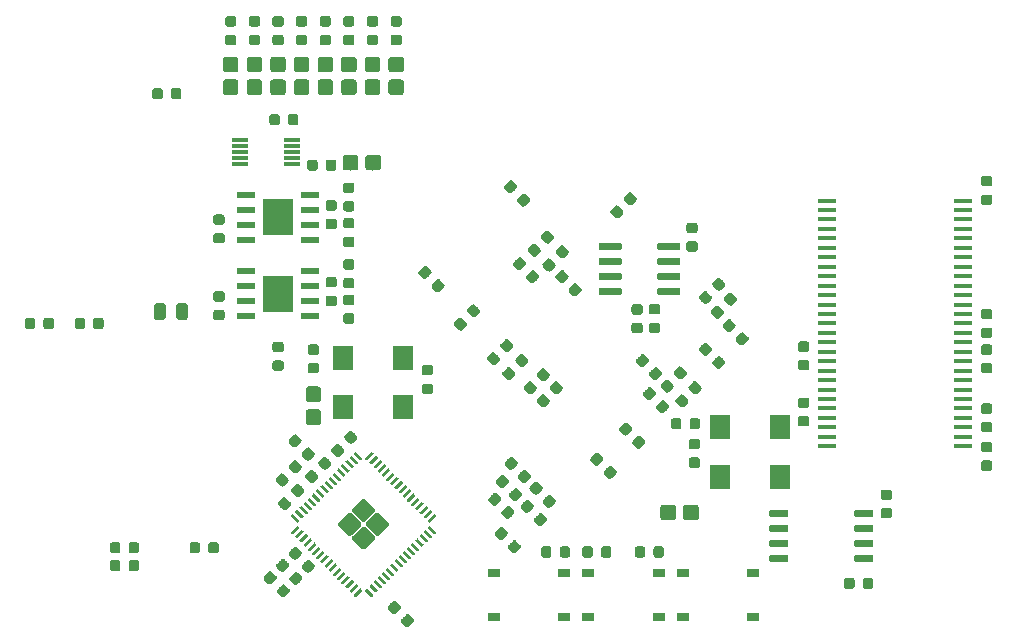
<source format=gbr>
G04 #@! TF.GenerationSoftware,KiCad,Pcbnew,5.1.4*
G04 #@! TF.CreationDate,2019-10-19T18:39:22+01:00*
G04 #@! TF.ProjectId,manila_ice,6d616e69-6c61-45f6-9963-652e6b696361,rev?*
G04 #@! TF.SameCoordinates,Original*
G04 #@! TF.FileFunction,Paste,Top*
G04 #@! TF.FilePolarity,Positive*
%FSLAX46Y46*%
G04 Gerber Fmt 4.6, Leading zero omitted, Abs format (unit mm)*
G04 Created by KiCad (PCBNEW 5.1.4) date 2019-10-19 18:39:22*
%MOMM*%
%LPD*%
G04 APERTURE LIST*
%ADD10C,0.100000*%
%ADD11C,0.875000*%
%ADD12C,0.600000*%
%ADD13C,0.250000*%
%ADD14C,1.415389*%
%ADD15R,1.000000X0.750000*%
%ADD16C,1.300000*%
%ADD17C,0.975000*%
%ADD18R,1.510000X0.458000*%
%ADD19R,1.400000X0.300000*%
%ADD20R,1.800000X2.000000*%
%ADD21R,1.550000X0.600000*%
%ADD22R,2.600000X3.100000*%
G04 APERTURE END LIST*
D10*
G36*
X185415191Y-118526053D02*
G01*
X185436426Y-118529203D01*
X185457250Y-118534419D01*
X185477462Y-118541651D01*
X185496868Y-118550830D01*
X185515281Y-118561866D01*
X185532524Y-118574654D01*
X185548430Y-118589070D01*
X185562846Y-118604976D01*
X185575634Y-118622219D01*
X185586670Y-118640632D01*
X185595849Y-118660038D01*
X185603081Y-118680250D01*
X185608297Y-118701074D01*
X185611447Y-118722309D01*
X185612500Y-118743750D01*
X185612500Y-119256250D01*
X185611447Y-119277691D01*
X185608297Y-119298926D01*
X185603081Y-119319750D01*
X185595849Y-119339962D01*
X185586670Y-119359368D01*
X185575634Y-119377781D01*
X185562846Y-119395024D01*
X185548430Y-119410930D01*
X185532524Y-119425346D01*
X185515281Y-119438134D01*
X185496868Y-119449170D01*
X185477462Y-119458349D01*
X185457250Y-119465581D01*
X185436426Y-119470797D01*
X185415191Y-119473947D01*
X185393750Y-119475000D01*
X184956250Y-119475000D01*
X184934809Y-119473947D01*
X184913574Y-119470797D01*
X184892750Y-119465581D01*
X184872538Y-119458349D01*
X184853132Y-119449170D01*
X184834719Y-119438134D01*
X184817476Y-119425346D01*
X184801570Y-119410930D01*
X184787154Y-119395024D01*
X184774366Y-119377781D01*
X184763330Y-119359368D01*
X184754151Y-119339962D01*
X184746919Y-119319750D01*
X184741703Y-119298926D01*
X184738553Y-119277691D01*
X184737500Y-119256250D01*
X184737500Y-118743750D01*
X184738553Y-118722309D01*
X184741703Y-118701074D01*
X184746919Y-118680250D01*
X184754151Y-118660038D01*
X184763330Y-118640632D01*
X184774366Y-118622219D01*
X184787154Y-118604976D01*
X184801570Y-118589070D01*
X184817476Y-118574654D01*
X184834719Y-118561866D01*
X184853132Y-118550830D01*
X184872538Y-118541651D01*
X184892750Y-118534419D01*
X184913574Y-118529203D01*
X184934809Y-118526053D01*
X184956250Y-118525000D01*
X185393750Y-118525000D01*
X185415191Y-118526053D01*
X185415191Y-118526053D01*
G37*
D11*
X185175000Y-119000000D03*
D10*
G36*
X186990191Y-118526053D02*
G01*
X187011426Y-118529203D01*
X187032250Y-118534419D01*
X187052462Y-118541651D01*
X187071868Y-118550830D01*
X187090281Y-118561866D01*
X187107524Y-118574654D01*
X187123430Y-118589070D01*
X187137846Y-118604976D01*
X187150634Y-118622219D01*
X187161670Y-118640632D01*
X187170849Y-118660038D01*
X187178081Y-118680250D01*
X187183297Y-118701074D01*
X187186447Y-118722309D01*
X187187500Y-118743750D01*
X187187500Y-119256250D01*
X187186447Y-119277691D01*
X187183297Y-119298926D01*
X187178081Y-119319750D01*
X187170849Y-119339962D01*
X187161670Y-119359368D01*
X187150634Y-119377781D01*
X187137846Y-119395024D01*
X187123430Y-119410930D01*
X187107524Y-119425346D01*
X187090281Y-119438134D01*
X187071868Y-119449170D01*
X187052462Y-119458349D01*
X187032250Y-119465581D01*
X187011426Y-119470797D01*
X186990191Y-119473947D01*
X186968750Y-119475000D01*
X186531250Y-119475000D01*
X186509809Y-119473947D01*
X186488574Y-119470797D01*
X186467750Y-119465581D01*
X186447538Y-119458349D01*
X186428132Y-119449170D01*
X186409719Y-119438134D01*
X186392476Y-119425346D01*
X186376570Y-119410930D01*
X186362154Y-119395024D01*
X186349366Y-119377781D01*
X186338330Y-119359368D01*
X186329151Y-119339962D01*
X186321919Y-119319750D01*
X186316703Y-119298926D01*
X186313553Y-119277691D01*
X186312500Y-119256250D01*
X186312500Y-118743750D01*
X186313553Y-118722309D01*
X186316703Y-118701074D01*
X186321919Y-118680250D01*
X186329151Y-118660038D01*
X186338330Y-118640632D01*
X186349366Y-118622219D01*
X186362154Y-118604976D01*
X186376570Y-118589070D01*
X186392476Y-118574654D01*
X186409719Y-118561866D01*
X186428132Y-118550830D01*
X186447538Y-118541651D01*
X186467750Y-118534419D01*
X186488574Y-118529203D01*
X186509809Y-118526053D01*
X186531250Y-118525000D01*
X186968750Y-118525000D01*
X186990191Y-118526053D01*
X186990191Y-118526053D01*
G37*
D11*
X186750000Y-119000000D03*
D10*
G36*
X172127691Y-88476053D02*
G01*
X172148926Y-88479203D01*
X172169750Y-88484419D01*
X172189962Y-88491651D01*
X172209368Y-88500830D01*
X172227781Y-88511866D01*
X172245024Y-88524654D01*
X172260930Y-88539070D01*
X172275346Y-88554976D01*
X172288134Y-88572219D01*
X172299170Y-88590632D01*
X172308349Y-88610038D01*
X172315581Y-88630250D01*
X172320797Y-88651074D01*
X172323947Y-88672309D01*
X172325000Y-88693750D01*
X172325000Y-89131250D01*
X172323947Y-89152691D01*
X172320797Y-89173926D01*
X172315581Y-89194750D01*
X172308349Y-89214962D01*
X172299170Y-89234368D01*
X172288134Y-89252781D01*
X172275346Y-89270024D01*
X172260930Y-89285930D01*
X172245024Y-89300346D01*
X172227781Y-89313134D01*
X172209368Y-89324170D01*
X172189962Y-89333349D01*
X172169750Y-89340581D01*
X172148926Y-89345797D01*
X172127691Y-89348947D01*
X172106250Y-89350000D01*
X171593750Y-89350000D01*
X171572309Y-89348947D01*
X171551074Y-89345797D01*
X171530250Y-89340581D01*
X171510038Y-89333349D01*
X171490632Y-89324170D01*
X171472219Y-89313134D01*
X171454976Y-89300346D01*
X171439070Y-89285930D01*
X171424654Y-89270024D01*
X171411866Y-89252781D01*
X171400830Y-89234368D01*
X171391651Y-89214962D01*
X171384419Y-89194750D01*
X171379203Y-89173926D01*
X171376053Y-89152691D01*
X171375000Y-89131250D01*
X171375000Y-88693750D01*
X171376053Y-88672309D01*
X171379203Y-88651074D01*
X171384419Y-88630250D01*
X171391651Y-88610038D01*
X171400830Y-88590632D01*
X171411866Y-88572219D01*
X171424654Y-88554976D01*
X171439070Y-88539070D01*
X171454976Y-88524654D01*
X171472219Y-88511866D01*
X171490632Y-88500830D01*
X171510038Y-88491651D01*
X171530250Y-88484419D01*
X171551074Y-88479203D01*
X171572309Y-88476053D01*
X171593750Y-88475000D01*
X172106250Y-88475000D01*
X172127691Y-88476053D01*
X172127691Y-88476053D01*
G37*
D11*
X171850000Y-88912500D03*
D10*
G36*
X172127691Y-90051053D02*
G01*
X172148926Y-90054203D01*
X172169750Y-90059419D01*
X172189962Y-90066651D01*
X172209368Y-90075830D01*
X172227781Y-90086866D01*
X172245024Y-90099654D01*
X172260930Y-90114070D01*
X172275346Y-90129976D01*
X172288134Y-90147219D01*
X172299170Y-90165632D01*
X172308349Y-90185038D01*
X172315581Y-90205250D01*
X172320797Y-90226074D01*
X172323947Y-90247309D01*
X172325000Y-90268750D01*
X172325000Y-90706250D01*
X172323947Y-90727691D01*
X172320797Y-90748926D01*
X172315581Y-90769750D01*
X172308349Y-90789962D01*
X172299170Y-90809368D01*
X172288134Y-90827781D01*
X172275346Y-90845024D01*
X172260930Y-90860930D01*
X172245024Y-90875346D01*
X172227781Y-90888134D01*
X172209368Y-90899170D01*
X172189962Y-90908349D01*
X172169750Y-90915581D01*
X172148926Y-90920797D01*
X172127691Y-90923947D01*
X172106250Y-90925000D01*
X171593750Y-90925000D01*
X171572309Y-90923947D01*
X171551074Y-90920797D01*
X171530250Y-90915581D01*
X171510038Y-90908349D01*
X171490632Y-90899170D01*
X171472219Y-90888134D01*
X171454976Y-90875346D01*
X171439070Y-90860930D01*
X171424654Y-90845024D01*
X171411866Y-90827781D01*
X171400830Y-90809368D01*
X171391651Y-90789962D01*
X171384419Y-90769750D01*
X171379203Y-90748926D01*
X171376053Y-90727691D01*
X171375000Y-90706250D01*
X171375000Y-90268750D01*
X171376053Y-90247309D01*
X171379203Y-90226074D01*
X171384419Y-90205250D01*
X171391651Y-90185038D01*
X171400830Y-90165632D01*
X171411866Y-90147219D01*
X171424654Y-90129976D01*
X171439070Y-90114070D01*
X171454976Y-90099654D01*
X171472219Y-90086866D01*
X171490632Y-90075830D01*
X171510038Y-90066651D01*
X171530250Y-90059419D01*
X171551074Y-90054203D01*
X171572309Y-90051053D01*
X171593750Y-90050000D01*
X172106250Y-90050000D01*
X172127691Y-90051053D01*
X172127691Y-90051053D01*
G37*
D11*
X171850000Y-90487500D03*
D10*
G36*
X170714703Y-90195722D02*
G01*
X170729264Y-90197882D01*
X170743543Y-90201459D01*
X170757403Y-90206418D01*
X170770710Y-90212712D01*
X170783336Y-90220280D01*
X170795159Y-90229048D01*
X170806066Y-90238934D01*
X170815952Y-90249841D01*
X170824720Y-90261664D01*
X170832288Y-90274290D01*
X170838582Y-90287597D01*
X170843541Y-90301457D01*
X170847118Y-90315736D01*
X170849278Y-90330297D01*
X170850000Y-90345000D01*
X170850000Y-90645000D01*
X170849278Y-90659703D01*
X170847118Y-90674264D01*
X170843541Y-90688543D01*
X170838582Y-90702403D01*
X170832288Y-90715710D01*
X170824720Y-90728336D01*
X170815952Y-90740159D01*
X170806066Y-90751066D01*
X170795159Y-90760952D01*
X170783336Y-90769720D01*
X170770710Y-90777288D01*
X170757403Y-90783582D01*
X170743543Y-90788541D01*
X170729264Y-90792118D01*
X170714703Y-90794278D01*
X170700000Y-90795000D01*
X169050000Y-90795000D01*
X169035297Y-90794278D01*
X169020736Y-90792118D01*
X169006457Y-90788541D01*
X168992597Y-90783582D01*
X168979290Y-90777288D01*
X168966664Y-90769720D01*
X168954841Y-90760952D01*
X168943934Y-90751066D01*
X168934048Y-90740159D01*
X168925280Y-90728336D01*
X168917712Y-90715710D01*
X168911418Y-90702403D01*
X168906459Y-90688543D01*
X168902882Y-90674264D01*
X168900722Y-90659703D01*
X168900000Y-90645000D01*
X168900000Y-90345000D01*
X168900722Y-90330297D01*
X168902882Y-90315736D01*
X168906459Y-90301457D01*
X168911418Y-90287597D01*
X168917712Y-90274290D01*
X168925280Y-90261664D01*
X168934048Y-90249841D01*
X168943934Y-90238934D01*
X168954841Y-90229048D01*
X168966664Y-90220280D01*
X168979290Y-90212712D01*
X168992597Y-90206418D01*
X169006457Y-90201459D01*
X169020736Y-90197882D01*
X169035297Y-90195722D01*
X169050000Y-90195000D01*
X170700000Y-90195000D01*
X170714703Y-90195722D01*
X170714703Y-90195722D01*
G37*
D12*
X169875000Y-90495000D03*
D10*
G36*
X170714703Y-91465722D02*
G01*
X170729264Y-91467882D01*
X170743543Y-91471459D01*
X170757403Y-91476418D01*
X170770710Y-91482712D01*
X170783336Y-91490280D01*
X170795159Y-91499048D01*
X170806066Y-91508934D01*
X170815952Y-91519841D01*
X170824720Y-91531664D01*
X170832288Y-91544290D01*
X170838582Y-91557597D01*
X170843541Y-91571457D01*
X170847118Y-91585736D01*
X170849278Y-91600297D01*
X170850000Y-91615000D01*
X170850000Y-91915000D01*
X170849278Y-91929703D01*
X170847118Y-91944264D01*
X170843541Y-91958543D01*
X170838582Y-91972403D01*
X170832288Y-91985710D01*
X170824720Y-91998336D01*
X170815952Y-92010159D01*
X170806066Y-92021066D01*
X170795159Y-92030952D01*
X170783336Y-92039720D01*
X170770710Y-92047288D01*
X170757403Y-92053582D01*
X170743543Y-92058541D01*
X170729264Y-92062118D01*
X170714703Y-92064278D01*
X170700000Y-92065000D01*
X169050000Y-92065000D01*
X169035297Y-92064278D01*
X169020736Y-92062118D01*
X169006457Y-92058541D01*
X168992597Y-92053582D01*
X168979290Y-92047288D01*
X168966664Y-92039720D01*
X168954841Y-92030952D01*
X168943934Y-92021066D01*
X168934048Y-92010159D01*
X168925280Y-91998336D01*
X168917712Y-91985710D01*
X168911418Y-91972403D01*
X168906459Y-91958543D01*
X168902882Y-91944264D01*
X168900722Y-91929703D01*
X168900000Y-91915000D01*
X168900000Y-91615000D01*
X168900722Y-91600297D01*
X168902882Y-91585736D01*
X168906459Y-91571457D01*
X168911418Y-91557597D01*
X168917712Y-91544290D01*
X168925280Y-91531664D01*
X168934048Y-91519841D01*
X168943934Y-91508934D01*
X168954841Y-91499048D01*
X168966664Y-91490280D01*
X168979290Y-91482712D01*
X168992597Y-91476418D01*
X169006457Y-91471459D01*
X169020736Y-91467882D01*
X169035297Y-91465722D01*
X169050000Y-91465000D01*
X170700000Y-91465000D01*
X170714703Y-91465722D01*
X170714703Y-91465722D01*
G37*
D12*
X169875000Y-91765000D03*
D10*
G36*
X170714703Y-92735722D02*
G01*
X170729264Y-92737882D01*
X170743543Y-92741459D01*
X170757403Y-92746418D01*
X170770710Y-92752712D01*
X170783336Y-92760280D01*
X170795159Y-92769048D01*
X170806066Y-92778934D01*
X170815952Y-92789841D01*
X170824720Y-92801664D01*
X170832288Y-92814290D01*
X170838582Y-92827597D01*
X170843541Y-92841457D01*
X170847118Y-92855736D01*
X170849278Y-92870297D01*
X170850000Y-92885000D01*
X170850000Y-93185000D01*
X170849278Y-93199703D01*
X170847118Y-93214264D01*
X170843541Y-93228543D01*
X170838582Y-93242403D01*
X170832288Y-93255710D01*
X170824720Y-93268336D01*
X170815952Y-93280159D01*
X170806066Y-93291066D01*
X170795159Y-93300952D01*
X170783336Y-93309720D01*
X170770710Y-93317288D01*
X170757403Y-93323582D01*
X170743543Y-93328541D01*
X170729264Y-93332118D01*
X170714703Y-93334278D01*
X170700000Y-93335000D01*
X169050000Y-93335000D01*
X169035297Y-93334278D01*
X169020736Y-93332118D01*
X169006457Y-93328541D01*
X168992597Y-93323582D01*
X168979290Y-93317288D01*
X168966664Y-93309720D01*
X168954841Y-93300952D01*
X168943934Y-93291066D01*
X168934048Y-93280159D01*
X168925280Y-93268336D01*
X168917712Y-93255710D01*
X168911418Y-93242403D01*
X168906459Y-93228543D01*
X168902882Y-93214264D01*
X168900722Y-93199703D01*
X168900000Y-93185000D01*
X168900000Y-92885000D01*
X168900722Y-92870297D01*
X168902882Y-92855736D01*
X168906459Y-92841457D01*
X168911418Y-92827597D01*
X168917712Y-92814290D01*
X168925280Y-92801664D01*
X168934048Y-92789841D01*
X168943934Y-92778934D01*
X168954841Y-92769048D01*
X168966664Y-92760280D01*
X168979290Y-92752712D01*
X168992597Y-92746418D01*
X169006457Y-92741459D01*
X169020736Y-92737882D01*
X169035297Y-92735722D01*
X169050000Y-92735000D01*
X170700000Y-92735000D01*
X170714703Y-92735722D01*
X170714703Y-92735722D01*
G37*
D12*
X169875000Y-93035000D03*
D10*
G36*
X170714703Y-94005722D02*
G01*
X170729264Y-94007882D01*
X170743543Y-94011459D01*
X170757403Y-94016418D01*
X170770710Y-94022712D01*
X170783336Y-94030280D01*
X170795159Y-94039048D01*
X170806066Y-94048934D01*
X170815952Y-94059841D01*
X170824720Y-94071664D01*
X170832288Y-94084290D01*
X170838582Y-94097597D01*
X170843541Y-94111457D01*
X170847118Y-94125736D01*
X170849278Y-94140297D01*
X170850000Y-94155000D01*
X170850000Y-94455000D01*
X170849278Y-94469703D01*
X170847118Y-94484264D01*
X170843541Y-94498543D01*
X170838582Y-94512403D01*
X170832288Y-94525710D01*
X170824720Y-94538336D01*
X170815952Y-94550159D01*
X170806066Y-94561066D01*
X170795159Y-94570952D01*
X170783336Y-94579720D01*
X170770710Y-94587288D01*
X170757403Y-94593582D01*
X170743543Y-94598541D01*
X170729264Y-94602118D01*
X170714703Y-94604278D01*
X170700000Y-94605000D01*
X169050000Y-94605000D01*
X169035297Y-94604278D01*
X169020736Y-94602118D01*
X169006457Y-94598541D01*
X168992597Y-94593582D01*
X168979290Y-94587288D01*
X168966664Y-94579720D01*
X168954841Y-94570952D01*
X168943934Y-94561066D01*
X168934048Y-94550159D01*
X168925280Y-94538336D01*
X168917712Y-94525710D01*
X168911418Y-94512403D01*
X168906459Y-94498543D01*
X168902882Y-94484264D01*
X168900722Y-94469703D01*
X168900000Y-94455000D01*
X168900000Y-94155000D01*
X168900722Y-94140297D01*
X168902882Y-94125736D01*
X168906459Y-94111457D01*
X168911418Y-94097597D01*
X168917712Y-94084290D01*
X168925280Y-94071664D01*
X168934048Y-94059841D01*
X168943934Y-94048934D01*
X168954841Y-94039048D01*
X168966664Y-94030280D01*
X168979290Y-94022712D01*
X168992597Y-94016418D01*
X169006457Y-94011459D01*
X169020736Y-94007882D01*
X169035297Y-94005722D01*
X169050000Y-94005000D01*
X170700000Y-94005000D01*
X170714703Y-94005722D01*
X170714703Y-94005722D01*
G37*
D12*
X169875000Y-94305000D03*
D10*
G36*
X165764703Y-94005722D02*
G01*
X165779264Y-94007882D01*
X165793543Y-94011459D01*
X165807403Y-94016418D01*
X165820710Y-94022712D01*
X165833336Y-94030280D01*
X165845159Y-94039048D01*
X165856066Y-94048934D01*
X165865952Y-94059841D01*
X165874720Y-94071664D01*
X165882288Y-94084290D01*
X165888582Y-94097597D01*
X165893541Y-94111457D01*
X165897118Y-94125736D01*
X165899278Y-94140297D01*
X165900000Y-94155000D01*
X165900000Y-94455000D01*
X165899278Y-94469703D01*
X165897118Y-94484264D01*
X165893541Y-94498543D01*
X165888582Y-94512403D01*
X165882288Y-94525710D01*
X165874720Y-94538336D01*
X165865952Y-94550159D01*
X165856066Y-94561066D01*
X165845159Y-94570952D01*
X165833336Y-94579720D01*
X165820710Y-94587288D01*
X165807403Y-94593582D01*
X165793543Y-94598541D01*
X165779264Y-94602118D01*
X165764703Y-94604278D01*
X165750000Y-94605000D01*
X164100000Y-94605000D01*
X164085297Y-94604278D01*
X164070736Y-94602118D01*
X164056457Y-94598541D01*
X164042597Y-94593582D01*
X164029290Y-94587288D01*
X164016664Y-94579720D01*
X164004841Y-94570952D01*
X163993934Y-94561066D01*
X163984048Y-94550159D01*
X163975280Y-94538336D01*
X163967712Y-94525710D01*
X163961418Y-94512403D01*
X163956459Y-94498543D01*
X163952882Y-94484264D01*
X163950722Y-94469703D01*
X163950000Y-94455000D01*
X163950000Y-94155000D01*
X163950722Y-94140297D01*
X163952882Y-94125736D01*
X163956459Y-94111457D01*
X163961418Y-94097597D01*
X163967712Y-94084290D01*
X163975280Y-94071664D01*
X163984048Y-94059841D01*
X163993934Y-94048934D01*
X164004841Y-94039048D01*
X164016664Y-94030280D01*
X164029290Y-94022712D01*
X164042597Y-94016418D01*
X164056457Y-94011459D01*
X164070736Y-94007882D01*
X164085297Y-94005722D01*
X164100000Y-94005000D01*
X165750000Y-94005000D01*
X165764703Y-94005722D01*
X165764703Y-94005722D01*
G37*
D12*
X164925000Y-94305000D03*
D10*
G36*
X165764703Y-92735722D02*
G01*
X165779264Y-92737882D01*
X165793543Y-92741459D01*
X165807403Y-92746418D01*
X165820710Y-92752712D01*
X165833336Y-92760280D01*
X165845159Y-92769048D01*
X165856066Y-92778934D01*
X165865952Y-92789841D01*
X165874720Y-92801664D01*
X165882288Y-92814290D01*
X165888582Y-92827597D01*
X165893541Y-92841457D01*
X165897118Y-92855736D01*
X165899278Y-92870297D01*
X165900000Y-92885000D01*
X165900000Y-93185000D01*
X165899278Y-93199703D01*
X165897118Y-93214264D01*
X165893541Y-93228543D01*
X165888582Y-93242403D01*
X165882288Y-93255710D01*
X165874720Y-93268336D01*
X165865952Y-93280159D01*
X165856066Y-93291066D01*
X165845159Y-93300952D01*
X165833336Y-93309720D01*
X165820710Y-93317288D01*
X165807403Y-93323582D01*
X165793543Y-93328541D01*
X165779264Y-93332118D01*
X165764703Y-93334278D01*
X165750000Y-93335000D01*
X164100000Y-93335000D01*
X164085297Y-93334278D01*
X164070736Y-93332118D01*
X164056457Y-93328541D01*
X164042597Y-93323582D01*
X164029290Y-93317288D01*
X164016664Y-93309720D01*
X164004841Y-93300952D01*
X163993934Y-93291066D01*
X163984048Y-93280159D01*
X163975280Y-93268336D01*
X163967712Y-93255710D01*
X163961418Y-93242403D01*
X163956459Y-93228543D01*
X163952882Y-93214264D01*
X163950722Y-93199703D01*
X163950000Y-93185000D01*
X163950000Y-92885000D01*
X163950722Y-92870297D01*
X163952882Y-92855736D01*
X163956459Y-92841457D01*
X163961418Y-92827597D01*
X163967712Y-92814290D01*
X163975280Y-92801664D01*
X163984048Y-92789841D01*
X163993934Y-92778934D01*
X164004841Y-92769048D01*
X164016664Y-92760280D01*
X164029290Y-92752712D01*
X164042597Y-92746418D01*
X164056457Y-92741459D01*
X164070736Y-92737882D01*
X164085297Y-92735722D01*
X164100000Y-92735000D01*
X165750000Y-92735000D01*
X165764703Y-92735722D01*
X165764703Y-92735722D01*
G37*
D12*
X164925000Y-93035000D03*
D10*
G36*
X165764703Y-91465722D02*
G01*
X165779264Y-91467882D01*
X165793543Y-91471459D01*
X165807403Y-91476418D01*
X165820710Y-91482712D01*
X165833336Y-91490280D01*
X165845159Y-91499048D01*
X165856066Y-91508934D01*
X165865952Y-91519841D01*
X165874720Y-91531664D01*
X165882288Y-91544290D01*
X165888582Y-91557597D01*
X165893541Y-91571457D01*
X165897118Y-91585736D01*
X165899278Y-91600297D01*
X165900000Y-91615000D01*
X165900000Y-91915000D01*
X165899278Y-91929703D01*
X165897118Y-91944264D01*
X165893541Y-91958543D01*
X165888582Y-91972403D01*
X165882288Y-91985710D01*
X165874720Y-91998336D01*
X165865952Y-92010159D01*
X165856066Y-92021066D01*
X165845159Y-92030952D01*
X165833336Y-92039720D01*
X165820710Y-92047288D01*
X165807403Y-92053582D01*
X165793543Y-92058541D01*
X165779264Y-92062118D01*
X165764703Y-92064278D01*
X165750000Y-92065000D01*
X164100000Y-92065000D01*
X164085297Y-92064278D01*
X164070736Y-92062118D01*
X164056457Y-92058541D01*
X164042597Y-92053582D01*
X164029290Y-92047288D01*
X164016664Y-92039720D01*
X164004841Y-92030952D01*
X163993934Y-92021066D01*
X163984048Y-92010159D01*
X163975280Y-91998336D01*
X163967712Y-91985710D01*
X163961418Y-91972403D01*
X163956459Y-91958543D01*
X163952882Y-91944264D01*
X163950722Y-91929703D01*
X163950000Y-91915000D01*
X163950000Y-91615000D01*
X163950722Y-91600297D01*
X163952882Y-91585736D01*
X163956459Y-91571457D01*
X163961418Y-91557597D01*
X163967712Y-91544290D01*
X163975280Y-91531664D01*
X163984048Y-91519841D01*
X163993934Y-91508934D01*
X164004841Y-91499048D01*
X164016664Y-91490280D01*
X164029290Y-91482712D01*
X164042597Y-91476418D01*
X164056457Y-91471459D01*
X164070736Y-91467882D01*
X164085297Y-91465722D01*
X164100000Y-91465000D01*
X165750000Y-91465000D01*
X165764703Y-91465722D01*
X165764703Y-91465722D01*
G37*
D12*
X164925000Y-91765000D03*
D10*
G36*
X165764703Y-90195722D02*
G01*
X165779264Y-90197882D01*
X165793543Y-90201459D01*
X165807403Y-90206418D01*
X165820710Y-90212712D01*
X165833336Y-90220280D01*
X165845159Y-90229048D01*
X165856066Y-90238934D01*
X165865952Y-90249841D01*
X165874720Y-90261664D01*
X165882288Y-90274290D01*
X165888582Y-90287597D01*
X165893541Y-90301457D01*
X165897118Y-90315736D01*
X165899278Y-90330297D01*
X165900000Y-90345000D01*
X165900000Y-90645000D01*
X165899278Y-90659703D01*
X165897118Y-90674264D01*
X165893541Y-90688543D01*
X165888582Y-90702403D01*
X165882288Y-90715710D01*
X165874720Y-90728336D01*
X165865952Y-90740159D01*
X165856066Y-90751066D01*
X165845159Y-90760952D01*
X165833336Y-90769720D01*
X165820710Y-90777288D01*
X165807403Y-90783582D01*
X165793543Y-90788541D01*
X165779264Y-90792118D01*
X165764703Y-90794278D01*
X165750000Y-90795000D01*
X164100000Y-90795000D01*
X164085297Y-90794278D01*
X164070736Y-90792118D01*
X164056457Y-90788541D01*
X164042597Y-90783582D01*
X164029290Y-90777288D01*
X164016664Y-90769720D01*
X164004841Y-90760952D01*
X163993934Y-90751066D01*
X163984048Y-90740159D01*
X163975280Y-90728336D01*
X163967712Y-90715710D01*
X163961418Y-90702403D01*
X163956459Y-90688543D01*
X163952882Y-90674264D01*
X163950722Y-90659703D01*
X163950000Y-90645000D01*
X163950000Y-90345000D01*
X163950722Y-90330297D01*
X163952882Y-90315736D01*
X163956459Y-90301457D01*
X163961418Y-90287597D01*
X163967712Y-90274290D01*
X163975280Y-90261664D01*
X163984048Y-90249841D01*
X163993934Y-90238934D01*
X164004841Y-90229048D01*
X164016664Y-90220280D01*
X164029290Y-90212712D01*
X164042597Y-90206418D01*
X164056457Y-90201459D01*
X164070736Y-90197882D01*
X164085297Y-90195722D01*
X164100000Y-90195000D01*
X165750000Y-90195000D01*
X165764703Y-90195722D01*
X165764703Y-90195722D01*
G37*
D12*
X164925000Y-90495000D03*
D10*
G36*
X167477691Y-95376053D02*
G01*
X167498926Y-95379203D01*
X167519750Y-95384419D01*
X167539962Y-95391651D01*
X167559368Y-95400830D01*
X167577781Y-95411866D01*
X167595024Y-95424654D01*
X167610930Y-95439070D01*
X167625346Y-95454976D01*
X167638134Y-95472219D01*
X167649170Y-95490632D01*
X167658349Y-95510038D01*
X167665581Y-95530250D01*
X167670797Y-95551074D01*
X167673947Y-95572309D01*
X167675000Y-95593750D01*
X167675000Y-96031250D01*
X167673947Y-96052691D01*
X167670797Y-96073926D01*
X167665581Y-96094750D01*
X167658349Y-96114962D01*
X167649170Y-96134368D01*
X167638134Y-96152781D01*
X167625346Y-96170024D01*
X167610930Y-96185930D01*
X167595024Y-96200346D01*
X167577781Y-96213134D01*
X167559368Y-96224170D01*
X167539962Y-96233349D01*
X167519750Y-96240581D01*
X167498926Y-96245797D01*
X167477691Y-96248947D01*
X167456250Y-96250000D01*
X166943750Y-96250000D01*
X166922309Y-96248947D01*
X166901074Y-96245797D01*
X166880250Y-96240581D01*
X166860038Y-96233349D01*
X166840632Y-96224170D01*
X166822219Y-96213134D01*
X166804976Y-96200346D01*
X166789070Y-96185930D01*
X166774654Y-96170024D01*
X166761866Y-96152781D01*
X166750830Y-96134368D01*
X166741651Y-96114962D01*
X166734419Y-96094750D01*
X166729203Y-96073926D01*
X166726053Y-96052691D01*
X166725000Y-96031250D01*
X166725000Y-95593750D01*
X166726053Y-95572309D01*
X166729203Y-95551074D01*
X166734419Y-95530250D01*
X166741651Y-95510038D01*
X166750830Y-95490632D01*
X166761866Y-95472219D01*
X166774654Y-95454976D01*
X166789070Y-95439070D01*
X166804976Y-95424654D01*
X166822219Y-95411866D01*
X166840632Y-95400830D01*
X166860038Y-95391651D01*
X166880250Y-95384419D01*
X166901074Y-95379203D01*
X166922309Y-95376053D01*
X166943750Y-95375000D01*
X167456250Y-95375000D01*
X167477691Y-95376053D01*
X167477691Y-95376053D01*
G37*
D11*
X167200000Y-95812500D03*
D10*
G36*
X167477691Y-96951053D02*
G01*
X167498926Y-96954203D01*
X167519750Y-96959419D01*
X167539962Y-96966651D01*
X167559368Y-96975830D01*
X167577781Y-96986866D01*
X167595024Y-96999654D01*
X167610930Y-97014070D01*
X167625346Y-97029976D01*
X167638134Y-97047219D01*
X167649170Y-97065632D01*
X167658349Y-97085038D01*
X167665581Y-97105250D01*
X167670797Y-97126074D01*
X167673947Y-97147309D01*
X167675000Y-97168750D01*
X167675000Y-97606250D01*
X167673947Y-97627691D01*
X167670797Y-97648926D01*
X167665581Y-97669750D01*
X167658349Y-97689962D01*
X167649170Y-97709368D01*
X167638134Y-97727781D01*
X167625346Y-97745024D01*
X167610930Y-97760930D01*
X167595024Y-97775346D01*
X167577781Y-97788134D01*
X167559368Y-97799170D01*
X167539962Y-97808349D01*
X167519750Y-97815581D01*
X167498926Y-97820797D01*
X167477691Y-97823947D01*
X167456250Y-97825000D01*
X166943750Y-97825000D01*
X166922309Y-97823947D01*
X166901074Y-97820797D01*
X166880250Y-97815581D01*
X166860038Y-97808349D01*
X166840632Y-97799170D01*
X166822219Y-97788134D01*
X166804976Y-97775346D01*
X166789070Y-97760930D01*
X166774654Y-97745024D01*
X166761866Y-97727781D01*
X166750830Y-97709368D01*
X166741651Y-97689962D01*
X166734419Y-97669750D01*
X166729203Y-97648926D01*
X166726053Y-97627691D01*
X166725000Y-97606250D01*
X166725000Y-97168750D01*
X166726053Y-97147309D01*
X166729203Y-97126074D01*
X166734419Y-97105250D01*
X166741651Y-97085038D01*
X166750830Y-97065632D01*
X166761866Y-97047219D01*
X166774654Y-97029976D01*
X166789070Y-97014070D01*
X166804976Y-96999654D01*
X166822219Y-96986866D01*
X166840632Y-96975830D01*
X166860038Y-96966651D01*
X166880250Y-96959419D01*
X166901074Y-96954203D01*
X166922309Y-96951053D01*
X166943750Y-96950000D01*
X167456250Y-96950000D01*
X167477691Y-96951053D01*
X167477691Y-96951053D01*
G37*
D11*
X167200000Y-97387500D03*
D10*
G36*
X168952691Y-95363553D02*
G01*
X168973926Y-95366703D01*
X168994750Y-95371919D01*
X169014962Y-95379151D01*
X169034368Y-95388330D01*
X169052781Y-95399366D01*
X169070024Y-95412154D01*
X169085930Y-95426570D01*
X169100346Y-95442476D01*
X169113134Y-95459719D01*
X169124170Y-95478132D01*
X169133349Y-95497538D01*
X169140581Y-95517750D01*
X169145797Y-95538574D01*
X169148947Y-95559809D01*
X169150000Y-95581250D01*
X169150000Y-96018750D01*
X169148947Y-96040191D01*
X169145797Y-96061426D01*
X169140581Y-96082250D01*
X169133349Y-96102462D01*
X169124170Y-96121868D01*
X169113134Y-96140281D01*
X169100346Y-96157524D01*
X169085930Y-96173430D01*
X169070024Y-96187846D01*
X169052781Y-96200634D01*
X169034368Y-96211670D01*
X169014962Y-96220849D01*
X168994750Y-96228081D01*
X168973926Y-96233297D01*
X168952691Y-96236447D01*
X168931250Y-96237500D01*
X168418750Y-96237500D01*
X168397309Y-96236447D01*
X168376074Y-96233297D01*
X168355250Y-96228081D01*
X168335038Y-96220849D01*
X168315632Y-96211670D01*
X168297219Y-96200634D01*
X168279976Y-96187846D01*
X168264070Y-96173430D01*
X168249654Y-96157524D01*
X168236866Y-96140281D01*
X168225830Y-96121868D01*
X168216651Y-96102462D01*
X168209419Y-96082250D01*
X168204203Y-96061426D01*
X168201053Y-96040191D01*
X168200000Y-96018750D01*
X168200000Y-95581250D01*
X168201053Y-95559809D01*
X168204203Y-95538574D01*
X168209419Y-95517750D01*
X168216651Y-95497538D01*
X168225830Y-95478132D01*
X168236866Y-95459719D01*
X168249654Y-95442476D01*
X168264070Y-95426570D01*
X168279976Y-95412154D01*
X168297219Y-95399366D01*
X168315632Y-95388330D01*
X168335038Y-95379151D01*
X168355250Y-95371919D01*
X168376074Y-95366703D01*
X168397309Y-95363553D01*
X168418750Y-95362500D01*
X168931250Y-95362500D01*
X168952691Y-95363553D01*
X168952691Y-95363553D01*
G37*
D11*
X168675000Y-95800000D03*
D10*
G36*
X168952691Y-96938553D02*
G01*
X168973926Y-96941703D01*
X168994750Y-96946919D01*
X169014962Y-96954151D01*
X169034368Y-96963330D01*
X169052781Y-96974366D01*
X169070024Y-96987154D01*
X169085930Y-97001570D01*
X169100346Y-97017476D01*
X169113134Y-97034719D01*
X169124170Y-97053132D01*
X169133349Y-97072538D01*
X169140581Y-97092750D01*
X169145797Y-97113574D01*
X169148947Y-97134809D01*
X169150000Y-97156250D01*
X169150000Y-97593750D01*
X169148947Y-97615191D01*
X169145797Y-97636426D01*
X169140581Y-97657250D01*
X169133349Y-97677462D01*
X169124170Y-97696868D01*
X169113134Y-97715281D01*
X169100346Y-97732524D01*
X169085930Y-97748430D01*
X169070024Y-97762846D01*
X169052781Y-97775634D01*
X169034368Y-97786670D01*
X169014962Y-97795849D01*
X168994750Y-97803081D01*
X168973926Y-97808297D01*
X168952691Y-97811447D01*
X168931250Y-97812500D01*
X168418750Y-97812500D01*
X168397309Y-97811447D01*
X168376074Y-97808297D01*
X168355250Y-97803081D01*
X168335038Y-97795849D01*
X168315632Y-97786670D01*
X168297219Y-97775634D01*
X168279976Y-97762846D01*
X168264070Y-97748430D01*
X168249654Y-97732524D01*
X168236866Y-97715281D01*
X168225830Y-97696868D01*
X168216651Y-97677462D01*
X168209419Y-97657250D01*
X168204203Y-97636426D01*
X168201053Y-97615191D01*
X168200000Y-97593750D01*
X168200000Y-97156250D01*
X168201053Y-97134809D01*
X168204203Y-97113574D01*
X168209419Y-97092750D01*
X168216651Y-97072538D01*
X168225830Y-97053132D01*
X168236866Y-97034719D01*
X168249654Y-97017476D01*
X168264070Y-97001570D01*
X168279976Y-96987154D01*
X168297219Y-96974366D01*
X168315632Y-96963330D01*
X168335038Y-96954151D01*
X168355250Y-96946919D01*
X168376074Y-96941703D01*
X168397309Y-96938553D01*
X168418750Y-96937500D01*
X168931250Y-96937500D01*
X168952691Y-96938553D01*
X168952691Y-96938553D01*
G37*
D11*
X168675000Y-97375000D03*
D10*
G36*
X139404805Y-107503274D02*
G01*
X139426040Y-107506424D01*
X139446864Y-107511640D01*
X139467076Y-107518872D01*
X139486482Y-107528051D01*
X139504895Y-107539087D01*
X139522138Y-107551875D01*
X139538044Y-107566291D01*
X139847403Y-107875650D01*
X139861819Y-107891556D01*
X139874607Y-107908799D01*
X139885643Y-107927212D01*
X139894822Y-107946618D01*
X139902054Y-107966830D01*
X139907270Y-107987654D01*
X139910420Y-108008889D01*
X139911473Y-108030330D01*
X139910420Y-108051771D01*
X139907270Y-108073006D01*
X139902054Y-108093830D01*
X139894822Y-108114042D01*
X139885643Y-108133448D01*
X139874607Y-108151861D01*
X139861819Y-108169104D01*
X139847403Y-108185010D01*
X139485010Y-108547403D01*
X139469104Y-108561819D01*
X139451861Y-108574607D01*
X139433448Y-108585643D01*
X139414042Y-108594822D01*
X139393830Y-108602054D01*
X139373006Y-108607270D01*
X139351771Y-108610420D01*
X139330330Y-108611473D01*
X139308889Y-108610420D01*
X139287654Y-108607270D01*
X139266830Y-108602054D01*
X139246618Y-108594822D01*
X139227212Y-108585643D01*
X139208799Y-108574607D01*
X139191556Y-108561819D01*
X139175650Y-108547403D01*
X138866291Y-108238044D01*
X138851875Y-108222138D01*
X138839087Y-108204895D01*
X138828051Y-108186482D01*
X138818872Y-108167076D01*
X138811640Y-108146864D01*
X138806424Y-108126040D01*
X138803274Y-108104805D01*
X138802221Y-108083364D01*
X138803274Y-108061923D01*
X138806424Y-108040688D01*
X138811640Y-108019864D01*
X138818872Y-107999652D01*
X138828051Y-107980246D01*
X138839087Y-107961833D01*
X138851875Y-107944590D01*
X138866291Y-107928684D01*
X139228684Y-107566291D01*
X139244590Y-107551875D01*
X139261833Y-107539087D01*
X139280246Y-107528051D01*
X139299652Y-107518872D01*
X139319864Y-107511640D01*
X139340688Y-107506424D01*
X139361923Y-107503274D01*
X139383364Y-107502221D01*
X139404805Y-107503274D01*
X139404805Y-107503274D01*
G37*
D11*
X139356847Y-108056847D03*
D10*
G36*
X138291111Y-106389580D02*
G01*
X138312346Y-106392730D01*
X138333170Y-106397946D01*
X138353382Y-106405178D01*
X138372788Y-106414357D01*
X138391201Y-106425393D01*
X138408444Y-106438181D01*
X138424350Y-106452597D01*
X138733709Y-106761956D01*
X138748125Y-106777862D01*
X138760913Y-106795105D01*
X138771949Y-106813518D01*
X138781128Y-106832924D01*
X138788360Y-106853136D01*
X138793576Y-106873960D01*
X138796726Y-106895195D01*
X138797779Y-106916636D01*
X138796726Y-106938077D01*
X138793576Y-106959312D01*
X138788360Y-106980136D01*
X138781128Y-107000348D01*
X138771949Y-107019754D01*
X138760913Y-107038167D01*
X138748125Y-107055410D01*
X138733709Y-107071316D01*
X138371316Y-107433709D01*
X138355410Y-107448125D01*
X138338167Y-107460913D01*
X138319754Y-107471949D01*
X138300348Y-107481128D01*
X138280136Y-107488360D01*
X138259312Y-107493576D01*
X138238077Y-107496726D01*
X138216636Y-107497779D01*
X138195195Y-107496726D01*
X138173960Y-107493576D01*
X138153136Y-107488360D01*
X138132924Y-107481128D01*
X138113518Y-107471949D01*
X138095105Y-107460913D01*
X138077862Y-107448125D01*
X138061956Y-107433709D01*
X137752597Y-107124350D01*
X137738181Y-107108444D01*
X137725393Y-107091201D01*
X137714357Y-107072788D01*
X137705178Y-107053382D01*
X137697946Y-107033170D01*
X137692730Y-107012346D01*
X137689580Y-106991111D01*
X137688527Y-106969670D01*
X137689580Y-106948229D01*
X137692730Y-106926994D01*
X137697946Y-106906170D01*
X137705178Y-106885958D01*
X137714357Y-106866552D01*
X137725393Y-106848139D01*
X137738181Y-106830896D01*
X137752597Y-106814990D01*
X138114990Y-106452597D01*
X138130896Y-106438181D01*
X138148139Y-106425393D01*
X138166552Y-106414357D01*
X138185958Y-106405178D01*
X138206170Y-106397946D01*
X138226994Y-106392730D01*
X138248229Y-106389580D01*
X138269670Y-106388527D01*
X138291111Y-106389580D01*
X138291111Y-106389580D01*
G37*
D11*
X138243153Y-106943153D03*
D10*
G36*
X138063396Y-113159983D02*
G01*
X138069463Y-113160883D01*
X138075413Y-113162373D01*
X138081188Y-113164440D01*
X138086732Y-113167062D01*
X138091993Y-113170215D01*
X138096920Y-113173869D01*
X138101464Y-113177988D01*
X138596439Y-113672963D01*
X138600558Y-113677507D01*
X138604212Y-113682434D01*
X138607365Y-113687695D01*
X138609987Y-113693239D01*
X138612054Y-113699014D01*
X138613544Y-113704964D01*
X138614444Y-113711031D01*
X138614745Y-113717157D01*
X138614444Y-113723283D01*
X138613544Y-113729350D01*
X138612054Y-113735300D01*
X138609987Y-113741075D01*
X138607365Y-113746619D01*
X138604212Y-113751880D01*
X138600558Y-113756807D01*
X138596439Y-113761351D01*
X138508050Y-113849740D01*
X138503506Y-113853859D01*
X138498579Y-113857513D01*
X138493318Y-113860666D01*
X138487774Y-113863288D01*
X138481999Y-113865355D01*
X138476049Y-113866845D01*
X138469982Y-113867745D01*
X138463856Y-113868046D01*
X138457730Y-113867745D01*
X138451663Y-113866845D01*
X138445713Y-113865355D01*
X138439938Y-113863288D01*
X138434394Y-113860666D01*
X138429133Y-113857513D01*
X138424206Y-113853859D01*
X138419662Y-113849740D01*
X137924687Y-113354765D01*
X137920568Y-113350221D01*
X137916914Y-113345294D01*
X137913761Y-113340033D01*
X137911139Y-113334489D01*
X137909072Y-113328714D01*
X137907582Y-113322764D01*
X137906682Y-113316697D01*
X137906381Y-113310571D01*
X137906682Y-113304445D01*
X137907582Y-113298378D01*
X137909072Y-113292428D01*
X137911139Y-113286653D01*
X137913761Y-113281109D01*
X137916914Y-113275848D01*
X137920568Y-113270921D01*
X137924687Y-113266377D01*
X138013076Y-113177988D01*
X138017620Y-113173869D01*
X138022547Y-113170215D01*
X138027808Y-113167062D01*
X138033352Y-113164440D01*
X138039127Y-113162373D01*
X138045077Y-113160883D01*
X138051144Y-113159983D01*
X138057270Y-113159682D01*
X138063396Y-113159983D01*
X138063396Y-113159983D01*
G37*
D13*
X138260563Y-113513864D03*
D10*
G36*
X138416950Y-112806430D02*
G01*
X138423017Y-112807330D01*
X138428967Y-112808820D01*
X138434742Y-112810887D01*
X138440286Y-112813509D01*
X138445547Y-112816662D01*
X138450474Y-112820316D01*
X138455018Y-112824435D01*
X138949993Y-113319410D01*
X138954112Y-113323954D01*
X138957766Y-113328881D01*
X138960919Y-113334142D01*
X138963541Y-113339686D01*
X138965608Y-113345461D01*
X138967098Y-113351411D01*
X138967998Y-113357478D01*
X138968299Y-113363604D01*
X138967998Y-113369730D01*
X138967098Y-113375797D01*
X138965608Y-113381747D01*
X138963541Y-113387522D01*
X138960919Y-113393066D01*
X138957766Y-113398327D01*
X138954112Y-113403254D01*
X138949993Y-113407798D01*
X138861604Y-113496187D01*
X138857060Y-113500306D01*
X138852133Y-113503960D01*
X138846872Y-113507113D01*
X138841328Y-113509735D01*
X138835553Y-113511802D01*
X138829603Y-113513292D01*
X138823536Y-113514192D01*
X138817410Y-113514493D01*
X138811284Y-113514192D01*
X138805217Y-113513292D01*
X138799267Y-113511802D01*
X138793492Y-113509735D01*
X138787948Y-113507113D01*
X138782687Y-113503960D01*
X138777760Y-113500306D01*
X138773216Y-113496187D01*
X138278241Y-113001212D01*
X138274122Y-112996668D01*
X138270468Y-112991741D01*
X138267315Y-112986480D01*
X138264693Y-112980936D01*
X138262626Y-112975161D01*
X138261136Y-112969211D01*
X138260236Y-112963144D01*
X138259935Y-112957018D01*
X138260236Y-112950892D01*
X138261136Y-112944825D01*
X138262626Y-112938875D01*
X138264693Y-112933100D01*
X138267315Y-112927556D01*
X138270468Y-112922295D01*
X138274122Y-112917368D01*
X138278241Y-112912824D01*
X138366630Y-112824435D01*
X138371174Y-112820316D01*
X138376101Y-112816662D01*
X138381362Y-112813509D01*
X138386906Y-112810887D01*
X138392681Y-112808820D01*
X138398631Y-112807330D01*
X138404698Y-112806430D01*
X138410824Y-112806129D01*
X138416950Y-112806430D01*
X138416950Y-112806430D01*
G37*
D13*
X138614117Y-113160311D03*
D10*
G36*
X138770503Y-112452876D02*
G01*
X138776570Y-112453776D01*
X138782520Y-112455266D01*
X138788295Y-112457333D01*
X138793839Y-112459955D01*
X138799100Y-112463108D01*
X138804027Y-112466762D01*
X138808571Y-112470881D01*
X139303546Y-112965856D01*
X139307665Y-112970400D01*
X139311319Y-112975327D01*
X139314472Y-112980588D01*
X139317094Y-112986132D01*
X139319161Y-112991907D01*
X139320651Y-112997857D01*
X139321551Y-113003924D01*
X139321852Y-113010050D01*
X139321551Y-113016176D01*
X139320651Y-113022243D01*
X139319161Y-113028193D01*
X139317094Y-113033968D01*
X139314472Y-113039512D01*
X139311319Y-113044773D01*
X139307665Y-113049700D01*
X139303546Y-113054244D01*
X139215157Y-113142633D01*
X139210613Y-113146752D01*
X139205686Y-113150406D01*
X139200425Y-113153559D01*
X139194881Y-113156181D01*
X139189106Y-113158248D01*
X139183156Y-113159738D01*
X139177089Y-113160638D01*
X139170963Y-113160939D01*
X139164837Y-113160638D01*
X139158770Y-113159738D01*
X139152820Y-113158248D01*
X139147045Y-113156181D01*
X139141501Y-113153559D01*
X139136240Y-113150406D01*
X139131313Y-113146752D01*
X139126769Y-113142633D01*
X138631794Y-112647658D01*
X138627675Y-112643114D01*
X138624021Y-112638187D01*
X138620868Y-112632926D01*
X138618246Y-112627382D01*
X138616179Y-112621607D01*
X138614689Y-112615657D01*
X138613789Y-112609590D01*
X138613488Y-112603464D01*
X138613789Y-112597338D01*
X138614689Y-112591271D01*
X138616179Y-112585321D01*
X138618246Y-112579546D01*
X138620868Y-112574002D01*
X138624021Y-112568741D01*
X138627675Y-112563814D01*
X138631794Y-112559270D01*
X138720183Y-112470881D01*
X138724727Y-112466762D01*
X138729654Y-112463108D01*
X138734915Y-112459955D01*
X138740459Y-112457333D01*
X138746234Y-112455266D01*
X138752184Y-112453776D01*
X138758251Y-112452876D01*
X138764377Y-112452575D01*
X138770503Y-112452876D01*
X138770503Y-112452876D01*
G37*
D13*
X138967670Y-112806757D03*
D10*
G36*
X139124056Y-112099323D02*
G01*
X139130123Y-112100223D01*
X139136073Y-112101713D01*
X139141848Y-112103780D01*
X139147392Y-112106402D01*
X139152653Y-112109555D01*
X139157580Y-112113209D01*
X139162124Y-112117328D01*
X139657099Y-112612303D01*
X139661218Y-112616847D01*
X139664872Y-112621774D01*
X139668025Y-112627035D01*
X139670647Y-112632579D01*
X139672714Y-112638354D01*
X139674204Y-112644304D01*
X139675104Y-112650371D01*
X139675405Y-112656497D01*
X139675104Y-112662623D01*
X139674204Y-112668690D01*
X139672714Y-112674640D01*
X139670647Y-112680415D01*
X139668025Y-112685959D01*
X139664872Y-112691220D01*
X139661218Y-112696147D01*
X139657099Y-112700691D01*
X139568710Y-112789080D01*
X139564166Y-112793199D01*
X139559239Y-112796853D01*
X139553978Y-112800006D01*
X139548434Y-112802628D01*
X139542659Y-112804695D01*
X139536709Y-112806185D01*
X139530642Y-112807085D01*
X139524516Y-112807386D01*
X139518390Y-112807085D01*
X139512323Y-112806185D01*
X139506373Y-112804695D01*
X139500598Y-112802628D01*
X139495054Y-112800006D01*
X139489793Y-112796853D01*
X139484866Y-112793199D01*
X139480322Y-112789080D01*
X138985347Y-112294105D01*
X138981228Y-112289561D01*
X138977574Y-112284634D01*
X138974421Y-112279373D01*
X138971799Y-112273829D01*
X138969732Y-112268054D01*
X138968242Y-112262104D01*
X138967342Y-112256037D01*
X138967041Y-112249911D01*
X138967342Y-112243785D01*
X138968242Y-112237718D01*
X138969732Y-112231768D01*
X138971799Y-112225993D01*
X138974421Y-112220449D01*
X138977574Y-112215188D01*
X138981228Y-112210261D01*
X138985347Y-112205717D01*
X139073736Y-112117328D01*
X139078280Y-112113209D01*
X139083207Y-112109555D01*
X139088468Y-112106402D01*
X139094012Y-112103780D01*
X139099787Y-112101713D01*
X139105737Y-112100223D01*
X139111804Y-112099323D01*
X139117930Y-112099022D01*
X139124056Y-112099323D01*
X139124056Y-112099323D01*
G37*
D13*
X139321223Y-112453204D03*
D10*
G36*
X139477610Y-111745770D02*
G01*
X139483677Y-111746670D01*
X139489627Y-111748160D01*
X139495402Y-111750227D01*
X139500946Y-111752849D01*
X139506207Y-111756002D01*
X139511134Y-111759656D01*
X139515678Y-111763775D01*
X140010653Y-112258750D01*
X140014772Y-112263294D01*
X140018426Y-112268221D01*
X140021579Y-112273482D01*
X140024201Y-112279026D01*
X140026268Y-112284801D01*
X140027758Y-112290751D01*
X140028658Y-112296818D01*
X140028959Y-112302944D01*
X140028658Y-112309070D01*
X140027758Y-112315137D01*
X140026268Y-112321087D01*
X140024201Y-112326862D01*
X140021579Y-112332406D01*
X140018426Y-112337667D01*
X140014772Y-112342594D01*
X140010653Y-112347138D01*
X139922264Y-112435527D01*
X139917720Y-112439646D01*
X139912793Y-112443300D01*
X139907532Y-112446453D01*
X139901988Y-112449075D01*
X139896213Y-112451142D01*
X139890263Y-112452632D01*
X139884196Y-112453532D01*
X139878070Y-112453833D01*
X139871944Y-112453532D01*
X139865877Y-112452632D01*
X139859927Y-112451142D01*
X139854152Y-112449075D01*
X139848608Y-112446453D01*
X139843347Y-112443300D01*
X139838420Y-112439646D01*
X139833876Y-112435527D01*
X139338901Y-111940552D01*
X139334782Y-111936008D01*
X139331128Y-111931081D01*
X139327975Y-111925820D01*
X139325353Y-111920276D01*
X139323286Y-111914501D01*
X139321796Y-111908551D01*
X139320896Y-111902484D01*
X139320595Y-111896358D01*
X139320896Y-111890232D01*
X139321796Y-111884165D01*
X139323286Y-111878215D01*
X139325353Y-111872440D01*
X139327975Y-111866896D01*
X139331128Y-111861635D01*
X139334782Y-111856708D01*
X139338901Y-111852164D01*
X139427290Y-111763775D01*
X139431834Y-111759656D01*
X139436761Y-111756002D01*
X139442022Y-111752849D01*
X139447566Y-111750227D01*
X139453341Y-111748160D01*
X139459291Y-111746670D01*
X139465358Y-111745770D01*
X139471484Y-111745469D01*
X139477610Y-111745770D01*
X139477610Y-111745770D01*
G37*
D13*
X139674777Y-112099651D03*
D10*
G36*
X139831163Y-111392216D02*
G01*
X139837230Y-111393116D01*
X139843180Y-111394606D01*
X139848955Y-111396673D01*
X139854499Y-111399295D01*
X139859760Y-111402448D01*
X139864687Y-111406102D01*
X139869231Y-111410221D01*
X140364206Y-111905196D01*
X140368325Y-111909740D01*
X140371979Y-111914667D01*
X140375132Y-111919928D01*
X140377754Y-111925472D01*
X140379821Y-111931247D01*
X140381311Y-111937197D01*
X140382211Y-111943264D01*
X140382512Y-111949390D01*
X140382211Y-111955516D01*
X140381311Y-111961583D01*
X140379821Y-111967533D01*
X140377754Y-111973308D01*
X140375132Y-111978852D01*
X140371979Y-111984113D01*
X140368325Y-111989040D01*
X140364206Y-111993584D01*
X140275817Y-112081973D01*
X140271273Y-112086092D01*
X140266346Y-112089746D01*
X140261085Y-112092899D01*
X140255541Y-112095521D01*
X140249766Y-112097588D01*
X140243816Y-112099078D01*
X140237749Y-112099978D01*
X140231623Y-112100279D01*
X140225497Y-112099978D01*
X140219430Y-112099078D01*
X140213480Y-112097588D01*
X140207705Y-112095521D01*
X140202161Y-112092899D01*
X140196900Y-112089746D01*
X140191973Y-112086092D01*
X140187429Y-112081973D01*
X139692454Y-111586998D01*
X139688335Y-111582454D01*
X139684681Y-111577527D01*
X139681528Y-111572266D01*
X139678906Y-111566722D01*
X139676839Y-111560947D01*
X139675349Y-111554997D01*
X139674449Y-111548930D01*
X139674148Y-111542804D01*
X139674449Y-111536678D01*
X139675349Y-111530611D01*
X139676839Y-111524661D01*
X139678906Y-111518886D01*
X139681528Y-111513342D01*
X139684681Y-111508081D01*
X139688335Y-111503154D01*
X139692454Y-111498610D01*
X139780843Y-111410221D01*
X139785387Y-111406102D01*
X139790314Y-111402448D01*
X139795575Y-111399295D01*
X139801119Y-111396673D01*
X139806894Y-111394606D01*
X139812844Y-111393116D01*
X139818911Y-111392216D01*
X139825037Y-111391915D01*
X139831163Y-111392216D01*
X139831163Y-111392216D01*
G37*
D13*
X140028330Y-111746097D03*
D10*
G36*
X140184717Y-111038663D02*
G01*
X140190784Y-111039563D01*
X140196734Y-111041053D01*
X140202509Y-111043120D01*
X140208053Y-111045742D01*
X140213314Y-111048895D01*
X140218241Y-111052549D01*
X140222785Y-111056668D01*
X140717760Y-111551643D01*
X140721879Y-111556187D01*
X140725533Y-111561114D01*
X140728686Y-111566375D01*
X140731308Y-111571919D01*
X140733375Y-111577694D01*
X140734865Y-111583644D01*
X140735765Y-111589711D01*
X140736066Y-111595837D01*
X140735765Y-111601963D01*
X140734865Y-111608030D01*
X140733375Y-111613980D01*
X140731308Y-111619755D01*
X140728686Y-111625299D01*
X140725533Y-111630560D01*
X140721879Y-111635487D01*
X140717760Y-111640031D01*
X140629371Y-111728420D01*
X140624827Y-111732539D01*
X140619900Y-111736193D01*
X140614639Y-111739346D01*
X140609095Y-111741968D01*
X140603320Y-111744035D01*
X140597370Y-111745525D01*
X140591303Y-111746425D01*
X140585177Y-111746726D01*
X140579051Y-111746425D01*
X140572984Y-111745525D01*
X140567034Y-111744035D01*
X140561259Y-111741968D01*
X140555715Y-111739346D01*
X140550454Y-111736193D01*
X140545527Y-111732539D01*
X140540983Y-111728420D01*
X140046008Y-111233445D01*
X140041889Y-111228901D01*
X140038235Y-111223974D01*
X140035082Y-111218713D01*
X140032460Y-111213169D01*
X140030393Y-111207394D01*
X140028903Y-111201444D01*
X140028003Y-111195377D01*
X140027702Y-111189251D01*
X140028003Y-111183125D01*
X140028903Y-111177058D01*
X140030393Y-111171108D01*
X140032460Y-111165333D01*
X140035082Y-111159789D01*
X140038235Y-111154528D01*
X140041889Y-111149601D01*
X140046008Y-111145057D01*
X140134397Y-111056668D01*
X140138941Y-111052549D01*
X140143868Y-111048895D01*
X140149129Y-111045742D01*
X140154673Y-111043120D01*
X140160448Y-111041053D01*
X140166398Y-111039563D01*
X140172465Y-111038663D01*
X140178591Y-111038362D01*
X140184717Y-111038663D01*
X140184717Y-111038663D01*
G37*
D13*
X140381884Y-111392544D03*
D10*
G36*
X140538270Y-110685109D02*
G01*
X140544337Y-110686009D01*
X140550287Y-110687499D01*
X140556062Y-110689566D01*
X140561606Y-110692188D01*
X140566867Y-110695341D01*
X140571794Y-110698995D01*
X140576338Y-110703114D01*
X141071313Y-111198089D01*
X141075432Y-111202633D01*
X141079086Y-111207560D01*
X141082239Y-111212821D01*
X141084861Y-111218365D01*
X141086928Y-111224140D01*
X141088418Y-111230090D01*
X141089318Y-111236157D01*
X141089619Y-111242283D01*
X141089318Y-111248409D01*
X141088418Y-111254476D01*
X141086928Y-111260426D01*
X141084861Y-111266201D01*
X141082239Y-111271745D01*
X141079086Y-111277006D01*
X141075432Y-111281933D01*
X141071313Y-111286477D01*
X140982924Y-111374866D01*
X140978380Y-111378985D01*
X140973453Y-111382639D01*
X140968192Y-111385792D01*
X140962648Y-111388414D01*
X140956873Y-111390481D01*
X140950923Y-111391971D01*
X140944856Y-111392871D01*
X140938730Y-111393172D01*
X140932604Y-111392871D01*
X140926537Y-111391971D01*
X140920587Y-111390481D01*
X140914812Y-111388414D01*
X140909268Y-111385792D01*
X140904007Y-111382639D01*
X140899080Y-111378985D01*
X140894536Y-111374866D01*
X140399561Y-110879891D01*
X140395442Y-110875347D01*
X140391788Y-110870420D01*
X140388635Y-110865159D01*
X140386013Y-110859615D01*
X140383946Y-110853840D01*
X140382456Y-110847890D01*
X140381556Y-110841823D01*
X140381255Y-110835697D01*
X140381556Y-110829571D01*
X140382456Y-110823504D01*
X140383946Y-110817554D01*
X140386013Y-110811779D01*
X140388635Y-110806235D01*
X140391788Y-110800974D01*
X140395442Y-110796047D01*
X140399561Y-110791503D01*
X140487950Y-110703114D01*
X140492494Y-110698995D01*
X140497421Y-110695341D01*
X140502682Y-110692188D01*
X140508226Y-110689566D01*
X140514001Y-110687499D01*
X140519951Y-110686009D01*
X140526018Y-110685109D01*
X140532144Y-110684808D01*
X140538270Y-110685109D01*
X140538270Y-110685109D01*
G37*
D13*
X140735437Y-111038990D03*
D10*
G36*
X140891823Y-110331556D02*
G01*
X140897890Y-110332456D01*
X140903840Y-110333946D01*
X140909615Y-110336013D01*
X140915159Y-110338635D01*
X140920420Y-110341788D01*
X140925347Y-110345442D01*
X140929891Y-110349561D01*
X141424866Y-110844536D01*
X141428985Y-110849080D01*
X141432639Y-110854007D01*
X141435792Y-110859268D01*
X141438414Y-110864812D01*
X141440481Y-110870587D01*
X141441971Y-110876537D01*
X141442871Y-110882604D01*
X141443172Y-110888730D01*
X141442871Y-110894856D01*
X141441971Y-110900923D01*
X141440481Y-110906873D01*
X141438414Y-110912648D01*
X141435792Y-110918192D01*
X141432639Y-110923453D01*
X141428985Y-110928380D01*
X141424866Y-110932924D01*
X141336477Y-111021313D01*
X141331933Y-111025432D01*
X141327006Y-111029086D01*
X141321745Y-111032239D01*
X141316201Y-111034861D01*
X141310426Y-111036928D01*
X141304476Y-111038418D01*
X141298409Y-111039318D01*
X141292283Y-111039619D01*
X141286157Y-111039318D01*
X141280090Y-111038418D01*
X141274140Y-111036928D01*
X141268365Y-111034861D01*
X141262821Y-111032239D01*
X141257560Y-111029086D01*
X141252633Y-111025432D01*
X141248089Y-111021313D01*
X140753114Y-110526338D01*
X140748995Y-110521794D01*
X140745341Y-110516867D01*
X140742188Y-110511606D01*
X140739566Y-110506062D01*
X140737499Y-110500287D01*
X140736009Y-110494337D01*
X140735109Y-110488270D01*
X140734808Y-110482144D01*
X140735109Y-110476018D01*
X140736009Y-110469951D01*
X140737499Y-110464001D01*
X140739566Y-110458226D01*
X140742188Y-110452682D01*
X140745341Y-110447421D01*
X140748995Y-110442494D01*
X140753114Y-110437950D01*
X140841503Y-110349561D01*
X140846047Y-110345442D01*
X140850974Y-110341788D01*
X140856235Y-110338635D01*
X140861779Y-110336013D01*
X140867554Y-110333946D01*
X140873504Y-110332456D01*
X140879571Y-110331556D01*
X140885697Y-110331255D01*
X140891823Y-110331556D01*
X140891823Y-110331556D01*
G37*
D13*
X141088990Y-110685437D03*
D10*
G36*
X141245377Y-109978003D02*
G01*
X141251444Y-109978903D01*
X141257394Y-109980393D01*
X141263169Y-109982460D01*
X141268713Y-109985082D01*
X141273974Y-109988235D01*
X141278901Y-109991889D01*
X141283445Y-109996008D01*
X141778420Y-110490983D01*
X141782539Y-110495527D01*
X141786193Y-110500454D01*
X141789346Y-110505715D01*
X141791968Y-110511259D01*
X141794035Y-110517034D01*
X141795525Y-110522984D01*
X141796425Y-110529051D01*
X141796726Y-110535177D01*
X141796425Y-110541303D01*
X141795525Y-110547370D01*
X141794035Y-110553320D01*
X141791968Y-110559095D01*
X141789346Y-110564639D01*
X141786193Y-110569900D01*
X141782539Y-110574827D01*
X141778420Y-110579371D01*
X141690031Y-110667760D01*
X141685487Y-110671879D01*
X141680560Y-110675533D01*
X141675299Y-110678686D01*
X141669755Y-110681308D01*
X141663980Y-110683375D01*
X141658030Y-110684865D01*
X141651963Y-110685765D01*
X141645837Y-110686066D01*
X141639711Y-110685765D01*
X141633644Y-110684865D01*
X141627694Y-110683375D01*
X141621919Y-110681308D01*
X141616375Y-110678686D01*
X141611114Y-110675533D01*
X141606187Y-110671879D01*
X141601643Y-110667760D01*
X141106668Y-110172785D01*
X141102549Y-110168241D01*
X141098895Y-110163314D01*
X141095742Y-110158053D01*
X141093120Y-110152509D01*
X141091053Y-110146734D01*
X141089563Y-110140784D01*
X141088663Y-110134717D01*
X141088362Y-110128591D01*
X141088663Y-110122465D01*
X141089563Y-110116398D01*
X141091053Y-110110448D01*
X141093120Y-110104673D01*
X141095742Y-110099129D01*
X141098895Y-110093868D01*
X141102549Y-110088941D01*
X141106668Y-110084397D01*
X141195057Y-109996008D01*
X141199601Y-109991889D01*
X141204528Y-109988235D01*
X141209789Y-109985082D01*
X141215333Y-109982460D01*
X141221108Y-109980393D01*
X141227058Y-109978903D01*
X141233125Y-109978003D01*
X141239251Y-109977702D01*
X141245377Y-109978003D01*
X141245377Y-109978003D01*
G37*
D13*
X141442544Y-110331884D03*
D10*
G36*
X141598930Y-109624449D02*
G01*
X141604997Y-109625349D01*
X141610947Y-109626839D01*
X141616722Y-109628906D01*
X141622266Y-109631528D01*
X141627527Y-109634681D01*
X141632454Y-109638335D01*
X141636998Y-109642454D01*
X142131973Y-110137429D01*
X142136092Y-110141973D01*
X142139746Y-110146900D01*
X142142899Y-110152161D01*
X142145521Y-110157705D01*
X142147588Y-110163480D01*
X142149078Y-110169430D01*
X142149978Y-110175497D01*
X142150279Y-110181623D01*
X142149978Y-110187749D01*
X142149078Y-110193816D01*
X142147588Y-110199766D01*
X142145521Y-110205541D01*
X142142899Y-110211085D01*
X142139746Y-110216346D01*
X142136092Y-110221273D01*
X142131973Y-110225817D01*
X142043584Y-110314206D01*
X142039040Y-110318325D01*
X142034113Y-110321979D01*
X142028852Y-110325132D01*
X142023308Y-110327754D01*
X142017533Y-110329821D01*
X142011583Y-110331311D01*
X142005516Y-110332211D01*
X141999390Y-110332512D01*
X141993264Y-110332211D01*
X141987197Y-110331311D01*
X141981247Y-110329821D01*
X141975472Y-110327754D01*
X141969928Y-110325132D01*
X141964667Y-110321979D01*
X141959740Y-110318325D01*
X141955196Y-110314206D01*
X141460221Y-109819231D01*
X141456102Y-109814687D01*
X141452448Y-109809760D01*
X141449295Y-109804499D01*
X141446673Y-109798955D01*
X141444606Y-109793180D01*
X141443116Y-109787230D01*
X141442216Y-109781163D01*
X141441915Y-109775037D01*
X141442216Y-109768911D01*
X141443116Y-109762844D01*
X141444606Y-109756894D01*
X141446673Y-109751119D01*
X141449295Y-109745575D01*
X141452448Y-109740314D01*
X141456102Y-109735387D01*
X141460221Y-109730843D01*
X141548610Y-109642454D01*
X141553154Y-109638335D01*
X141558081Y-109634681D01*
X141563342Y-109631528D01*
X141568886Y-109628906D01*
X141574661Y-109626839D01*
X141580611Y-109625349D01*
X141586678Y-109624449D01*
X141592804Y-109624148D01*
X141598930Y-109624449D01*
X141598930Y-109624449D01*
G37*
D13*
X141796097Y-109978330D03*
D10*
G36*
X141952484Y-109270896D02*
G01*
X141958551Y-109271796D01*
X141964501Y-109273286D01*
X141970276Y-109275353D01*
X141975820Y-109277975D01*
X141981081Y-109281128D01*
X141986008Y-109284782D01*
X141990552Y-109288901D01*
X142485527Y-109783876D01*
X142489646Y-109788420D01*
X142493300Y-109793347D01*
X142496453Y-109798608D01*
X142499075Y-109804152D01*
X142501142Y-109809927D01*
X142502632Y-109815877D01*
X142503532Y-109821944D01*
X142503833Y-109828070D01*
X142503532Y-109834196D01*
X142502632Y-109840263D01*
X142501142Y-109846213D01*
X142499075Y-109851988D01*
X142496453Y-109857532D01*
X142493300Y-109862793D01*
X142489646Y-109867720D01*
X142485527Y-109872264D01*
X142397138Y-109960653D01*
X142392594Y-109964772D01*
X142387667Y-109968426D01*
X142382406Y-109971579D01*
X142376862Y-109974201D01*
X142371087Y-109976268D01*
X142365137Y-109977758D01*
X142359070Y-109978658D01*
X142352944Y-109978959D01*
X142346818Y-109978658D01*
X142340751Y-109977758D01*
X142334801Y-109976268D01*
X142329026Y-109974201D01*
X142323482Y-109971579D01*
X142318221Y-109968426D01*
X142313294Y-109964772D01*
X142308750Y-109960653D01*
X141813775Y-109465678D01*
X141809656Y-109461134D01*
X141806002Y-109456207D01*
X141802849Y-109450946D01*
X141800227Y-109445402D01*
X141798160Y-109439627D01*
X141796670Y-109433677D01*
X141795770Y-109427610D01*
X141795469Y-109421484D01*
X141795770Y-109415358D01*
X141796670Y-109409291D01*
X141798160Y-109403341D01*
X141800227Y-109397566D01*
X141802849Y-109392022D01*
X141806002Y-109386761D01*
X141809656Y-109381834D01*
X141813775Y-109377290D01*
X141902164Y-109288901D01*
X141906708Y-109284782D01*
X141911635Y-109281128D01*
X141916896Y-109277975D01*
X141922440Y-109275353D01*
X141928215Y-109273286D01*
X141934165Y-109271796D01*
X141940232Y-109270896D01*
X141946358Y-109270595D01*
X141952484Y-109270896D01*
X141952484Y-109270896D01*
G37*
D13*
X142149651Y-109624777D03*
D10*
G36*
X142306037Y-108917342D02*
G01*
X142312104Y-108918242D01*
X142318054Y-108919732D01*
X142323829Y-108921799D01*
X142329373Y-108924421D01*
X142334634Y-108927574D01*
X142339561Y-108931228D01*
X142344105Y-108935347D01*
X142839080Y-109430322D01*
X142843199Y-109434866D01*
X142846853Y-109439793D01*
X142850006Y-109445054D01*
X142852628Y-109450598D01*
X142854695Y-109456373D01*
X142856185Y-109462323D01*
X142857085Y-109468390D01*
X142857386Y-109474516D01*
X142857085Y-109480642D01*
X142856185Y-109486709D01*
X142854695Y-109492659D01*
X142852628Y-109498434D01*
X142850006Y-109503978D01*
X142846853Y-109509239D01*
X142843199Y-109514166D01*
X142839080Y-109518710D01*
X142750691Y-109607099D01*
X142746147Y-109611218D01*
X142741220Y-109614872D01*
X142735959Y-109618025D01*
X142730415Y-109620647D01*
X142724640Y-109622714D01*
X142718690Y-109624204D01*
X142712623Y-109625104D01*
X142706497Y-109625405D01*
X142700371Y-109625104D01*
X142694304Y-109624204D01*
X142688354Y-109622714D01*
X142682579Y-109620647D01*
X142677035Y-109618025D01*
X142671774Y-109614872D01*
X142666847Y-109611218D01*
X142662303Y-109607099D01*
X142167328Y-109112124D01*
X142163209Y-109107580D01*
X142159555Y-109102653D01*
X142156402Y-109097392D01*
X142153780Y-109091848D01*
X142151713Y-109086073D01*
X142150223Y-109080123D01*
X142149323Y-109074056D01*
X142149022Y-109067930D01*
X142149323Y-109061804D01*
X142150223Y-109055737D01*
X142151713Y-109049787D01*
X142153780Y-109044012D01*
X142156402Y-109038468D01*
X142159555Y-109033207D01*
X142163209Y-109028280D01*
X142167328Y-109023736D01*
X142255717Y-108935347D01*
X142260261Y-108931228D01*
X142265188Y-108927574D01*
X142270449Y-108924421D01*
X142275993Y-108921799D01*
X142281768Y-108919732D01*
X142287718Y-108918242D01*
X142293785Y-108917342D01*
X142299911Y-108917041D01*
X142306037Y-108917342D01*
X142306037Y-108917342D01*
G37*
D13*
X142503204Y-109271223D03*
D10*
G36*
X142659590Y-108563789D02*
G01*
X142665657Y-108564689D01*
X142671607Y-108566179D01*
X142677382Y-108568246D01*
X142682926Y-108570868D01*
X142688187Y-108574021D01*
X142693114Y-108577675D01*
X142697658Y-108581794D01*
X143192633Y-109076769D01*
X143196752Y-109081313D01*
X143200406Y-109086240D01*
X143203559Y-109091501D01*
X143206181Y-109097045D01*
X143208248Y-109102820D01*
X143209738Y-109108770D01*
X143210638Y-109114837D01*
X143210939Y-109120963D01*
X143210638Y-109127089D01*
X143209738Y-109133156D01*
X143208248Y-109139106D01*
X143206181Y-109144881D01*
X143203559Y-109150425D01*
X143200406Y-109155686D01*
X143196752Y-109160613D01*
X143192633Y-109165157D01*
X143104244Y-109253546D01*
X143099700Y-109257665D01*
X143094773Y-109261319D01*
X143089512Y-109264472D01*
X143083968Y-109267094D01*
X143078193Y-109269161D01*
X143072243Y-109270651D01*
X143066176Y-109271551D01*
X143060050Y-109271852D01*
X143053924Y-109271551D01*
X143047857Y-109270651D01*
X143041907Y-109269161D01*
X143036132Y-109267094D01*
X143030588Y-109264472D01*
X143025327Y-109261319D01*
X143020400Y-109257665D01*
X143015856Y-109253546D01*
X142520881Y-108758571D01*
X142516762Y-108754027D01*
X142513108Y-108749100D01*
X142509955Y-108743839D01*
X142507333Y-108738295D01*
X142505266Y-108732520D01*
X142503776Y-108726570D01*
X142502876Y-108720503D01*
X142502575Y-108714377D01*
X142502876Y-108708251D01*
X142503776Y-108702184D01*
X142505266Y-108696234D01*
X142507333Y-108690459D01*
X142509955Y-108684915D01*
X142513108Y-108679654D01*
X142516762Y-108674727D01*
X142520881Y-108670183D01*
X142609270Y-108581794D01*
X142613814Y-108577675D01*
X142618741Y-108574021D01*
X142624002Y-108570868D01*
X142629546Y-108568246D01*
X142635321Y-108566179D01*
X142641271Y-108564689D01*
X142647338Y-108563789D01*
X142653464Y-108563488D01*
X142659590Y-108563789D01*
X142659590Y-108563789D01*
G37*
D13*
X142856757Y-108917670D03*
D10*
G36*
X143013144Y-108210236D02*
G01*
X143019211Y-108211136D01*
X143025161Y-108212626D01*
X143030936Y-108214693D01*
X143036480Y-108217315D01*
X143041741Y-108220468D01*
X143046668Y-108224122D01*
X143051212Y-108228241D01*
X143546187Y-108723216D01*
X143550306Y-108727760D01*
X143553960Y-108732687D01*
X143557113Y-108737948D01*
X143559735Y-108743492D01*
X143561802Y-108749267D01*
X143563292Y-108755217D01*
X143564192Y-108761284D01*
X143564493Y-108767410D01*
X143564192Y-108773536D01*
X143563292Y-108779603D01*
X143561802Y-108785553D01*
X143559735Y-108791328D01*
X143557113Y-108796872D01*
X143553960Y-108802133D01*
X143550306Y-108807060D01*
X143546187Y-108811604D01*
X143457798Y-108899993D01*
X143453254Y-108904112D01*
X143448327Y-108907766D01*
X143443066Y-108910919D01*
X143437522Y-108913541D01*
X143431747Y-108915608D01*
X143425797Y-108917098D01*
X143419730Y-108917998D01*
X143413604Y-108918299D01*
X143407478Y-108917998D01*
X143401411Y-108917098D01*
X143395461Y-108915608D01*
X143389686Y-108913541D01*
X143384142Y-108910919D01*
X143378881Y-108907766D01*
X143373954Y-108904112D01*
X143369410Y-108899993D01*
X142874435Y-108405018D01*
X142870316Y-108400474D01*
X142866662Y-108395547D01*
X142863509Y-108390286D01*
X142860887Y-108384742D01*
X142858820Y-108378967D01*
X142857330Y-108373017D01*
X142856430Y-108366950D01*
X142856129Y-108360824D01*
X142856430Y-108354698D01*
X142857330Y-108348631D01*
X142858820Y-108342681D01*
X142860887Y-108336906D01*
X142863509Y-108331362D01*
X142866662Y-108326101D01*
X142870316Y-108321174D01*
X142874435Y-108316630D01*
X142962824Y-108228241D01*
X142967368Y-108224122D01*
X142972295Y-108220468D01*
X142977556Y-108217315D01*
X142983100Y-108214693D01*
X142988875Y-108212626D01*
X142994825Y-108211136D01*
X143000892Y-108210236D01*
X143007018Y-108209935D01*
X143013144Y-108210236D01*
X143013144Y-108210236D01*
G37*
D13*
X143210311Y-108564117D03*
D10*
G36*
X143366697Y-107856682D02*
G01*
X143372764Y-107857582D01*
X143378714Y-107859072D01*
X143384489Y-107861139D01*
X143390033Y-107863761D01*
X143395294Y-107866914D01*
X143400221Y-107870568D01*
X143404765Y-107874687D01*
X143899740Y-108369662D01*
X143903859Y-108374206D01*
X143907513Y-108379133D01*
X143910666Y-108384394D01*
X143913288Y-108389938D01*
X143915355Y-108395713D01*
X143916845Y-108401663D01*
X143917745Y-108407730D01*
X143918046Y-108413856D01*
X143917745Y-108419982D01*
X143916845Y-108426049D01*
X143915355Y-108431999D01*
X143913288Y-108437774D01*
X143910666Y-108443318D01*
X143907513Y-108448579D01*
X143903859Y-108453506D01*
X143899740Y-108458050D01*
X143811351Y-108546439D01*
X143806807Y-108550558D01*
X143801880Y-108554212D01*
X143796619Y-108557365D01*
X143791075Y-108559987D01*
X143785300Y-108562054D01*
X143779350Y-108563544D01*
X143773283Y-108564444D01*
X143767157Y-108564745D01*
X143761031Y-108564444D01*
X143754964Y-108563544D01*
X143749014Y-108562054D01*
X143743239Y-108559987D01*
X143737695Y-108557365D01*
X143732434Y-108554212D01*
X143727507Y-108550558D01*
X143722963Y-108546439D01*
X143227988Y-108051464D01*
X143223869Y-108046920D01*
X143220215Y-108041993D01*
X143217062Y-108036732D01*
X143214440Y-108031188D01*
X143212373Y-108025413D01*
X143210883Y-108019463D01*
X143209983Y-108013396D01*
X143209682Y-108007270D01*
X143209983Y-108001144D01*
X143210883Y-107995077D01*
X143212373Y-107989127D01*
X143214440Y-107983352D01*
X143217062Y-107977808D01*
X143220215Y-107972547D01*
X143223869Y-107967620D01*
X143227988Y-107963076D01*
X143316377Y-107874687D01*
X143320921Y-107870568D01*
X143325848Y-107866914D01*
X143331109Y-107863761D01*
X143336653Y-107861139D01*
X143342428Y-107859072D01*
X143348378Y-107857582D01*
X143354445Y-107856682D01*
X143360571Y-107856381D01*
X143366697Y-107856682D01*
X143366697Y-107856682D01*
G37*
D13*
X143563864Y-108210563D03*
D10*
G36*
X144745555Y-107856682D02*
G01*
X144751622Y-107857582D01*
X144757572Y-107859072D01*
X144763347Y-107861139D01*
X144768891Y-107863761D01*
X144774152Y-107866914D01*
X144779079Y-107870568D01*
X144783623Y-107874687D01*
X144872012Y-107963076D01*
X144876131Y-107967620D01*
X144879785Y-107972547D01*
X144882938Y-107977808D01*
X144885560Y-107983352D01*
X144887627Y-107989127D01*
X144889117Y-107995077D01*
X144890017Y-108001144D01*
X144890318Y-108007270D01*
X144890017Y-108013396D01*
X144889117Y-108019463D01*
X144887627Y-108025413D01*
X144885560Y-108031188D01*
X144882938Y-108036732D01*
X144879785Y-108041993D01*
X144876131Y-108046920D01*
X144872012Y-108051464D01*
X144377037Y-108546439D01*
X144372493Y-108550558D01*
X144367566Y-108554212D01*
X144362305Y-108557365D01*
X144356761Y-108559987D01*
X144350986Y-108562054D01*
X144345036Y-108563544D01*
X144338969Y-108564444D01*
X144332843Y-108564745D01*
X144326717Y-108564444D01*
X144320650Y-108563544D01*
X144314700Y-108562054D01*
X144308925Y-108559987D01*
X144303381Y-108557365D01*
X144298120Y-108554212D01*
X144293193Y-108550558D01*
X144288649Y-108546439D01*
X144200260Y-108458050D01*
X144196141Y-108453506D01*
X144192487Y-108448579D01*
X144189334Y-108443318D01*
X144186712Y-108437774D01*
X144184645Y-108431999D01*
X144183155Y-108426049D01*
X144182255Y-108419982D01*
X144181954Y-108413856D01*
X144182255Y-108407730D01*
X144183155Y-108401663D01*
X144184645Y-108395713D01*
X144186712Y-108389938D01*
X144189334Y-108384394D01*
X144192487Y-108379133D01*
X144196141Y-108374206D01*
X144200260Y-108369662D01*
X144695235Y-107874687D01*
X144699779Y-107870568D01*
X144704706Y-107866914D01*
X144709967Y-107863761D01*
X144715511Y-107861139D01*
X144721286Y-107859072D01*
X144727236Y-107857582D01*
X144733303Y-107856682D01*
X144739429Y-107856381D01*
X144745555Y-107856682D01*
X144745555Y-107856682D01*
G37*
D13*
X144536136Y-108210563D03*
D10*
G36*
X145099108Y-108210236D02*
G01*
X145105175Y-108211136D01*
X145111125Y-108212626D01*
X145116900Y-108214693D01*
X145122444Y-108217315D01*
X145127705Y-108220468D01*
X145132632Y-108224122D01*
X145137176Y-108228241D01*
X145225565Y-108316630D01*
X145229684Y-108321174D01*
X145233338Y-108326101D01*
X145236491Y-108331362D01*
X145239113Y-108336906D01*
X145241180Y-108342681D01*
X145242670Y-108348631D01*
X145243570Y-108354698D01*
X145243871Y-108360824D01*
X145243570Y-108366950D01*
X145242670Y-108373017D01*
X145241180Y-108378967D01*
X145239113Y-108384742D01*
X145236491Y-108390286D01*
X145233338Y-108395547D01*
X145229684Y-108400474D01*
X145225565Y-108405018D01*
X144730590Y-108899993D01*
X144726046Y-108904112D01*
X144721119Y-108907766D01*
X144715858Y-108910919D01*
X144710314Y-108913541D01*
X144704539Y-108915608D01*
X144698589Y-108917098D01*
X144692522Y-108917998D01*
X144686396Y-108918299D01*
X144680270Y-108917998D01*
X144674203Y-108917098D01*
X144668253Y-108915608D01*
X144662478Y-108913541D01*
X144656934Y-108910919D01*
X144651673Y-108907766D01*
X144646746Y-108904112D01*
X144642202Y-108899993D01*
X144553813Y-108811604D01*
X144549694Y-108807060D01*
X144546040Y-108802133D01*
X144542887Y-108796872D01*
X144540265Y-108791328D01*
X144538198Y-108785553D01*
X144536708Y-108779603D01*
X144535808Y-108773536D01*
X144535507Y-108767410D01*
X144535808Y-108761284D01*
X144536708Y-108755217D01*
X144538198Y-108749267D01*
X144540265Y-108743492D01*
X144542887Y-108737948D01*
X144546040Y-108732687D01*
X144549694Y-108727760D01*
X144553813Y-108723216D01*
X145048788Y-108228241D01*
X145053332Y-108224122D01*
X145058259Y-108220468D01*
X145063520Y-108217315D01*
X145069064Y-108214693D01*
X145074839Y-108212626D01*
X145080789Y-108211136D01*
X145086856Y-108210236D01*
X145092982Y-108209935D01*
X145099108Y-108210236D01*
X145099108Y-108210236D01*
G37*
D13*
X144889689Y-108564117D03*
D10*
G36*
X145452662Y-108563789D02*
G01*
X145458729Y-108564689D01*
X145464679Y-108566179D01*
X145470454Y-108568246D01*
X145475998Y-108570868D01*
X145481259Y-108574021D01*
X145486186Y-108577675D01*
X145490730Y-108581794D01*
X145579119Y-108670183D01*
X145583238Y-108674727D01*
X145586892Y-108679654D01*
X145590045Y-108684915D01*
X145592667Y-108690459D01*
X145594734Y-108696234D01*
X145596224Y-108702184D01*
X145597124Y-108708251D01*
X145597425Y-108714377D01*
X145597124Y-108720503D01*
X145596224Y-108726570D01*
X145594734Y-108732520D01*
X145592667Y-108738295D01*
X145590045Y-108743839D01*
X145586892Y-108749100D01*
X145583238Y-108754027D01*
X145579119Y-108758571D01*
X145084144Y-109253546D01*
X145079600Y-109257665D01*
X145074673Y-109261319D01*
X145069412Y-109264472D01*
X145063868Y-109267094D01*
X145058093Y-109269161D01*
X145052143Y-109270651D01*
X145046076Y-109271551D01*
X145039950Y-109271852D01*
X145033824Y-109271551D01*
X145027757Y-109270651D01*
X145021807Y-109269161D01*
X145016032Y-109267094D01*
X145010488Y-109264472D01*
X145005227Y-109261319D01*
X145000300Y-109257665D01*
X144995756Y-109253546D01*
X144907367Y-109165157D01*
X144903248Y-109160613D01*
X144899594Y-109155686D01*
X144896441Y-109150425D01*
X144893819Y-109144881D01*
X144891752Y-109139106D01*
X144890262Y-109133156D01*
X144889362Y-109127089D01*
X144889061Y-109120963D01*
X144889362Y-109114837D01*
X144890262Y-109108770D01*
X144891752Y-109102820D01*
X144893819Y-109097045D01*
X144896441Y-109091501D01*
X144899594Y-109086240D01*
X144903248Y-109081313D01*
X144907367Y-109076769D01*
X145402342Y-108581794D01*
X145406886Y-108577675D01*
X145411813Y-108574021D01*
X145417074Y-108570868D01*
X145422618Y-108568246D01*
X145428393Y-108566179D01*
X145434343Y-108564689D01*
X145440410Y-108563789D01*
X145446536Y-108563488D01*
X145452662Y-108563789D01*
X145452662Y-108563789D01*
G37*
D13*
X145243243Y-108917670D03*
D10*
G36*
X145806215Y-108917342D02*
G01*
X145812282Y-108918242D01*
X145818232Y-108919732D01*
X145824007Y-108921799D01*
X145829551Y-108924421D01*
X145834812Y-108927574D01*
X145839739Y-108931228D01*
X145844283Y-108935347D01*
X145932672Y-109023736D01*
X145936791Y-109028280D01*
X145940445Y-109033207D01*
X145943598Y-109038468D01*
X145946220Y-109044012D01*
X145948287Y-109049787D01*
X145949777Y-109055737D01*
X145950677Y-109061804D01*
X145950978Y-109067930D01*
X145950677Y-109074056D01*
X145949777Y-109080123D01*
X145948287Y-109086073D01*
X145946220Y-109091848D01*
X145943598Y-109097392D01*
X145940445Y-109102653D01*
X145936791Y-109107580D01*
X145932672Y-109112124D01*
X145437697Y-109607099D01*
X145433153Y-109611218D01*
X145428226Y-109614872D01*
X145422965Y-109618025D01*
X145417421Y-109620647D01*
X145411646Y-109622714D01*
X145405696Y-109624204D01*
X145399629Y-109625104D01*
X145393503Y-109625405D01*
X145387377Y-109625104D01*
X145381310Y-109624204D01*
X145375360Y-109622714D01*
X145369585Y-109620647D01*
X145364041Y-109618025D01*
X145358780Y-109614872D01*
X145353853Y-109611218D01*
X145349309Y-109607099D01*
X145260920Y-109518710D01*
X145256801Y-109514166D01*
X145253147Y-109509239D01*
X145249994Y-109503978D01*
X145247372Y-109498434D01*
X145245305Y-109492659D01*
X145243815Y-109486709D01*
X145242915Y-109480642D01*
X145242614Y-109474516D01*
X145242915Y-109468390D01*
X145243815Y-109462323D01*
X145245305Y-109456373D01*
X145247372Y-109450598D01*
X145249994Y-109445054D01*
X145253147Y-109439793D01*
X145256801Y-109434866D01*
X145260920Y-109430322D01*
X145755895Y-108935347D01*
X145760439Y-108931228D01*
X145765366Y-108927574D01*
X145770627Y-108924421D01*
X145776171Y-108921799D01*
X145781946Y-108919732D01*
X145787896Y-108918242D01*
X145793963Y-108917342D01*
X145800089Y-108917041D01*
X145806215Y-108917342D01*
X145806215Y-108917342D01*
G37*
D13*
X145596796Y-109271223D03*
D10*
G36*
X146159768Y-109270896D02*
G01*
X146165835Y-109271796D01*
X146171785Y-109273286D01*
X146177560Y-109275353D01*
X146183104Y-109277975D01*
X146188365Y-109281128D01*
X146193292Y-109284782D01*
X146197836Y-109288901D01*
X146286225Y-109377290D01*
X146290344Y-109381834D01*
X146293998Y-109386761D01*
X146297151Y-109392022D01*
X146299773Y-109397566D01*
X146301840Y-109403341D01*
X146303330Y-109409291D01*
X146304230Y-109415358D01*
X146304531Y-109421484D01*
X146304230Y-109427610D01*
X146303330Y-109433677D01*
X146301840Y-109439627D01*
X146299773Y-109445402D01*
X146297151Y-109450946D01*
X146293998Y-109456207D01*
X146290344Y-109461134D01*
X146286225Y-109465678D01*
X145791250Y-109960653D01*
X145786706Y-109964772D01*
X145781779Y-109968426D01*
X145776518Y-109971579D01*
X145770974Y-109974201D01*
X145765199Y-109976268D01*
X145759249Y-109977758D01*
X145753182Y-109978658D01*
X145747056Y-109978959D01*
X145740930Y-109978658D01*
X145734863Y-109977758D01*
X145728913Y-109976268D01*
X145723138Y-109974201D01*
X145717594Y-109971579D01*
X145712333Y-109968426D01*
X145707406Y-109964772D01*
X145702862Y-109960653D01*
X145614473Y-109872264D01*
X145610354Y-109867720D01*
X145606700Y-109862793D01*
X145603547Y-109857532D01*
X145600925Y-109851988D01*
X145598858Y-109846213D01*
X145597368Y-109840263D01*
X145596468Y-109834196D01*
X145596167Y-109828070D01*
X145596468Y-109821944D01*
X145597368Y-109815877D01*
X145598858Y-109809927D01*
X145600925Y-109804152D01*
X145603547Y-109798608D01*
X145606700Y-109793347D01*
X145610354Y-109788420D01*
X145614473Y-109783876D01*
X146109448Y-109288901D01*
X146113992Y-109284782D01*
X146118919Y-109281128D01*
X146124180Y-109277975D01*
X146129724Y-109275353D01*
X146135499Y-109273286D01*
X146141449Y-109271796D01*
X146147516Y-109270896D01*
X146153642Y-109270595D01*
X146159768Y-109270896D01*
X146159768Y-109270896D01*
G37*
D13*
X145950349Y-109624777D03*
D10*
G36*
X146513322Y-109624449D02*
G01*
X146519389Y-109625349D01*
X146525339Y-109626839D01*
X146531114Y-109628906D01*
X146536658Y-109631528D01*
X146541919Y-109634681D01*
X146546846Y-109638335D01*
X146551390Y-109642454D01*
X146639779Y-109730843D01*
X146643898Y-109735387D01*
X146647552Y-109740314D01*
X146650705Y-109745575D01*
X146653327Y-109751119D01*
X146655394Y-109756894D01*
X146656884Y-109762844D01*
X146657784Y-109768911D01*
X146658085Y-109775037D01*
X146657784Y-109781163D01*
X146656884Y-109787230D01*
X146655394Y-109793180D01*
X146653327Y-109798955D01*
X146650705Y-109804499D01*
X146647552Y-109809760D01*
X146643898Y-109814687D01*
X146639779Y-109819231D01*
X146144804Y-110314206D01*
X146140260Y-110318325D01*
X146135333Y-110321979D01*
X146130072Y-110325132D01*
X146124528Y-110327754D01*
X146118753Y-110329821D01*
X146112803Y-110331311D01*
X146106736Y-110332211D01*
X146100610Y-110332512D01*
X146094484Y-110332211D01*
X146088417Y-110331311D01*
X146082467Y-110329821D01*
X146076692Y-110327754D01*
X146071148Y-110325132D01*
X146065887Y-110321979D01*
X146060960Y-110318325D01*
X146056416Y-110314206D01*
X145968027Y-110225817D01*
X145963908Y-110221273D01*
X145960254Y-110216346D01*
X145957101Y-110211085D01*
X145954479Y-110205541D01*
X145952412Y-110199766D01*
X145950922Y-110193816D01*
X145950022Y-110187749D01*
X145949721Y-110181623D01*
X145950022Y-110175497D01*
X145950922Y-110169430D01*
X145952412Y-110163480D01*
X145954479Y-110157705D01*
X145957101Y-110152161D01*
X145960254Y-110146900D01*
X145963908Y-110141973D01*
X145968027Y-110137429D01*
X146463002Y-109642454D01*
X146467546Y-109638335D01*
X146472473Y-109634681D01*
X146477734Y-109631528D01*
X146483278Y-109628906D01*
X146489053Y-109626839D01*
X146495003Y-109625349D01*
X146501070Y-109624449D01*
X146507196Y-109624148D01*
X146513322Y-109624449D01*
X146513322Y-109624449D01*
G37*
D13*
X146303903Y-109978330D03*
D10*
G36*
X146866875Y-109978003D02*
G01*
X146872942Y-109978903D01*
X146878892Y-109980393D01*
X146884667Y-109982460D01*
X146890211Y-109985082D01*
X146895472Y-109988235D01*
X146900399Y-109991889D01*
X146904943Y-109996008D01*
X146993332Y-110084397D01*
X146997451Y-110088941D01*
X147001105Y-110093868D01*
X147004258Y-110099129D01*
X147006880Y-110104673D01*
X147008947Y-110110448D01*
X147010437Y-110116398D01*
X147011337Y-110122465D01*
X147011638Y-110128591D01*
X147011337Y-110134717D01*
X147010437Y-110140784D01*
X147008947Y-110146734D01*
X147006880Y-110152509D01*
X147004258Y-110158053D01*
X147001105Y-110163314D01*
X146997451Y-110168241D01*
X146993332Y-110172785D01*
X146498357Y-110667760D01*
X146493813Y-110671879D01*
X146488886Y-110675533D01*
X146483625Y-110678686D01*
X146478081Y-110681308D01*
X146472306Y-110683375D01*
X146466356Y-110684865D01*
X146460289Y-110685765D01*
X146454163Y-110686066D01*
X146448037Y-110685765D01*
X146441970Y-110684865D01*
X146436020Y-110683375D01*
X146430245Y-110681308D01*
X146424701Y-110678686D01*
X146419440Y-110675533D01*
X146414513Y-110671879D01*
X146409969Y-110667760D01*
X146321580Y-110579371D01*
X146317461Y-110574827D01*
X146313807Y-110569900D01*
X146310654Y-110564639D01*
X146308032Y-110559095D01*
X146305965Y-110553320D01*
X146304475Y-110547370D01*
X146303575Y-110541303D01*
X146303274Y-110535177D01*
X146303575Y-110529051D01*
X146304475Y-110522984D01*
X146305965Y-110517034D01*
X146308032Y-110511259D01*
X146310654Y-110505715D01*
X146313807Y-110500454D01*
X146317461Y-110495527D01*
X146321580Y-110490983D01*
X146816555Y-109996008D01*
X146821099Y-109991889D01*
X146826026Y-109988235D01*
X146831287Y-109985082D01*
X146836831Y-109982460D01*
X146842606Y-109980393D01*
X146848556Y-109978903D01*
X146854623Y-109978003D01*
X146860749Y-109977702D01*
X146866875Y-109978003D01*
X146866875Y-109978003D01*
G37*
D13*
X146657456Y-110331884D03*
D10*
G36*
X147220429Y-110331556D02*
G01*
X147226496Y-110332456D01*
X147232446Y-110333946D01*
X147238221Y-110336013D01*
X147243765Y-110338635D01*
X147249026Y-110341788D01*
X147253953Y-110345442D01*
X147258497Y-110349561D01*
X147346886Y-110437950D01*
X147351005Y-110442494D01*
X147354659Y-110447421D01*
X147357812Y-110452682D01*
X147360434Y-110458226D01*
X147362501Y-110464001D01*
X147363991Y-110469951D01*
X147364891Y-110476018D01*
X147365192Y-110482144D01*
X147364891Y-110488270D01*
X147363991Y-110494337D01*
X147362501Y-110500287D01*
X147360434Y-110506062D01*
X147357812Y-110511606D01*
X147354659Y-110516867D01*
X147351005Y-110521794D01*
X147346886Y-110526338D01*
X146851911Y-111021313D01*
X146847367Y-111025432D01*
X146842440Y-111029086D01*
X146837179Y-111032239D01*
X146831635Y-111034861D01*
X146825860Y-111036928D01*
X146819910Y-111038418D01*
X146813843Y-111039318D01*
X146807717Y-111039619D01*
X146801591Y-111039318D01*
X146795524Y-111038418D01*
X146789574Y-111036928D01*
X146783799Y-111034861D01*
X146778255Y-111032239D01*
X146772994Y-111029086D01*
X146768067Y-111025432D01*
X146763523Y-111021313D01*
X146675134Y-110932924D01*
X146671015Y-110928380D01*
X146667361Y-110923453D01*
X146664208Y-110918192D01*
X146661586Y-110912648D01*
X146659519Y-110906873D01*
X146658029Y-110900923D01*
X146657129Y-110894856D01*
X146656828Y-110888730D01*
X146657129Y-110882604D01*
X146658029Y-110876537D01*
X146659519Y-110870587D01*
X146661586Y-110864812D01*
X146664208Y-110859268D01*
X146667361Y-110854007D01*
X146671015Y-110849080D01*
X146675134Y-110844536D01*
X147170109Y-110349561D01*
X147174653Y-110345442D01*
X147179580Y-110341788D01*
X147184841Y-110338635D01*
X147190385Y-110336013D01*
X147196160Y-110333946D01*
X147202110Y-110332456D01*
X147208177Y-110331556D01*
X147214303Y-110331255D01*
X147220429Y-110331556D01*
X147220429Y-110331556D01*
G37*
D13*
X147011010Y-110685437D03*
D10*
G36*
X147573982Y-110685109D02*
G01*
X147580049Y-110686009D01*
X147585999Y-110687499D01*
X147591774Y-110689566D01*
X147597318Y-110692188D01*
X147602579Y-110695341D01*
X147607506Y-110698995D01*
X147612050Y-110703114D01*
X147700439Y-110791503D01*
X147704558Y-110796047D01*
X147708212Y-110800974D01*
X147711365Y-110806235D01*
X147713987Y-110811779D01*
X147716054Y-110817554D01*
X147717544Y-110823504D01*
X147718444Y-110829571D01*
X147718745Y-110835697D01*
X147718444Y-110841823D01*
X147717544Y-110847890D01*
X147716054Y-110853840D01*
X147713987Y-110859615D01*
X147711365Y-110865159D01*
X147708212Y-110870420D01*
X147704558Y-110875347D01*
X147700439Y-110879891D01*
X147205464Y-111374866D01*
X147200920Y-111378985D01*
X147195993Y-111382639D01*
X147190732Y-111385792D01*
X147185188Y-111388414D01*
X147179413Y-111390481D01*
X147173463Y-111391971D01*
X147167396Y-111392871D01*
X147161270Y-111393172D01*
X147155144Y-111392871D01*
X147149077Y-111391971D01*
X147143127Y-111390481D01*
X147137352Y-111388414D01*
X147131808Y-111385792D01*
X147126547Y-111382639D01*
X147121620Y-111378985D01*
X147117076Y-111374866D01*
X147028687Y-111286477D01*
X147024568Y-111281933D01*
X147020914Y-111277006D01*
X147017761Y-111271745D01*
X147015139Y-111266201D01*
X147013072Y-111260426D01*
X147011582Y-111254476D01*
X147010682Y-111248409D01*
X147010381Y-111242283D01*
X147010682Y-111236157D01*
X147011582Y-111230090D01*
X147013072Y-111224140D01*
X147015139Y-111218365D01*
X147017761Y-111212821D01*
X147020914Y-111207560D01*
X147024568Y-111202633D01*
X147028687Y-111198089D01*
X147523662Y-110703114D01*
X147528206Y-110698995D01*
X147533133Y-110695341D01*
X147538394Y-110692188D01*
X147543938Y-110689566D01*
X147549713Y-110687499D01*
X147555663Y-110686009D01*
X147561730Y-110685109D01*
X147567856Y-110684808D01*
X147573982Y-110685109D01*
X147573982Y-110685109D01*
G37*
D13*
X147364563Y-111038990D03*
D10*
G36*
X147927535Y-111038663D02*
G01*
X147933602Y-111039563D01*
X147939552Y-111041053D01*
X147945327Y-111043120D01*
X147950871Y-111045742D01*
X147956132Y-111048895D01*
X147961059Y-111052549D01*
X147965603Y-111056668D01*
X148053992Y-111145057D01*
X148058111Y-111149601D01*
X148061765Y-111154528D01*
X148064918Y-111159789D01*
X148067540Y-111165333D01*
X148069607Y-111171108D01*
X148071097Y-111177058D01*
X148071997Y-111183125D01*
X148072298Y-111189251D01*
X148071997Y-111195377D01*
X148071097Y-111201444D01*
X148069607Y-111207394D01*
X148067540Y-111213169D01*
X148064918Y-111218713D01*
X148061765Y-111223974D01*
X148058111Y-111228901D01*
X148053992Y-111233445D01*
X147559017Y-111728420D01*
X147554473Y-111732539D01*
X147549546Y-111736193D01*
X147544285Y-111739346D01*
X147538741Y-111741968D01*
X147532966Y-111744035D01*
X147527016Y-111745525D01*
X147520949Y-111746425D01*
X147514823Y-111746726D01*
X147508697Y-111746425D01*
X147502630Y-111745525D01*
X147496680Y-111744035D01*
X147490905Y-111741968D01*
X147485361Y-111739346D01*
X147480100Y-111736193D01*
X147475173Y-111732539D01*
X147470629Y-111728420D01*
X147382240Y-111640031D01*
X147378121Y-111635487D01*
X147374467Y-111630560D01*
X147371314Y-111625299D01*
X147368692Y-111619755D01*
X147366625Y-111613980D01*
X147365135Y-111608030D01*
X147364235Y-111601963D01*
X147363934Y-111595837D01*
X147364235Y-111589711D01*
X147365135Y-111583644D01*
X147366625Y-111577694D01*
X147368692Y-111571919D01*
X147371314Y-111566375D01*
X147374467Y-111561114D01*
X147378121Y-111556187D01*
X147382240Y-111551643D01*
X147877215Y-111056668D01*
X147881759Y-111052549D01*
X147886686Y-111048895D01*
X147891947Y-111045742D01*
X147897491Y-111043120D01*
X147903266Y-111041053D01*
X147909216Y-111039563D01*
X147915283Y-111038663D01*
X147921409Y-111038362D01*
X147927535Y-111038663D01*
X147927535Y-111038663D01*
G37*
D13*
X147718116Y-111392544D03*
D10*
G36*
X148281089Y-111392216D02*
G01*
X148287156Y-111393116D01*
X148293106Y-111394606D01*
X148298881Y-111396673D01*
X148304425Y-111399295D01*
X148309686Y-111402448D01*
X148314613Y-111406102D01*
X148319157Y-111410221D01*
X148407546Y-111498610D01*
X148411665Y-111503154D01*
X148415319Y-111508081D01*
X148418472Y-111513342D01*
X148421094Y-111518886D01*
X148423161Y-111524661D01*
X148424651Y-111530611D01*
X148425551Y-111536678D01*
X148425852Y-111542804D01*
X148425551Y-111548930D01*
X148424651Y-111554997D01*
X148423161Y-111560947D01*
X148421094Y-111566722D01*
X148418472Y-111572266D01*
X148415319Y-111577527D01*
X148411665Y-111582454D01*
X148407546Y-111586998D01*
X147912571Y-112081973D01*
X147908027Y-112086092D01*
X147903100Y-112089746D01*
X147897839Y-112092899D01*
X147892295Y-112095521D01*
X147886520Y-112097588D01*
X147880570Y-112099078D01*
X147874503Y-112099978D01*
X147868377Y-112100279D01*
X147862251Y-112099978D01*
X147856184Y-112099078D01*
X147850234Y-112097588D01*
X147844459Y-112095521D01*
X147838915Y-112092899D01*
X147833654Y-112089746D01*
X147828727Y-112086092D01*
X147824183Y-112081973D01*
X147735794Y-111993584D01*
X147731675Y-111989040D01*
X147728021Y-111984113D01*
X147724868Y-111978852D01*
X147722246Y-111973308D01*
X147720179Y-111967533D01*
X147718689Y-111961583D01*
X147717789Y-111955516D01*
X147717488Y-111949390D01*
X147717789Y-111943264D01*
X147718689Y-111937197D01*
X147720179Y-111931247D01*
X147722246Y-111925472D01*
X147724868Y-111919928D01*
X147728021Y-111914667D01*
X147731675Y-111909740D01*
X147735794Y-111905196D01*
X148230769Y-111410221D01*
X148235313Y-111406102D01*
X148240240Y-111402448D01*
X148245501Y-111399295D01*
X148251045Y-111396673D01*
X148256820Y-111394606D01*
X148262770Y-111393116D01*
X148268837Y-111392216D01*
X148274963Y-111391915D01*
X148281089Y-111392216D01*
X148281089Y-111392216D01*
G37*
D13*
X148071670Y-111746097D03*
D10*
G36*
X148634642Y-111745770D02*
G01*
X148640709Y-111746670D01*
X148646659Y-111748160D01*
X148652434Y-111750227D01*
X148657978Y-111752849D01*
X148663239Y-111756002D01*
X148668166Y-111759656D01*
X148672710Y-111763775D01*
X148761099Y-111852164D01*
X148765218Y-111856708D01*
X148768872Y-111861635D01*
X148772025Y-111866896D01*
X148774647Y-111872440D01*
X148776714Y-111878215D01*
X148778204Y-111884165D01*
X148779104Y-111890232D01*
X148779405Y-111896358D01*
X148779104Y-111902484D01*
X148778204Y-111908551D01*
X148776714Y-111914501D01*
X148774647Y-111920276D01*
X148772025Y-111925820D01*
X148768872Y-111931081D01*
X148765218Y-111936008D01*
X148761099Y-111940552D01*
X148266124Y-112435527D01*
X148261580Y-112439646D01*
X148256653Y-112443300D01*
X148251392Y-112446453D01*
X148245848Y-112449075D01*
X148240073Y-112451142D01*
X148234123Y-112452632D01*
X148228056Y-112453532D01*
X148221930Y-112453833D01*
X148215804Y-112453532D01*
X148209737Y-112452632D01*
X148203787Y-112451142D01*
X148198012Y-112449075D01*
X148192468Y-112446453D01*
X148187207Y-112443300D01*
X148182280Y-112439646D01*
X148177736Y-112435527D01*
X148089347Y-112347138D01*
X148085228Y-112342594D01*
X148081574Y-112337667D01*
X148078421Y-112332406D01*
X148075799Y-112326862D01*
X148073732Y-112321087D01*
X148072242Y-112315137D01*
X148071342Y-112309070D01*
X148071041Y-112302944D01*
X148071342Y-112296818D01*
X148072242Y-112290751D01*
X148073732Y-112284801D01*
X148075799Y-112279026D01*
X148078421Y-112273482D01*
X148081574Y-112268221D01*
X148085228Y-112263294D01*
X148089347Y-112258750D01*
X148584322Y-111763775D01*
X148588866Y-111759656D01*
X148593793Y-111756002D01*
X148599054Y-111752849D01*
X148604598Y-111750227D01*
X148610373Y-111748160D01*
X148616323Y-111746670D01*
X148622390Y-111745770D01*
X148628516Y-111745469D01*
X148634642Y-111745770D01*
X148634642Y-111745770D01*
G37*
D13*
X148425223Y-112099651D03*
D10*
G36*
X148988196Y-112099323D02*
G01*
X148994263Y-112100223D01*
X149000213Y-112101713D01*
X149005988Y-112103780D01*
X149011532Y-112106402D01*
X149016793Y-112109555D01*
X149021720Y-112113209D01*
X149026264Y-112117328D01*
X149114653Y-112205717D01*
X149118772Y-112210261D01*
X149122426Y-112215188D01*
X149125579Y-112220449D01*
X149128201Y-112225993D01*
X149130268Y-112231768D01*
X149131758Y-112237718D01*
X149132658Y-112243785D01*
X149132959Y-112249911D01*
X149132658Y-112256037D01*
X149131758Y-112262104D01*
X149130268Y-112268054D01*
X149128201Y-112273829D01*
X149125579Y-112279373D01*
X149122426Y-112284634D01*
X149118772Y-112289561D01*
X149114653Y-112294105D01*
X148619678Y-112789080D01*
X148615134Y-112793199D01*
X148610207Y-112796853D01*
X148604946Y-112800006D01*
X148599402Y-112802628D01*
X148593627Y-112804695D01*
X148587677Y-112806185D01*
X148581610Y-112807085D01*
X148575484Y-112807386D01*
X148569358Y-112807085D01*
X148563291Y-112806185D01*
X148557341Y-112804695D01*
X148551566Y-112802628D01*
X148546022Y-112800006D01*
X148540761Y-112796853D01*
X148535834Y-112793199D01*
X148531290Y-112789080D01*
X148442901Y-112700691D01*
X148438782Y-112696147D01*
X148435128Y-112691220D01*
X148431975Y-112685959D01*
X148429353Y-112680415D01*
X148427286Y-112674640D01*
X148425796Y-112668690D01*
X148424896Y-112662623D01*
X148424595Y-112656497D01*
X148424896Y-112650371D01*
X148425796Y-112644304D01*
X148427286Y-112638354D01*
X148429353Y-112632579D01*
X148431975Y-112627035D01*
X148435128Y-112621774D01*
X148438782Y-112616847D01*
X148442901Y-112612303D01*
X148937876Y-112117328D01*
X148942420Y-112113209D01*
X148947347Y-112109555D01*
X148952608Y-112106402D01*
X148958152Y-112103780D01*
X148963927Y-112101713D01*
X148969877Y-112100223D01*
X148975944Y-112099323D01*
X148982070Y-112099022D01*
X148988196Y-112099323D01*
X148988196Y-112099323D01*
G37*
D13*
X148778777Y-112453204D03*
D10*
G36*
X149341749Y-112452876D02*
G01*
X149347816Y-112453776D01*
X149353766Y-112455266D01*
X149359541Y-112457333D01*
X149365085Y-112459955D01*
X149370346Y-112463108D01*
X149375273Y-112466762D01*
X149379817Y-112470881D01*
X149468206Y-112559270D01*
X149472325Y-112563814D01*
X149475979Y-112568741D01*
X149479132Y-112574002D01*
X149481754Y-112579546D01*
X149483821Y-112585321D01*
X149485311Y-112591271D01*
X149486211Y-112597338D01*
X149486512Y-112603464D01*
X149486211Y-112609590D01*
X149485311Y-112615657D01*
X149483821Y-112621607D01*
X149481754Y-112627382D01*
X149479132Y-112632926D01*
X149475979Y-112638187D01*
X149472325Y-112643114D01*
X149468206Y-112647658D01*
X148973231Y-113142633D01*
X148968687Y-113146752D01*
X148963760Y-113150406D01*
X148958499Y-113153559D01*
X148952955Y-113156181D01*
X148947180Y-113158248D01*
X148941230Y-113159738D01*
X148935163Y-113160638D01*
X148929037Y-113160939D01*
X148922911Y-113160638D01*
X148916844Y-113159738D01*
X148910894Y-113158248D01*
X148905119Y-113156181D01*
X148899575Y-113153559D01*
X148894314Y-113150406D01*
X148889387Y-113146752D01*
X148884843Y-113142633D01*
X148796454Y-113054244D01*
X148792335Y-113049700D01*
X148788681Y-113044773D01*
X148785528Y-113039512D01*
X148782906Y-113033968D01*
X148780839Y-113028193D01*
X148779349Y-113022243D01*
X148778449Y-113016176D01*
X148778148Y-113010050D01*
X148778449Y-113003924D01*
X148779349Y-112997857D01*
X148780839Y-112991907D01*
X148782906Y-112986132D01*
X148785528Y-112980588D01*
X148788681Y-112975327D01*
X148792335Y-112970400D01*
X148796454Y-112965856D01*
X149291429Y-112470881D01*
X149295973Y-112466762D01*
X149300900Y-112463108D01*
X149306161Y-112459955D01*
X149311705Y-112457333D01*
X149317480Y-112455266D01*
X149323430Y-112453776D01*
X149329497Y-112452876D01*
X149335623Y-112452575D01*
X149341749Y-112452876D01*
X149341749Y-112452876D01*
G37*
D13*
X149132330Y-112806757D03*
D10*
G36*
X149695302Y-112806430D02*
G01*
X149701369Y-112807330D01*
X149707319Y-112808820D01*
X149713094Y-112810887D01*
X149718638Y-112813509D01*
X149723899Y-112816662D01*
X149728826Y-112820316D01*
X149733370Y-112824435D01*
X149821759Y-112912824D01*
X149825878Y-112917368D01*
X149829532Y-112922295D01*
X149832685Y-112927556D01*
X149835307Y-112933100D01*
X149837374Y-112938875D01*
X149838864Y-112944825D01*
X149839764Y-112950892D01*
X149840065Y-112957018D01*
X149839764Y-112963144D01*
X149838864Y-112969211D01*
X149837374Y-112975161D01*
X149835307Y-112980936D01*
X149832685Y-112986480D01*
X149829532Y-112991741D01*
X149825878Y-112996668D01*
X149821759Y-113001212D01*
X149326784Y-113496187D01*
X149322240Y-113500306D01*
X149317313Y-113503960D01*
X149312052Y-113507113D01*
X149306508Y-113509735D01*
X149300733Y-113511802D01*
X149294783Y-113513292D01*
X149288716Y-113514192D01*
X149282590Y-113514493D01*
X149276464Y-113514192D01*
X149270397Y-113513292D01*
X149264447Y-113511802D01*
X149258672Y-113509735D01*
X149253128Y-113507113D01*
X149247867Y-113503960D01*
X149242940Y-113500306D01*
X149238396Y-113496187D01*
X149150007Y-113407798D01*
X149145888Y-113403254D01*
X149142234Y-113398327D01*
X149139081Y-113393066D01*
X149136459Y-113387522D01*
X149134392Y-113381747D01*
X149132902Y-113375797D01*
X149132002Y-113369730D01*
X149131701Y-113363604D01*
X149132002Y-113357478D01*
X149132902Y-113351411D01*
X149134392Y-113345461D01*
X149136459Y-113339686D01*
X149139081Y-113334142D01*
X149142234Y-113328881D01*
X149145888Y-113323954D01*
X149150007Y-113319410D01*
X149644982Y-112824435D01*
X149649526Y-112820316D01*
X149654453Y-112816662D01*
X149659714Y-112813509D01*
X149665258Y-112810887D01*
X149671033Y-112808820D01*
X149676983Y-112807330D01*
X149683050Y-112806430D01*
X149689176Y-112806129D01*
X149695302Y-112806430D01*
X149695302Y-112806430D01*
G37*
D13*
X149485883Y-113160311D03*
D10*
G36*
X150048856Y-113159983D02*
G01*
X150054923Y-113160883D01*
X150060873Y-113162373D01*
X150066648Y-113164440D01*
X150072192Y-113167062D01*
X150077453Y-113170215D01*
X150082380Y-113173869D01*
X150086924Y-113177988D01*
X150175313Y-113266377D01*
X150179432Y-113270921D01*
X150183086Y-113275848D01*
X150186239Y-113281109D01*
X150188861Y-113286653D01*
X150190928Y-113292428D01*
X150192418Y-113298378D01*
X150193318Y-113304445D01*
X150193619Y-113310571D01*
X150193318Y-113316697D01*
X150192418Y-113322764D01*
X150190928Y-113328714D01*
X150188861Y-113334489D01*
X150186239Y-113340033D01*
X150183086Y-113345294D01*
X150179432Y-113350221D01*
X150175313Y-113354765D01*
X149680338Y-113849740D01*
X149675794Y-113853859D01*
X149670867Y-113857513D01*
X149665606Y-113860666D01*
X149660062Y-113863288D01*
X149654287Y-113865355D01*
X149648337Y-113866845D01*
X149642270Y-113867745D01*
X149636144Y-113868046D01*
X149630018Y-113867745D01*
X149623951Y-113866845D01*
X149618001Y-113865355D01*
X149612226Y-113863288D01*
X149606682Y-113860666D01*
X149601421Y-113857513D01*
X149596494Y-113853859D01*
X149591950Y-113849740D01*
X149503561Y-113761351D01*
X149499442Y-113756807D01*
X149495788Y-113751880D01*
X149492635Y-113746619D01*
X149490013Y-113741075D01*
X149487946Y-113735300D01*
X149486456Y-113729350D01*
X149485556Y-113723283D01*
X149485255Y-113717157D01*
X149485556Y-113711031D01*
X149486456Y-113704964D01*
X149487946Y-113699014D01*
X149490013Y-113693239D01*
X149492635Y-113687695D01*
X149495788Y-113682434D01*
X149499442Y-113677507D01*
X149503561Y-113672963D01*
X149998536Y-113177988D01*
X150003080Y-113173869D01*
X150008007Y-113170215D01*
X150013268Y-113167062D01*
X150018812Y-113164440D01*
X150024587Y-113162373D01*
X150030537Y-113160883D01*
X150036604Y-113159983D01*
X150042730Y-113159682D01*
X150048856Y-113159983D01*
X150048856Y-113159983D01*
G37*
D13*
X149839437Y-113513864D03*
D10*
G36*
X149642270Y-114132255D02*
G01*
X149648337Y-114133155D01*
X149654287Y-114134645D01*
X149660062Y-114136712D01*
X149665606Y-114139334D01*
X149670867Y-114142487D01*
X149675794Y-114146141D01*
X149680338Y-114150260D01*
X150175313Y-114645235D01*
X150179432Y-114649779D01*
X150183086Y-114654706D01*
X150186239Y-114659967D01*
X150188861Y-114665511D01*
X150190928Y-114671286D01*
X150192418Y-114677236D01*
X150193318Y-114683303D01*
X150193619Y-114689429D01*
X150193318Y-114695555D01*
X150192418Y-114701622D01*
X150190928Y-114707572D01*
X150188861Y-114713347D01*
X150186239Y-114718891D01*
X150183086Y-114724152D01*
X150179432Y-114729079D01*
X150175313Y-114733623D01*
X150086924Y-114822012D01*
X150082380Y-114826131D01*
X150077453Y-114829785D01*
X150072192Y-114832938D01*
X150066648Y-114835560D01*
X150060873Y-114837627D01*
X150054923Y-114839117D01*
X150048856Y-114840017D01*
X150042730Y-114840318D01*
X150036604Y-114840017D01*
X150030537Y-114839117D01*
X150024587Y-114837627D01*
X150018812Y-114835560D01*
X150013268Y-114832938D01*
X150008007Y-114829785D01*
X150003080Y-114826131D01*
X149998536Y-114822012D01*
X149503561Y-114327037D01*
X149499442Y-114322493D01*
X149495788Y-114317566D01*
X149492635Y-114312305D01*
X149490013Y-114306761D01*
X149487946Y-114300986D01*
X149486456Y-114295036D01*
X149485556Y-114288969D01*
X149485255Y-114282843D01*
X149485556Y-114276717D01*
X149486456Y-114270650D01*
X149487946Y-114264700D01*
X149490013Y-114258925D01*
X149492635Y-114253381D01*
X149495788Y-114248120D01*
X149499442Y-114243193D01*
X149503561Y-114238649D01*
X149591950Y-114150260D01*
X149596494Y-114146141D01*
X149601421Y-114142487D01*
X149606682Y-114139334D01*
X149612226Y-114136712D01*
X149618001Y-114134645D01*
X149623951Y-114133155D01*
X149630018Y-114132255D01*
X149636144Y-114131954D01*
X149642270Y-114132255D01*
X149642270Y-114132255D01*
G37*
D13*
X149839437Y-114486136D03*
D10*
G36*
X149288716Y-114485808D02*
G01*
X149294783Y-114486708D01*
X149300733Y-114488198D01*
X149306508Y-114490265D01*
X149312052Y-114492887D01*
X149317313Y-114496040D01*
X149322240Y-114499694D01*
X149326784Y-114503813D01*
X149821759Y-114998788D01*
X149825878Y-115003332D01*
X149829532Y-115008259D01*
X149832685Y-115013520D01*
X149835307Y-115019064D01*
X149837374Y-115024839D01*
X149838864Y-115030789D01*
X149839764Y-115036856D01*
X149840065Y-115042982D01*
X149839764Y-115049108D01*
X149838864Y-115055175D01*
X149837374Y-115061125D01*
X149835307Y-115066900D01*
X149832685Y-115072444D01*
X149829532Y-115077705D01*
X149825878Y-115082632D01*
X149821759Y-115087176D01*
X149733370Y-115175565D01*
X149728826Y-115179684D01*
X149723899Y-115183338D01*
X149718638Y-115186491D01*
X149713094Y-115189113D01*
X149707319Y-115191180D01*
X149701369Y-115192670D01*
X149695302Y-115193570D01*
X149689176Y-115193871D01*
X149683050Y-115193570D01*
X149676983Y-115192670D01*
X149671033Y-115191180D01*
X149665258Y-115189113D01*
X149659714Y-115186491D01*
X149654453Y-115183338D01*
X149649526Y-115179684D01*
X149644982Y-115175565D01*
X149150007Y-114680590D01*
X149145888Y-114676046D01*
X149142234Y-114671119D01*
X149139081Y-114665858D01*
X149136459Y-114660314D01*
X149134392Y-114654539D01*
X149132902Y-114648589D01*
X149132002Y-114642522D01*
X149131701Y-114636396D01*
X149132002Y-114630270D01*
X149132902Y-114624203D01*
X149134392Y-114618253D01*
X149136459Y-114612478D01*
X149139081Y-114606934D01*
X149142234Y-114601673D01*
X149145888Y-114596746D01*
X149150007Y-114592202D01*
X149238396Y-114503813D01*
X149242940Y-114499694D01*
X149247867Y-114496040D01*
X149253128Y-114492887D01*
X149258672Y-114490265D01*
X149264447Y-114488198D01*
X149270397Y-114486708D01*
X149276464Y-114485808D01*
X149282590Y-114485507D01*
X149288716Y-114485808D01*
X149288716Y-114485808D01*
G37*
D13*
X149485883Y-114839689D03*
D10*
G36*
X148935163Y-114839362D02*
G01*
X148941230Y-114840262D01*
X148947180Y-114841752D01*
X148952955Y-114843819D01*
X148958499Y-114846441D01*
X148963760Y-114849594D01*
X148968687Y-114853248D01*
X148973231Y-114857367D01*
X149468206Y-115352342D01*
X149472325Y-115356886D01*
X149475979Y-115361813D01*
X149479132Y-115367074D01*
X149481754Y-115372618D01*
X149483821Y-115378393D01*
X149485311Y-115384343D01*
X149486211Y-115390410D01*
X149486512Y-115396536D01*
X149486211Y-115402662D01*
X149485311Y-115408729D01*
X149483821Y-115414679D01*
X149481754Y-115420454D01*
X149479132Y-115425998D01*
X149475979Y-115431259D01*
X149472325Y-115436186D01*
X149468206Y-115440730D01*
X149379817Y-115529119D01*
X149375273Y-115533238D01*
X149370346Y-115536892D01*
X149365085Y-115540045D01*
X149359541Y-115542667D01*
X149353766Y-115544734D01*
X149347816Y-115546224D01*
X149341749Y-115547124D01*
X149335623Y-115547425D01*
X149329497Y-115547124D01*
X149323430Y-115546224D01*
X149317480Y-115544734D01*
X149311705Y-115542667D01*
X149306161Y-115540045D01*
X149300900Y-115536892D01*
X149295973Y-115533238D01*
X149291429Y-115529119D01*
X148796454Y-115034144D01*
X148792335Y-115029600D01*
X148788681Y-115024673D01*
X148785528Y-115019412D01*
X148782906Y-115013868D01*
X148780839Y-115008093D01*
X148779349Y-115002143D01*
X148778449Y-114996076D01*
X148778148Y-114989950D01*
X148778449Y-114983824D01*
X148779349Y-114977757D01*
X148780839Y-114971807D01*
X148782906Y-114966032D01*
X148785528Y-114960488D01*
X148788681Y-114955227D01*
X148792335Y-114950300D01*
X148796454Y-114945756D01*
X148884843Y-114857367D01*
X148889387Y-114853248D01*
X148894314Y-114849594D01*
X148899575Y-114846441D01*
X148905119Y-114843819D01*
X148910894Y-114841752D01*
X148916844Y-114840262D01*
X148922911Y-114839362D01*
X148929037Y-114839061D01*
X148935163Y-114839362D01*
X148935163Y-114839362D01*
G37*
D13*
X149132330Y-115193243D03*
D10*
G36*
X148581610Y-115192915D02*
G01*
X148587677Y-115193815D01*
X148593627Y-115195305D01*
X148599402Y-115197372D01*
X148604946Y-115199994D01*
X148610207Y-115203147D01*
X148615134Y-115206801D01*
X148619678Y-115210920D01*
X149114653Y-115705895D01*
X149118772Y-115710439D01*
X149122426Y-115715366D01*
X149125579Y-115720627D01*
X149128201Y-115726171D01*
X149130268Y-115731946D01*
X149131758Y-115737896D01*
X149132658Y-115743963D01*
X149132959Y-115750089D01*
X149132658Y-115756215D01*
X149131758Y-115762282D01*
X149130268Y-115768232D01*
X149128201Y-115774007D01*
X149125579Y-115779551D01*
X149122426Y-115784812D01*
X149118772Y-115789739D01*
X149114653Y-115794283D01*
X149026264Y-115882672D01*
X149021720Y-115886791D01*
X149016793Y-115890445D01*
X149011532Y-115893598D01*
X149005988Y-115896220D01*
X149000213Y-115898287D01*
X148994263Y-115899777D01*
X148988196Y-115900677D01*
X148982070Y-115900978D01*
X148975944Y-115900677D01*
X148969877Y-115899777D01*
X148963927Y-115898287D01*
X148958152Y-115896220D01*
X148952608Y-115893598D01*
X148947347Y-115890445D01*
X148942420Y-115886791D01*
X148937876Y-115882672D01*
X148442901Y-115387697D01*
X148438782Y-115383153D01*
X148435128Y-115378226D01*
X148431975Y-115372965D01*
X148429353Y-115367421D01*
X148427286Y-115361646D01*
X148425796Y-115355696D01*
X148424896Y-115349629D01*
X148424595Y-115343503D01*
X148424896Y-115337377D01*
X148425796Y-115331310D01*
X148427286Y-115325360D01*
X148429353Y-115319585D01*
X148431975Y-115314041D01*
X148435128Y-115308780D01*
X148438782Y-115303853D01*
X148442901Y-115299309D01*
X148531290Y-115210920D01*
X148535834Y-115206801D01*
X148540761Y-115203147D01*
X148546022Y-115199994D01*
X148551566Y-115197372D01*
X148557341Y-115195305D01*
X148563291Y-115193815D01*
X148569358Y-115192915D01*
X148575484Y-115192614D01*
X148581610Y-115192915D01*
X148581610Y-115192915D01*
G37*
D13*
X148778777Y-115546796D03*
D10*
G36*
X148228056Y-115546468D02*
G01*
X148234123Y-115547368D01*
X148240073Y-115548858D01*
X148245848Y-115550925D01*
X148251392Y-115553547D01*
X148256653Y-115556700D01*
X148261580Y-115560354D01*
X148266124Y-115564473D01*
X148761099Y-116059448D01*
X148765218Y-116063992D01*
X148768872Y-116068919D01*
X148772025Y-116074180D01*
X148774647Y-116079724D01*
X148776714Y-116085499D01*
X148778204Y-116091449D01*
X148779104Y-116097516D01*
X148779405Y-116103642D01*
X148779104Y-116109768D01*
X148778204Y-116115835D01*
X148776714Y-116121785D01*
X148774647Y-116127560D01*
X148772025Y-116133104D01*
X148768872Y-116138365D01*
X148765218Y-116143292D01*
X148761099Y-116147836D01*
X148672710Y-116236225D01*
X148668166Y-116240344D01*
X148663239Y-116243998D01*
X148657978Y-116247151D01*
X148652434Y-116249773D01*
X148646659Y-116251840D01*
X148640709Y-116253330D01*
X148634642Y-116254230D01*
X148628516Y-116254531D01*
X148622390Y-116254230D01*
X148616323Y-116253330D01*
X148610373Y-116251840D01*
X148604598Y-116249773D01*
X148599054Y-116247151D01*
X148593793Y-116243998D01*
X148588866Y-116240344D01*
X148584322Y-116236225D01*
X148089347Y-115741250D01*
X148085228Y-115736706D01*
X148081574Y-115731779D01*
X148078421Y-115726518D01*
X148075799Y-115720974D01*
X148073732Y-115715199D01*
X148072242Y-115709249D01*
X148071342Y-115703182D01*
X148071041Y-115697056D01*
X148071342Y-115690930D01*
X148072242Y-115684863D01*
X148073732Y-115678913D01*
X148075799Y-115673138D01*
X148078421Y-115667594D01*
X148081574Y-115662333D01*
X148085228Y-115657406D01*
X148089347Y-115652862D01*
X148177736Y-115564473D01*
X148182280Y-115560354D01*
X148187207Y-115556700D01*
X148192468Y-115553547D01*
X148198012Y-115550925D01*
X148203787Y-115548858D01*
X148209737Y-115547368D01*
X148215804Y-115546468D01*
X148221930Y-115546167D01*
X148228056Y-115546468D01*
X148228056Y-115546468D01*
G37*
D13*
X148425223Y-115900349D03*
D10*
G36*
X147874503Y-115900022D02*
G01*
X147880570Y-115900922D01*
X147886520Y-115902412D01*
X147892295Y-115904479D01*
X147897839Y-115907101D01*
X147903100Y-115910254D01*
X147908027Y-115913908D01*
X147912571Y-115918027D01*
X148407546Y-116413002D01*
X148411665Y-116417546D01*
X148415319Y-116422473D01*
X148418472Y-116427734D01*
X148421094Y-116433278D01*
X148423161Y-116439053D01*
X148424651Y-116445003D01*
X148425551Y-116451070D01*
X148425852Y-116457196D01*
X148425551Y-116463322D01*
X148424651Y-116469389D01*
X148423161Y-116475339D01*
X148421094Y-116481114D01*
X148418472Y-116486658D01*
X148415319Y-116491919D01*
X148411665Y-116496846D01*
X148407546Y-116501390D01*
X148319157Y-116589779D01*
X148314613Y-116593898D01*
X148309686Y-116597552D01*
X148304425Y-116600705D01*
X148298881Y-116603327D01*
X148293106Y-116605394D01*
X148287156Y-116606884D01*
X148281089Y-116607784D01*
X148274963Y-116608085D01*
X148268837Y-116607784D01*
X148262770Y-116606884D01*
X148256820Y-116605394D01*
X148251045Y-116603327D01*
X148245501Y-116600705D01*
X148240240Y-116597552D01*
X148235313Y-116593898D01*
X148230769Y-116589779D01*
X147735794Y-116094804D01*
X147731675Y-116090260D01*
X147728021Y-116085333D01*
X147724868Y-116080072D01*
X147722246Y-116074528D01*
X147720179Y-116068753D01*
X147718689Y-116062803D01*
X147717789Y-116056736D01*
X147717488Y-116050610D01*
X147717789Y-116044484D01*
X147718689Y-116038417D01*
X147720179Y-116032467D01*
X147722246Y-116026692D01*
X147724868Y-116021148D01*
X147728021Y-116015887D01*
X147731675Y-116010960D01*
X147735794Y-116006416D01*
X147824183Y-115918027D01*
X147828727Y-115913908D01*
X147833654Y-115910254D01*
X147838915Y-115907101D01*
X147844459Y-115904479D01*
X147850234Y-115902412D01*
X147856184Y-115900922D01*
X147862251Y-115900022D01*
X147868377Y-115899721D01*
X147874503Y-115900022D01*
X147874503Y-115900022D01*
G37*
D13*
X148071670Y-116253903D03*
D10*
G36*
X147520949Y-116253575D02*
G01*
X147527016Y-116254475D01*
X147532966Y-116255965D01*
X147538741Y-116258032D01*
X147544285Y-116260654D01*
X147549546Y-116263807D01*
X147554473Y-116267461D01*
X147559017Y-116271580D01*
X148053992Y-116766555D01*
X148058111Y-116771099D01*
X148061765Y-116776026D01*
X148064918Y-116781287D01*
X148067540Y-116786831D01*
X148069607Y-116792606D01*
X148071097Y-116798556D01*
X148071997Y-116804623D01*
X148072298Y-116810749D01*
X148071997Y-116816875D01*
X148071097Y-116822942D01*
X148069607Y-116828892D01*
X148067540Y-116834667D01*
X148064918Y-116840211D01*
X148061765Y-116845472D01*
X148058111Y-116850399D01*
X148053992Y-116854943D01*
X147965603Y-116943332D01*
X147961059Y-116947451D01*
X147956132Y-116951105D01*
X147950871Y-116954258D01*
X147945327Y-116956880D01*
X147939552Y-116958947D01*
X147933602Y-116960437D01*
X147927535Y-116961337D01*
X147921409Y-116961638D01*
X147915283Y-116961337D01*
X147909216Y-116960437D01*
X147903266Y-116958947D01*
X147897491Y-116956880D01*
X147891947Y-116954258D01*
X147886686Y-116951105D01*
X147881759Y-116947451D01*
X147877215Y-116943332D01*
X147382240Y-116448357D01*
X147378121Y-116443813D01*
X147374467Y-116438886D01*
X147371314Y-116433625D01*
X147368692Y-116428081D01*
X147366625Y-116422306D01*
X147365135Y-116416356D01*
X147364235Y-116410289D01*
X147363934Y-116404163D01*
X147364235Y-116398037D01*
X147365135Y-116391970D01*
X147366625Y-116386020D01*
X147368692Y-116380245D01*
X147371314Y-116374701D01*
X147374467Y-116369440D01*
X147378121Y-116364513D01*
X147382240Y-116359969D01*
X147470629Y-116271580D01*
X147475173Y-116267461D01*
X147480100Y-116263807D01*
X147485361Y-116260654D01*
X147490905Y-116258032D01*
X147496680Y-116255965D01*
X147502630Y-116254475D01*
X147508697Y-116253575D01*
X147514823Y-116253274D01*
X147520949Y-116253575D01*
X147520949Y-116253575D01*
G37*
D13*
X147718116Y-116607456D03*
D10*
G36*
X147167396Y-116607129D02*
G01*
X147173463Y-116608029D01*
X147179413Y-116609519D01*
X147185188Y-116611586D01*
X147190732Y-116614208D01*
X147195993Y-116617361D01*
X147200920Y-116621015D01*
X147205464Y-116625134D01*
X147700439Y-117120109D01*
X147704558Y-117124653D01*
X147708212Y-117129580D01*
X147711365Y-117134841D01*
X147713987Y-117140385D01*
X147716054Y-117146160D01*
X147717544Y-117152110D01*
X147718444Y-117158177D01*
X147718745Y-117164303D01*
X147718444Y-117170429D01*
X147717544Y-117176496D01*
X147716054Y-117182446D01*
X147713987Y-117188221D01*
X147711365Y-117193765D01*
X147708212Y-117199026D01*
X147704558Y-117203953D01*
X147700439Y-117208497D01*
X147612050Y-117296886D01*
X147607506Y-117301005D01*
X147602579Y-117304659D01*
X147597318Y-117307812D01*
X147591774Y-117310434D01*
X147585999Y-117312501D01*
X147580049Y-117313991D01*
X147573982Y-117314891D01*
X147567856Y-117315192D01*
X147561730Y-117314891D01*
X147555663Y-117313991D01*
X147549713Y-117312501D01*
X147543938Y-117310434D01*
X147538394Y-117307812D01*
X147533133Y-117304659D01*
X147528206Y-117301005D01*
X147523662Y-117296886D01*
X147028687Y-116801911D01*
X147024568Y-116797367D01*
X147020914Y-116792440D01*
X147017761Y-116787179D01*
X147015139Y-116781635D01*
X147013072Y-116775860D01*
X147011582Y-116769910D01*
X147010682Y-116763843D01*
X147010381Y-116757717D01*
X147010682Y-116751591D01*
X147011582Y-116745524D01*
X147013072Y-116739574D01*
X147015139Y-116733799D01*
X147017761Y-116728255D01*
X147020914Y-116722994D01*
X147024568Y-116718067D01*
X147028687Y-116713523D01*
X147117076Y-116625134D01*
X147121620Y-116621015D01*
X147126547Y-116617361D01*
X147131808Y-116614208D01*
X147137352Y-116611586D01*
X147143127Y-116609519D01*
X147149077Y-116608029D01*
X147155144Y-116607129D01*
X147161270Y-116606828D01*
X147167396Y-116607129D01*
X147167396Y-116607129D01*
G37*
D13*
X147364563Y-116961010D03*
D10*
G36*
X146813843Y-116960682D02*
G01*
X146819910Y-116961582D01*
X146825860Y-116963072D01*
X146831635Y-116965139D01*
X146837179Y-116967761D01*
X146842440Y-116970914D01*
X146847367Y-116974568D01*
X146851911Y-116978687D01*
X147346886Y-117473662D01*
X147351005Y-117478206D01*
X147354659Y-117483133D01*
X147357812Y-117488394D01*
X147360434Y-117493938D01*
X147362501Y-117499713D01*
X147363991Y-117505663D01*
X147364891Y-117511730D01*
X147365192Y-117517856D01*
X147364891Y-117523982D01*
X147363991Y-117530049D01*
X147362501Y-117535999D01*
X147360434Y-117541774D01*
X147357812Y-117547318D01*
X147354659Y-117552579D01*
X147351005Y-117557506D01*
X147346886Y-117562050D01*
X147258497Y-117650439D01*
X147253953Y-117654558D01*
X147249026Y-117658212D01*
X147243765Y-117661365D01*
X147238221Y-117663987D01*
X147232446Y-117666054D01*
X147226496Y-117667544D01*
X147220429Y-117668444D01*
X147214303Y-117668745D01*
X147208177Y-117668444D01*
X147202110Y-117667544D01*
X147196160Y-117666054D01*
X147190385Y-117663987D01*
X147184841Y-117661365D01*
X147179580Y-117658212D01*
X147174653Y-117654558D01*
X147170109Y-117650439D01*
X146675134Y-117155464D01*
X146671015Y-117150920D01*
X146667361Y-117145993D01*
X146664208Y-117140732D01*
X146661586Y-117135188D01*
X146659519Y-117129413D01*
X146658029Y-117123463D01*
X146657129Y-117117396D01*
X146656828Y-117111270D01*
X146657129Y-117105144D01*
X146658029Y-117099077D01*
X146659519Y-117093127D01*
X146661586Y-117087352D01*
X146664208Y-117081808D01*
X146667361Y-117076547D01*
X146671015Y-117071620D01*
X146675134Y-117067076D01*
X146763523Y-116978687D01*
X146768067Y-116974568D01*
X146772994Y-116970914D01*
X146778255Y-116967761D01*
X146783799Y-116965139D01*
X146789574Y-116963072D01*
X146795524Y-116961582D01*
X146801591Y-116960682D01*
X146807717Y-116960381D01*
X146813843Y-116960682D01*
X146813843Y-116960682D01*
G37*
D13*
X147011010Y-117314563D03*
D10*
G36*
X146460289Y-117314235D02*
G01*
X146466356Y-117315135D01*
X146472306Y-117316625D01*
X146478081Y-117318692D01*
X146483625Y-117321314D01*
X146488886Y-117324467D01*
X146493813Y-117328121D01*
X146498357Y-117332240D01*
X146993332Y-117827215D01*
X146997451Y-117831759D01*
X147001105Y-117836686D01*
X147004258Y-117841947D01*
X147006880Y-117847491D01*
X147008947Y-117853266D01*
X147010437Y-117859216D01*
X147011337Y-117865283D01*
X147011638Y-117871409D01*
X147011337Y-117877535D01*
X147010437Y-117883602D01*
X147008947Y-117889552D01*
X147006880Y-117895327D01*
X147004258Y-117900871D01*
X147001105Y-117906132D01*
X146997451Y-117911059D01*
X146993332Y-117915603D01*
X146904943Y-118003992D01*
X146900399Y-118008111D01*
X146895472Y-118011765D01*
X146890211Y-118014918D01*
X146884667Y-118017540D01*
X146878892Y-118019607D01*
X146872942Y-118021097D01*
X146866875Y-118021997D01*
X146860749Y-118022298D01*
X146854623Y-118021997D01*
X146848556Y-118021097D01*
X146842606Y-118019607D01*
X146836831Y-118017540D01*
X146831287Y-118014918D01*
X146826026Y-118011765D01*
X146821099Y-118008111D01*
X146816555Y-118003992D01*
X146321580Y-117509017D01*
X146317461Y-117504473D01*
X146313807Y-117499546D01*
X146310654Y-117494285D01*
X146308032Y-117488741D01*
X146305965Y-117482966D01*
X146304475Y-117477016D01*
X146303575Y-117470949D01*
X146303274Y-117464823D01*
X146303575Y-117458697D01*
X146304475Y-117452630D01*
X146305965Y-117446680D01*
X146308032Y-117440905D01*
X146310654Y-117435361D01*
X146313807Y-117430100D01*
X146317461Y-117425173D01*
X146321580Y-117420629D01*
X146409969Y-117332240D01*
X146414513Y-117328121D01*
X146419440Y-117324467D01*
X146424701Y-117321314D01*
X146430245Y-117318692D01*
X146436020Y-117316625D01*
X146441970Y-117315135D01*
X146448037Y-117314235D01*
X146454163Y-117313934D01*
X146460289Y-117314235D01*
X146460289Y-117314235D01*
G37*
D13*
X146657456Y-117668116D03*
D10*
G36*
X146106736Y-117667789D02*
G01*
X146112803Y-117668689D01*
X146118753Y-117670179D01*
X146124528Y-117672246D01*
X146130072Y-117674868D01*
X146135333Y-117678021D01*
X146140260Y-117681675D01*
X146144804Y-117685794D01*
X146639779Y-118180769D01*
X146643898Y-118185313D01*
X146647552Y-118190240D01*
X146650705Y-118195501D01*
X146653327Y-118201045D01*
X146655394Y-118206820D01*
X146656884Y-118212770D01*
X146657784Y-118218837D01*
X146658085Y-118224963D01*
X146657784Y-118231089D01*
X146656884Y-118237156D01*
X146655394Y-118243106D01*
X146653327Y-118248881D01*
X146650705Y-118254425D01*
X146647552Y-118259686D01*
X146643898Y-118264613D01*
X146639779Y-118269157D01*
X146551390Y-118357546D01*
X146546846Y-118361665D01*
X146541919Y-118365319D01*
X146536658Y-118368472D01*
X146531114Y-118371094D01*
X146525339Y-118373161D01*
X146519389Y-118374651D01*
X146513322Y-118375551D01*
X146507196Y-118375852D01*
X146501070Y-118375551D01*
X146495003Y-118374651D01*
X146489053Y-118373161D01*
X146483278Y-118371094D01*
X146477734Y-118368472D01*
X146472473Y-118365319D01*
X146467546Y-118361665D01*
X146463002Y-118357546D01*
X145968027Y-117862571D01*
X145963908Y-117858027D01*
X145960254Y-117853100D01*
X145957101Y-117847839D01*
X145954479Y-117842295D01*
X145952412Y-117836520D01*
X145950922Y-117830570D01*
X145950022Y-117824503D01*
X145949721Y-117818377D01*
X145950022Y-117812251D01*
X145950922Y-117806184D01*
X145952412Y-117800234D01*
X145954479Y-117794459D01*
X145957101Y-117788915D01*
X145960254Y-117783654D01*
X145963908Y-117778727D01*
X145968027Y-117774183D01*
X146056416Y-117685794D01*
X146060960Y-117681675D01*
X146065887Y-117678021D01*
X146071148Y-117674868D01*
X146076692Y-117672246D01*
X146082467Y-117670179D01*
X146088417Y-117668689D01*
X146094484Y-117667789D01*
X146100610Y-117667488D01*
X146106736Y-117667789D01*
X146106736Y-117667789D01*
G37*
D13*
X146303903Y-118021670D03*
D10*
G36*
X145753182Y-118021342D02*
G01*
X145759249Y-118022242D01*
X145765199Y-118023732D01*
X145770974Y-118025799D01*
X145776518Y-118028421D01*
X145781779Y-118031574D01*
X145786706Y-118035228D01*
X145791250Y-118039347D01*
X146286225Y-118534322D01*
X146290344Y-118538866D01*
X146293998Y-118543793D01*
X146297151Y-118549054D01*
X146299773Y-118554598D01*
X146301840Y-118560373D01*
X146303330Y-118566323D01*
X146304230Y-118572390D01*
X146304531Y-118578516D01*
X146304230Y-118584642D01*
X146303330Y-118590709D01*
X146301840Y-118596659D01*
X146299773Y-118602434D01*
X146297151Y-118607978D01*
X146293998Y-118613239D01*
X146290344Y-118618166D01*
X146286225Y-118622710D01*
X146197836Y-118711099D01*
X146193292Y-118715218D01*
X146188365Y-118718872D01*
X146183104Y-118722025D01*
X146177560Y-118724647D01*
X146171785Y-118726714D01*
X146165835Y-118728204D01*
X146159768Y-118729104D01*
X146153642Y-118729405D01*
X146147516Y-118729104D01*
X146141449Y-118728204D01*
X146135499Y-118726714D01*
X146129724Y-118724647D01*
X146124180Y-118722025D01*
X146118919Y-118718872D01*
X146113992Y-118715218D01*
X146109448Y-118711099D01*
X145614473Y-118216124D01*
X145610354Y-118211580D01*
X145606700Y-118206653D01*
X145603547Y-118201392D01*
X145600925Y-118195848D01*
X145598858Y-118190073D01*
X145597368Y-118184123D01*
X145596468Y-118178056D01*
X145596167Y-118171930D01*
X145596468Y-118165804D01*
X145597368Y-118159737D01*
X145598858Y-118153787D01*
X145600925Y-118148012D01*
X145603547Y-118142468D01*
X145606700Y-118137207D01*
X145610354Y-118132280D01*
X145614473Y-118127736D01*
X145702862Y-118039347D01*
X145707406Y-118035228D01*
X145712333Y-118031574D01*
X145717594Y-118028421D01*
X145723138Y-118025799D01*
X145728913Y-118023732D01*
X145734863Y-118022242D01*
X145740930Y-118021342D01*
X145747056Y-118021041D01*
X145753182Y-118021342D01*
X145753182Y-118021342D01*
G37*
D13*
X145950349Y-118375223D03*
D10*
G36*
X145399629Y-118374896D02*
G01*
X145405696Y-118375796D01*
X145411646Y-118377286D01*
X145417421Y-118379353D01*
X145422965Y-118381975D01*
X145428226Y-118385128D01*
X145433153Y-118388782D01*
X145437697Y-118392901D01*
X145932672Y-118887876D01*
X145936791Y-118892420D01*
X145940445Y-118897347D01*
X145943598Y-118902608D01*
X145946220Y-118908152D01*
X145948287Y-118913927D01*
X145949777Y-118919877D01*
X145950677Y-118925944D01*
X145950978Y-118932070D01*
X145950677Y-118938196D01*
X145949777Y-118944263D01*
X145948287Y-118950213D01*
X145946220Y-118955988D01*
X145943598Y-118961532D01*
X145940445Y-118966793D01*
X145936791Y-118971720D01*
X145932672Y-118976264D01*
X145844283Y-119064653D01*
X145839739Y-119068772D01*
X145834812Y-119072426D01*
X145829551Y-119075579D01*
X145824007Y-119078201D01*
X145818232Y-119080268D01*
X145812282Y-119081758D01*
X145806215Y-119082658D01*
X145800089Y-119082959D01*
X145793963Y-119082658D01*
X145787896Y-119081758D01*
X145781946Y-119080268D01*
X145776171Y-119078201D01*
X145770627Y-119075579D01*
X145765366Y-119072426D01*
X145760439Y-119068772D01*
X145755895Y-119064653D01*
X145260920Y-118569678D01*
X145256801Y-118565134D01*
X145253147Y-118560207D01*
X145249994Y-118554946D01*
X145247372Y-118549402D01*
X145245305Y-118543627D01*
X145243815Y-118537677D01*
X145242915Y-118531610D01*
X145242614Y-118525484D01*
X145242915Y-118519358D01*
X145243815Y-118513291D01*
X145245305Y-118507341D01*
X145247372Y-118501566D01*
X145249994Y-118496022D01*
X145253147Y-118490761D01*
X145256801Y-118485834D01*
X145260920Y-118481290D01*
X145349309Y-118392901D01*
X145353853Y-118388782D01*
X145358780Y-118385128D01*
X145364041Y-118381975D01*
X145369585Y-118379353D01*
X145375360Y-118377286D01*
X145381310Y-118375796D01*
X145387377Y-118374896D01*
X145393503Y-118374595D01*
X145399629Y-118374896D01*
X145399629Y-118374896D01*
G37*
D13*
X145596796Y-118728777D03*
D10*
G36*
X145046076Y-118728449D02*
G01*
X145052143Y-118729349D01*
X145058093Y-118730839D01*
X145063868Y-118732906D01*
X145069412Y-118735528D01*
X145074673Y-118738681D01*
X145079600Y-118742335D01*
X145084144Y-118746454D01*
X145579119Y-119241429D01*
X145583238Y-119245973D01*
X145586892Y-119250900D01*
X145590045Y-119256161D01*
X145592667Y-119261705D01*
X145594734Y-119267480D01*
X145596224Y-119273430D01*
X145597124Y-119279497D01*
X145597425Y-119285623D01*
X145597124Y-119291749D01*
X145596224Y-119297816D01*
X145594734Y-119303766D01*
X145592667Y-119309541D01*
X145590045Y-119315085D01*
X145586892Y-119320346D01*
X145583238Y-119325273D01*
X145579119Y-119329817D01*
X145490730Y-119418206D01*
X145486186Y-119422325D01*
X145481259Y-119425979D01*
X145475998Y-119429132D01*
X145470454Y-119431754D01*
X145464679Y-119433821D01*
X145458729Y-119435311D01*
X145452662Y-119436211D01*
X145446536Y-119436512D01*
X145440410Y-119436211D01*
X145434343Y-119435311D01*
X145428393Y-119433821D01*
X145422618Y-119431754D01*
X145417074Y-119429132D01*
X145411813Y-119425979D01*
X145406886Y-119422325D01*
X145402342Y-119418206D01*
X144907367Y-118923231D01*
X144903248Y-118918687D01*
X144899594Y-118913760D01*
X144896441Y-118908499D01*
X144893819Y-118902955D01*
X144891752Y-118897180D01*
X144890262Y-118891230D01*
X144889362Y-118885163D01*
X144889061Y-118879037D01*
X144889362Y-118872911D01*
X144890262Y-118866844D01*
X144891752Y-118860894D01*
X144893819Y-118855119D01*
X144896441Y-118849575D01*
X144899594Y-118844314D01*
X144903248Y-118839387D01*
X144907367Y-118834843D01*
X144995756Y-118746454D01*
X145000300Y-118742335D01*
X145005227Y-118738681D01*
X145010488Y-118735528D01*
X145016032Y-118732906D01*
X145021807Y-118730839D01*
X145027757Y-118729349D01*
X145033824Y-118728449D01*
X145039950Y-118728148D01*
X145046076Y-118728449D01*
X145046076Y-118728449D01*
G37*
D13*
X145243243Y-119082330D03*
D10*
G36*
X144692522Y-119082002D02*
G01*
X144698589Y-119082902D01*
X144704539Y-119084392D01*
X144710314Y-119086459D01*
X144715858Y-119089081D01*
X144721119Y-119092234D01*
X144726046Y-119095888D01*
X144730590Y-119100007D01*
X145225565Y-119594982D01*
X145229684Y-119599526D01*
X145233338Y-119604453D01*
X145236491Y-119609714D01*
X145239113Y-119615258D01*
X145241180Y-119621033D01*
X145242670Y-119626983D01*
X145243570Y-119633050D01*
X145243871Y-119639176D01*
X145243570Y-119645302D01*
X145242670Y-119651369D01*
X145241180Y-119657319D01*
X145239113Y-119663094D01*
X145236491Y-119668638D01*
X145233338Y-119673899D01*
X145229684Y-119678826D01*
X145225565Y-119683370D01*
X145137176Y-119771759D01*
X145132632Y-119775878D01*
X145127705Y-119779532D01*
X145122444Y-119782685D01*
X145116900Y-119785307D01*
X145111125Y-119787374D01*
X145105175Y-119788864D01*
X145099108Y-119789764D01*
X145092982Y-119790065D01*
X145086856Y-119789764D01*
X145080789Y-119788864D01*
X145074839Y-119787374D01*
X145069064Y-119785307D01*
X145063520Y-119782685D01*
X145058259Y-119779532D01*
X145053332Y-119775878D01*
X145048788Y-119771759D01*
X144553813Y-119276784D01*
X144549694Y-119272240D01*
X144546040Y-119267313D01*
X144542887Y-119262052D01*
X144540265Y-119256508D01*
X144538198Y-119250733D01*
X144536708Y-119244783D01*
X144535808Y-119238716D01*
X144535507Y-119232590D01*
X144535808Y-119226464D01*
X144536708Y-119220397D01*
X144538198Y-119214447D01*
X144540265Y-119208672D01*
X144542887Y-119203128D01*
X144546040Y-119197867D01*
X144549694Y-119192940D01*
X144553813Y-119188396D01*
X144642202Y-119100007D01*
X144646746Y-119095888D01*
X144651673Y-119092234D01*
X144656934Y-119089081D01*
X144662478Y-119086459D01*
X144668253Y-119084392D01*
X144674203Y-119082902D01*
X144680270Y-119082002D01*
X144686396Y-119081701D01*
X144692522Y-119082002D01*
X144692522Y-119082002D01*
G37*
D13*
X144889689Y-119435883D03*
D10*
G36*
X144338969Y-119435556D02*
G01*
X144345036Y-119436456D01*
X144350986Y-119437946D01*
X144356761Y-119440013D01*
X144362305Y-119442635D01*
X144367566Y-119445788D01*
X144372493Y-119449442D01*
X144377037Y-119453561D01*
X144872012Y-119948536D01*
X144876131Y-119953080D01*
X144879785Y-119958007D01*
X144882938Y-119963268D01*
X144885560Y-119968812D01*
X144887627Y-119974587D01*
X144889117Y-119980537D01*
X144890017Y-119986604D01*
X144890318Y-119992730D01*
X144890017Y-119998856D01*
X144889117Y-120004923D01*
X144887627Y-120010873D01*
X144885560Y-120016648D01*
X144882938Y-120022192D01*
X144879785Y-120027453D01*
X144876131Y-120032380D01*
X144872012Y-120036924D01*
X144783623Y-120125313D01*
X144779079Y-120129432D01*
X144774152Y-120133086D01*
X144768891Y-120136239D01*
X144763347Y-120138861D01*
X144757572Y-120140928D01*
X144751622Y-120142418D01*
X144745555Y-120143318D01*
X144739429Y-120143619D01*
X144733303Y-120143318D01*
X144727236Y-120142418D01*
X144721286Y-120140928D01*
X144715511Y-120138861D01*
X144709967Y-120136239D01*
X144704706Y-120133086D01*
X144699779Y-120129432D01*
X144695235Y-120125313D01*
X144200260Y-119630338D01*
X144196141Y-119625794D01*
X144192487Y-119620867D01*
X144189334Y-119615606D01*
X144186712Y-119610062D01*
X144184645Y-119604287D01*
X144183155Y-119598337D01*
X144182255Y-119592270D01*
X144181954Y-119586144D01*
X144182255Y-119580018D01*
X144183155Y-119573951D01*
X144184645Y-119568001D01*
X144186712Y-119562226D01*
X144189334Y-119556682D01*
X144192487Y-119551421D01*
X144196141Y-119546494D01*
X144200260Y-119541950D01*
X144288649Y-119453561D01*
X144293193Y-119449442D01*
X144298120Y-119445788D01*
X144303381Y-119442635D01*
X144308925Y-119440013D01*
X144314700Y-119437946D01*
X144320650Y-119436456D01*
X144326717Y-119435556D01*
X144332843Y-119435255D01*
X144338969Y-119435556D01*
X144338969Y-119435556D01*
G37*
D13*
X144536136Y-119789437D03*
D10*
G36*
X143773283Y-119435556D02*
G01*
X143779350Y-119436456D01*
X143785300Y-119437946D01*
X143791075Y-119440013D01*
X143796619Y-119442635D01*
X143801880Y-119445788D01*
X143806807Y-119449442D01*
X143811351Y-119453561D01*
X143899740Y-119541950D01*
X143903859Y-119546494D01*
X143907513Y-119551421D01*
X143910666Y-119556682D01*
X143913288Y-119562226D01*
X143915355Y-119568001D01*
X143916845Y-119573951D01*
X143917745Y-119580018D01*
X143918046Y-119586144D01*
X143917745Y-119592270D01*
X143916845Y-119598337D01*
X143915355Y-119604287D01*
X143913288Y-119610062D01*
X143910666Y-119615606D01*
X143907513Y-119620867D01*
X143903859Y-119625794D01*
X143899740Y-119630338D01*
X143404765Y-120125313D01*
X143400221Y-120129432D01*
X143395294Y-120133086D01*
X143390033Y-120136239D01*
X143384489Y-120138861D01*
X143378714Y-120140928D01*
X143372764Y-120142418D01*
X143366697Y-120143318D01*
X143360571Y-120143619D01*
X143354445Y-120143318D01*
X143348378Y-120142418D01*
X143342428Y-120140928D01*
X143336653Y-120138861D01*
X143331109Y-120136239D01*
X143325848Y-120133086D01*
X143320921Y-120129432D01*
X143316377Y-120125313D01*
X143227988Y-120036924D01*
X143223869Y-120032380D01*
X143220215Y-120027453D01*
X143217062Y-120022192D01*
X143214440Y-120016648D01*
X143212373Y-120010873D01*
X143210883Y-120004923D01*
X143209983Y-119998856D01*
X143209682Y-119992730D01*
X143209983Y-119986604D01*
X143210883Y-119980537D01*
X143212373Y-119974587D01*
X143214440Y-119968812D01*
X143217062Y-119963268D01*
X143220215Y-119958007D01*
X143223869Y-119953080D01*
X143227988Y-119948536D01*
X143722963Y-119453561D01*
X143727507Y-119449442D01*
X143732434Y-119445788D01*
X143737695Y-119442635D01*
X143743239Y-119440013D01*
X143749014Y-119437946D01*
X143754964Y-119436456D01*
X143761031Y-119435556D01*
X143767157Y-119435255D01*
X143773283Y-119435556D01*
X143773283Y-119435556D01*
G37*
D13*
X143563864Y-119789437D03*
D10*
G36*
X143419730Y-119082002D02*
G01*
X143425797Y-119082902D01*
X143431747Y-119084392D01*
X143437522Y-119086459D01*
X143443066Y-119089081D01*
X143448327Y-119092234D01*
X143453254Y-119095888D01*
X143457798Y-119100007D01*
X143546187Y-119188396D01*
X143550306Y-119192940D01*
X143553960Y-119197867D01*
X143557113Y-119203128D01*
X143559735Y-119208672D01*
X143561802Y-119214447D01*
X143563292Y-119220397D01*
X143564192Y-119226464D01*
X143564493Y-119232590D01*
X143564192Y-119238716D01*
X143563292Y-119244783D01*
X143561802Y-119250733D01*
X143559735Y-119256508D01*
X143557113Y-119262052D01*
X143553960Y-119267313D01*
X143550306Y-119272240D01*
X143546187Y-119276784D01*
X143051212Y-119771759D01*
X143046668Y-119775878D01*
X143041741Y-119779532D01*
X143036480Y-119782685D01*
X143030936Y-119785307D01*
X143025161Y-119787374D01*
X143019211Y-119788864D01*
X143013144Y-119789764D01*
X143007018Y-119790065D01*
X143000892Y-119789764D01*
X142994825Y-119788864D01*
X142988875Y-119787374D01*
X142983100Y-119785307D01*
X142977556Y-119782685D01*
X142972295Y-119779532D01*
X142967368Y-119775878D01*
X142962824Y-119771759D01*
X142874435Y-119683370D01*
X142870316Y-119678826D01*
X142866662Y-119673899D01*
X142863509Y-119668638D01*
X142860887Y-119663094D01*
X142858820Y-119657319D01*
X142857330Y-119651369D01*
X142856430Y-119645302D01*
X142856129Y-119639176D01*
X142856430Y-119633050D01*
X142857330Y-119626983D01*
X142858820Y-119621033D01*
X142860887Y-119615258D01*
X142863509Y-119609714D01*
X142866662Y-119604453D01*
X142870316Y-119599526D01*
X142874435Y-119594982D01*
X143369410Y-119100007D01*
X143373954Y-119095888D01*
X143378881Y-119092234D01*
X143384142Y-119089081D01*
X143389686Y-119086459D01*
X143395461Y-119084392D01*
X143401411Y-119082902D01*
X143407478Y-119082002D01*
X143413604Y-119081701D01*
X143419730Y-119082002D01*
X143419730Y-119082002D01*
G37*
D13*
X143210311Y-119435883D03*
D10*
G36*
X143066176Y-118728449D02*
G01*
X143072243Y-118729349D01*
X143078193Y-118730839D01*
X143083968Y-118732906D01*
X143089512Y-118735528D01*
X143094773Y-118738681D01*
X143099700Y-118742335D01*
X143104244Y-118746454D01*
X143192633Y-118834843D01*
X143196752Y-118839387D01*
X143200406Y-118844314D01*
X143203559Y-118849575D01*
X143206181Y-118855119D01*
X143208248Y-118860894D01*
X143209738Y-118866844D01*
X143210638Y-118872911D01*
X143210939Y-118879037D01*
X143210638Y-118885163D01*
X143209738Y-118891230D01*
X143208248Y-118897180D01*
X143206181Y-118902955D01*
X143203559Y-118908499D01*
X143200406Y-118913760D01*
X143196752Y-118918687D01*
X143192633Y-118923231D01*
X142697658Y-119418206D01*
X142693114Y-119422325D01*
X142688187Y-119425979D01*
X142682926Y-119429132D01*
X142677382Y-119431754D01*
X142671607Y-119433821D01*
X142665657Y-119435311D01*
X142659590Y-119436211D01*
X142653464Y-119436512D01*
X142647338Y-119436211D01*
X142641271Y-119435311D01*
X142635321Y-119433821D01*
X142629546Y-119431754D01*
X142624002Y-119429132D01*
X142618741Y-119425979D01*
X142613814Y-119422325D01*
X142609270Y-119418206D01*
X142520881Y-119329817D01*
X142516762Y-119325273D01*
X142513108Y-119320346D01*
X142509955Y-119315085D01*
X142507333Y-119309541D01*
X142505266Y-119303766D01*
X142503776Y-119297816D01*
X142502876Y-119291749D01*
X142502575Y-119285623D01*
X142502876Y-119279497D01*
X142503776Y-119273430D01*
X142505266Y-119267480D01*
X142507333Y-119261705D01*
X142509955Y-119256161D01*
X142513108Y-119250900D01*
X142516762Y-119245973D01*
X142520881Y-119241429D01*
X143015856Y-118746454D01*
X143020400Y-118742335D01*
X143025327Y-118738681D01*
X143030588Y-118735528D01*
X143036132Y-118732906D01*
X143041907Y-118730839D01*
X143047857Y-118729349D01*
X143053924Y-118728449D01*
X143060050Y-118728148D01*
X143066176Y-118728449D01*
X143066176Y-118728449D01*
G37*
D13*
X142856757Y-119082330D03*
D10*
G36*
X142712623Y-118374896D02*
G01*
X142718690Y-118375796D01*
X142724640Y-118377286D01*
X142730415Y-118379353D01*
X142735959Y-118381975D01*
X142741220Y-118385128D01*
X142746147Y-118388782D01*
X142750691Y-118392901D01*
X142839080Y-118481290D01*
X142843199Y-118485834D01*
X142846853Y-118490761D01*
X142850006Y-118496022D01*
X142852628Y-118501566D01*
X142854695Y-118507341D01*
X142856185Y-118513291D01*
X142857085Y-118519358D01*
X142857386Y-118525484D01*
X142857085Y-118531610D01*
X142856185Y-118537677D01*
X142854695Y-118543627D01*
X142852628Y-118549402D01*
X142850006Y-118554946D01*
X142846853Y-118560207D01*
X142843199Y-118565134D01*
X142839080Y-118569678D01*
X142344105Y-119064653D01*
X142339561Y-119068772D01*
X142334634Y-119072426D01*
X142329373Y-119075579D01*
X142323829Y-119078201D01*
X142318054Y-119080268D01*
X142312104Y-119081758D01*
X142306037Y-119082658D01*
X142299911Y-119082959D01*
X142293785Y-119082658D01*
X142287718Y-119081758D01*
X142281768Y-119080268D01*
X142275993Y-119078201D01*
X142270449Y-119075579D01*
X142265188Y-119072426D01*
X142260261Y-119068772D01*
X142255717Y-119064653D01*
X142167328Y-118976264D01*
X142163209Y-118971720D01*
X142159555Y-118966793D01*
X142156402Y-118961532D01*
X142153780Y-118955988D01*
X142151713Y-118950213D01*
X142150223Y-118944263D01*
X142149323Y-118938196D01*
X142149022Y-118932070D01*
X142149323Y-118925944D01*
X142150223Y-118919877D01*
X142151713Y-118913927D01*
X142153780Y-118908152D01*
X142156402Y-118902608D01*
X142159555Y-118897347D01*
X142163209Y-118892420D01*
X142167328Y-118887876D01*
X142662303Y-118392901D01*
X142666847Y-118388782D01*
X142671774Y-118385128D01*
X142677035Y-118381975D01*
X142682579Y-118379353D01*
X142688354Y-118377286D01*
X142694304Y-118375796D01*
X142700371Y-118374896D01*
X142706497Y-118374595D01*
X142712623Y-118374896D01*
X142712623Y-118374896D01*
G37*
D13*
X142503204Y-118728777D03*
D10*
G36*
X142359070Y-118021342D02*
G01*
X142365137Y-118022242D01*
X142371087Y-118023732D01*
X142376862Y-118025799D01*
X142382406Y-118028421D01*
X142387667Y-118031574D01*
X142392594Y-118035228D01*
X142397138Y-118039347D01*
X142485527Y-118127736D01*
X142489646Y-118132280D01*
X142493300Y-118137207D01*
X142496453Y-118142468D01*
X142499075Y-118148012D01*
X142501142Y-118153787D01*
X142502632Y-118159737D01*
X142503532Y-118165804D01*
X142503833Y-118171930D01*
X142503532Y-118178056D01*
X142502632Y-118184123D01*
X142501142Y-118190073D01*
X142499075Y-118195848D01*
X142496453Y-118201392D01*
X142493300Y-118206653D01*
X142489646Y-118211580D01*
X142485527Y-118216124D01*
X141990552Y-118711099D01*
X141986008Y-118715218D01*
X141981081Y-118718872D01*
X141975820Y-118722025D01*
X141970276Y-118724647D01*
X141964501Y-118726714D01*
X141958551Y-118728204D01*
X141952484Y-118729104D01*
X141946358Y-118729405D01*
X141940232Y-118729104D01*
X141934165Y-118728204D01*
X141928215Y-118726714D01*
X141922440Y-118724647D01*
X141916896Y-118722025D01*
X141911635Y-118718872D01*
X141906708Y-118715218D01*
X141902164Y-118711099D01*
X141813775Y-118622710D01*
X141809656Y-118618166D01*
X141806002Y-118613239D01*
X141802849Y-118607978D01*
X141800227Y-118602434D01*
X141798160Y-118596659D01*
X141796670Y-118590709D01*
X141795770Y-118584642D01*
X141795469Y-118578516D01*
X141795770Y-118572390D01*
X141796670Y-118566323D01*
X141798160Y-118560373D01*
X141800227Y-118554598D01*
X141802849Y-118549054D01*
X141806002Y-118543793D01*
X141809656Y-118538866D01*
X141813775Y-118534322D01*
X142308750Y-118039347D01*
X142313294Y-118035228D01*
X142318221Y-118031574D01*
X142323482Y-118028421D01*
X142329026Y-118025799D01*
X142334801Y-118023732D01*
X142340751Y-118022242D01*
X142346818Y-118021342D01*
X142352944Y-118021041D01*
X142359070Y-118021342D01*
X142359070Y-118021342D01*
G37*
D13*
X142149651Y-118375223D03*
D10*
G36*
X142005516Y-117667789D02*
G01*
X142011583Y-117668689D01*
X142017533Y-117670179D01*
X142023308Y-117672246D01*
X142028852Y-117674868D01*
X142034113Y-117678021D01*
X142039040Y-117681675D01*
X142043584Y-117685794D01*
X142131973Y-117774183D01*
X142136092Y-117778727D01*
X142139746Y-117783654D01*
X142142899Y-117788915D01*
X142145521Y-117794459D01*
X142147588Y-117800234D01*
X142149078Y-117806184D01*
X142149978Y-117812251D01*
X142150279Y-117818377D01*
X142149978Y-117824503D01*
X142149078Y-117830570D01*
X142147588Y-117836520D01*
X142145521Y-117842295D01*
X142142899Y-117847839D01*
X142139746Y-117853100D01*
X142136092Y-117858027D01*
X142131973Y-117862571D01*
X141636998Y-118357546D01*
X141632454Y-118361665D01*
X141627527Y-118365319D01*
X141622266Y-118368472D01*
X141616722Y-118371094D01*
X141610947Y-118373161D01*
X141604997Y-118374651D01*
X141598930Y-118375551D01*
X141592804Y-118375852D01*
X141586678Y-118375551D01*
X141580611Y-118374651D01*
X141574661Y-118373161D01*
X141568886Y-118371094D01*
X141563342Y-118368472D01*
X141558081Y-118365319D01*
X141553154Y-118361665D01*
X141548610Y-118357546D01*
X141460221Y-118269157D01*
X141456102Y-118264613D01*
X141452448Y-118259686D01*
X141449295Y-118254425D01*
X141446673Y-118248881D01*
X141444606Y-118243106D01*
X141443116Y-118237156D01*
X141442216Y-118231089D01*
X141441915Y-118224963D01*
X141442216Y-118218837D01*
X141443116Y-118212770D01*
X141444606Y-118206820D01*
X141446673Y-118201045D01*
X141449295Y-118195501D01*
X141452448Y-118190240D01*
X141456102Y-118185313D01*
X141460221Y-118180769D01*
X141955196Y-117685794D01*
X141959740Y-117681675D01*
X141964667Y-117678021D01*
X141969928Y-117674868D01*
X141975472Y-117672246D01*
X141981247Y-117670179D01*
X141987197Y-117668689D01*
X141993264Y-117667789D01*
X141999390Y-117667488D01*
X142005516Y-117667789D01*
X142005516Y-117667789D01*
G37*
D13*
X141796097Y-118021670D03*
D10*
G36*
X141651963Y-117314235D02*
G01*
X141658030Y-117315135D01*
X141663980Y-117316625D01*
X141669755Y-117318692D01*
X141675299Y-117321314D01*
X141680560Y-117324467D01*
X141685487Y-117328121D01*
X141690031Y-117332240D01*
X141778420Y-117420629D01*
X141782539Y-117425173D01*
X141786193Y-117430100D01*
X141789346Y-117435361D01*
X141791968Y-117440905D01*
X141794035Y-117446680D01*
X141795525Y-117452630D01*
X141796425Y-117458697D01*
X141796726Y-117464823D01*
X141796425Y-117470949D01*
X141795525Y-117477016D01*
X141794035Y-117482966D01*
X141791968Y-117488741D01*
X141789346Y-117494285D01*
X141786193Y-117499546D01*
X141782539Y-117504473D01*
X141778420Y-117509017D01*
X141283445Y-118003992D01*
X141278901Y-118008111D01*
X141273974Y-118011765D01*
X141268713Y-118014918D01*
X141263169Y-118017540D01*
X141257394Y-118019607D01*
X141251444Y-118021097D01*
X141245377Y-118021997D01*
X141239251Y-118022298D01*
X141233125Y-118021997D01*
X141227058Y-118021097D01*
X141221108Y-118019607D01*
X141215333Y-118017540D01*
X141209789Y-118014918D01*
X141204528Y-118011765D01*
X141199601Y-118008111D01*
X141195057Y-118003992D01*
X141106668Y-117915603D01*
X141102549Y-117911059D01*
X141098895Y-117906132D01*
X141095742Y-117900871D01*
X141093120Y-117895327D01*
X141091053Y-117889552D01*
X141089563Y-117883602D01*
X141088663Y-117877535D01*
X141088362Y-117871409D01*
X141088663Y-117865283D01*
X141089563Y-117859216D01*
X141091053Y-117853266D01*
X141093120Y-117847491D01*
X141095742Y-117841947D01*
X141098895Y-117836686D01*
X141102549Y-117831759D01*
X141106668Y-117827215D01*
X141601643Y-117332240D01*
X141606187Y-117328121D01*
X141611114Y-117324467D01*
X141616375Y-117321314D01*
X141621919Y-117318692D01*
X141627694Y-117316625D01*
X141633644Y-117315135D01*
X141639711Y-117314235D01*
X141645837Y-117313934D01*
X141651963Y-117314235D01*
X141651963Y-117314235D01*
G37*
D13*
X141442544Y-117668116D03*
D10*
G36*
X141298409Y-116960682D02*
G01*
X141304476Y-116961582D01*
X141310426Y-116963072D01*
X141316201Y-116965139D01*
X141321745Y-116967761D01*
X141327006Y-116970914D01*
X141331933Y-116974568D01*
X141336477Y-116978687D01*
X141424866Y-117067076D01*
X141428985Y-117071620D01*
X141432639Y-117076547D01*
X141435792Y-117081808D01*
X141438414Y-117087352D01*
X141440481Y-117093127D01*
X141441971Y-117099077D01*
X141442871Y-117105144D01*
X141443172Y-117111270D01*
X141442871Y-117117396D01*
X141441971Y-117123463D01*
X141440481Y-117129413D01*
X141438414Y-117135188D01*
X141435792Y-117140732D01*
X141432639Y-117145993D01*
X141428985Y-117150920D01*
X141424866Y-117155464D01*
X140929891Y-117650439D01*
X140925347Y-117654558D01*
X140920420Y-117658212D01*
X140915159Y-117661365D01*
X140909615Y-117663987D01*
X140903840Y-117666054D01*
X140897890Y-117667544D01*
X140891823Y-117668444D01*
X140885697Y-117668745D01*
X140879571Y-117668444D01*
X140873504Y-117667544D01*
X140867554Y-117666054D01*
X140861779Y-117663987D01*
X140856235Y-117661365D01*
X140850974Y-117658212D01*
X140846047Y-117654558D01*
X140841503Y-117650439D01*
X140753114Y-117562050D01*
X140748995Y-117557506D01*
X140745341Y-117552579D01*
X140742188Y-117547318D01*
X140739566Y-117541774D01*
X140737499Y-117535999D01*
X140736009Y-117530049D01*
X140735109Y-117523982D01*
X140734808Y-117517856D01*
X140735109Y-117511730D01*
X140736009Y-117505663D01*
X140737499Y-117499713D01*
X140739566Y-117493938D01*
X140742188Y-117488394D01*
X140745341Y-117483133D01*
X140748995Y-117478206D01*
X140753114Y-117473662D01*
X141248089Y-116978687D01*
X141252633Y-116974568D01*
X141257560Y-116970914D01*
X141262821Y-116967761D01*
X141268365Y-116965139D01*
X141274140Y-116963072D01*
X141280090Y-116961582D01*
X141286157Y-116960682D01*
X141292283Y-116960381D01*
X141298409Y-116960682D01*
X141298409Y-116960682D01*
G37*
D13*
X141088990Y-117314563D03*
D10*
G36*
X140944856Y-116607129D02*
G01*
X140950923Y-116608029D01*
X140956873Y-116609519D01*
X140962648Y-116611586D01*
X140968192Y-116614208D01*
X140973453Y-116617361D01*
X140978380Y-116621015D01*
X140982924Y-116625134D01*
X141071313Y-116713523D01*
X141075432Y-116718067D01*
X141079086Y-116722994D01*
X141082239Y-116728255D01*
X141084861Y-116733799D01*
X141086928Y-116739574D01*
X141088418Y-116745524D01*
X141089318Y-116751591D01*
X141089619Y-116757717D01*
X141089318Y-116763843D01*
X141088418Y-116769910D01*
X141086928Y-116775860D01*
X141084861Y-116781635D01*
X141082239Y-116787179D01*
X141079086Y-116792440D01*
X141075432Y-116797367D01*
X141071313Y-116801911D01*
X140576338Y-117296886D01*
X140571794Y-117301005D01*
X140566867Y-117304659D01*
X140561606Y-117307812D01*
X140556062Y-117310434D01*
X140550287Y-117312501D01*
X140544337Y-117313991D01*
X140538270Y-117314891D01*
X140532144Y-117315192D01*
X140526018Y-117314891D01*
X140519951Y-117313991D01*
X140514001Y-117312501D01*
X140508226Y-117310434D01*
X140502682Y-117307812D01*
X140497421Y-117304659D01*
X140492494Y-117301005D01*
X140487950Y-117296886D01*
X140399561Y-117208497D01*
X140395442Y-117203953D01*
X140391788Y-117199026D01*
X140388635Y-117193765D01*
X140386013Y-117188221D01*
X140383946Y-117182446D01*
X140382456Y-117176496D01*
X140381556Y-117170429D01*
X140381255Y-117164303D01*
X140381556Y-117158177D01*
X140382456Y-117152110D01*
X140383946Y-117146160D01*
X140386013Y-117140385D01*
X140388635Y-117134841D01*
X140391788Y-117129580D01*
X140395442Y-117124653D01*
X140399561Y-117120109D01*
X140894536Y-116625134D01*
X140899080Y-116621015D01*
X140904007Y-116617361D01*
X140909268Y-116614208D01*
X140914812Y-116611586D01*
X140920587Y-116609519D01*
X140926537Y-116608029D01*
X140932604Y-116607129D01*
X140938730Y-116606828D01*
X140944856Y-116607129D01*
X140944856Y-116607129D01*
G37*
D13*
X140735437Y-116961010D03*
D10*
G36*
X140591303Y-116253575D02*
G01*
X140597370Y-116254475D01*
X140603320Y-116255965D01*
X140609095Y-116258032D01*
X140614639Y-116260654D01*
X140619900Y-116263807D01*
X140624827Y-116267461D01*
X140629371Y-116271580D01*
X140717760Y-116359969D01*
X140721879Y-116364513D01*
X140725533Y-116369440D01*
X140728686Y-116374701D01*
X140731308Y-116380245D01*
X140733375Y-116386020D01*
X140734865Y-116391970D01*
X140735765Y-116398037D01*
X140736066Y-116404163D01*
X140735765Y-116410289D01*
X140734865Y-116416356D01*
X140733375Y-116422306D01*
X140731308Y-116428081D01*
X140728686Y-116433625D01*
X140725533Y-116438886D01*
X140721879Y-116443813D01*
X140717760Y-116448357D01*
X140222785Y-116943332D01*
X140218241Y-116947451D01*
X140213314Y-116951105D01*
X140208053Y-116954258D01*
X140202509Y-116956880D01*
X140196734Y-116958947D01*
X140190784Y-116960437D01*
X140184717Y-116961337D01*
X140178591Y-116961638D01*
X140172465Y-116961337D01*
X140166398Y-116960437D01*
X140160448Y-116958947D01*
X140154673Y-116956880D01*
X140149129Y-116954258D01*
X140143868Y-116951105D01*
X140138941Y-116947451D01*
X140134397Y-116943332D01*
X140046008Y-116854943D01*
X140041889Y-116850399D01*
X140038235Y-116845472D01*
X140035082Y-116840211D01*
X140032460Y-116834667D01*
X140030393Y-116828892D01*
X140028903Y-116822942D01*
X140028003Y-116816875D01*
X140027702Y-116810749D01*
X140028003Y-116804623D01*
X140028903Y-116798556D01*
X140030393Y-116792606D01*
X140032460Y-116786831D01*
X140035082Y-116781287D01*
X140038235Y-116776026D01*
X140041889Y-116771099D01*
X140046008Y-116766555D01*
X140540983Y-116271580D01*
X140545527Y-116267461D01*
X140550454Y-116263807D01*
X140555715Y-116260654D01*
X140561259Y-116258032D01*
X140567034Y-116255965D01*
X140572984Y-116254475D01*
X140579051Y-116253575D01*
X140585177Y-116253274D01*
X140591303Y-116253575D01*
X140591303Y-116253575D01*
G37*
D13*
X140381884Y-116607456D03*
D10*
G36*
X140237749Y-115900022D02*
G01*
X140243816Y-115900922D01*
X140249766Y-115902412D01*
X140255541Y-115904479D01*
X140261085Y-115907101D01*
X140266346Y-115910254D01*
X140271273Y-115913908D01*
X140275817Y-115918027D01*
X140364206Y-116006416D01*
X140368325Y-116010960D01*
X140371979Y-116015887D01*
X140375132Y-116021148D01*
X140377754Y-116026692D01*
X140379821Y-116032467D01*
X140381311Y-116038417D01*
X140382211Y-116044484D01*
X140382512Y-116050610D01*
X140382211Y-116056736D01*
X140381311Y-116062803D01*
X140379821Y-116068753D01*
X140377754Y-116074528D01*
X140375132Y-116080072D01*
X140371979Y-116085333D01*
X140368325Y-116090260D01*
X140364206Y-116094804D01*
X139869231Y-116589779D01*
X139864687Y-116593898D01*
X139859760Y-116597552D01*
X139854499Y-116600705D01*
X139848955Y-116603327D01*
X139843180Y-116605394D01*
X139837230Y-116606884D01*
X139831163Y-116607784D01*
X139825037Y-116608085D01*
X139818911Y-116607784D01*
X139812844Y-116606884D01*
X139806894Y-116605394D01*
X139801119Y-116603327D01*
X139795575Y-116600705D01*
X139790314Y-116597552D01*
X139785387Y-116593898D01*
X139780843Y-116589779D01*
X139692454Y-116501390D01*
X139688335Y-116496846D01*
X139684681Y-116491919D01*
X139681528Y-116486658D01*
X139678906Y-116481114D01*
X139676839Y-116475339D01*
X139675349Y-116469389D01*
X139674449Y-116463322D01*
X139674148Y-116457196D01*
X139674449Y-116451070D01*
X139675349Y-116445003D01*
X139676839Y-116439053D01*
X139678906Y-116433278D01*
X139681528Y-116427734D01*
X139684681Y-116422473D01*
X139688335Y-116417546D01*
X139692454Y-116413002D01*
X140187429Y-115918027D01*
X140191973Y-115913908D01*
X140196900Y-115910254D01*
X140202161Y-115907101D01*
X140207705Y-115904479D01*
X140213480Y-115902412D01*
X140219430Y-115900922D01*
X140225497Y-115900022D01*
X140231623Y-115899721D01*
X140237749Y-115900022D01*
X140237749Y-115900022D01*
G37*
D13*
X140028330Y-116253903D03*
D10*
G36*
X139884196Y-115546468D02*
G01*
X139890263Y-115547368D01*
X139896213Y-115548858D01*
X139901988Y-115550925D01*
X139907532Y-115553547D01*
X139912793Y-115556700D01*
X139917720Y-115560354D01*
X139922264Y-115564473D01*
X140010653Y-115652862D01*
X140014772Y-115657406D01*
X140018426Y-115662333D01*
X140021579Y-115667594D01*
X140024201Y-115673138D01*
X140026268Y-115678913D01*
X140027758Y-115684863D01*
X140028658Y-115690930D01*
X140028959Y-115697056D01*
X140028658Y-115703182D01*
X140027758Y-115709249D01*
X140026268Y-115715199D01*
X140024201Y-115720974D01*
X140021579Y-115726518D01*
X140018426Y-115731779D01*
X140014772Y-115736706D01*
X140010653Y-115741250D01*
X139515678Y-116236225D01*
X139511134Y-116240344D01*
X139506207Y-116243998D01*
X139500946Y-116247151D01*
X139495402Y-116249773D01*
X139489627Y-116251840D01*
X139483677Y-116253330D01*
X139477610Y-116254230D01*
X139471484Y-116254531D01*
X139465358Y-116254230D01*
X139459291Y-116253330D01*
X139453341Y-116251840D01*
X139447566Y-116249773D01*
X139442022Y-116247151D01*
X139436761Y-116243998D01*
X139431834Y-116240344D01*
X139427290Y-116236225D01*
X139338901Y-116147836D01*
X139334782Y-116143292D01*
X139331128Y-116138365D01*
X139327975Y-116133104D01*
X139325353Y-116127560D01*
X139323286Y-116121785D01*
X139321796Y-116115835D01*
X139320896Y-116109768D01*
X139320595Y-116103642D01*
X139320896Y-116097516D01*
X139321796Y-116091449D01*
X139323286Y-116085499D01*
X139325353Y-116079724D01*
X139327975Y-116074180D01*
X139331128Y-116068919D01*
X139334782Y-116063992D01*
X139338901Y-116059448D01*
X139833876Y-115564473D01*
X139838420Y-115560354D01*
X139843347Y-115556700D01*
X139848608Y-115553547D01*
X139854152Y-115550925D01*
X139859927Y-115548858D01*
X139865877Y-115547368D01*
X139871944Y-115546468D01*
X139878070Y-115546167D01*
X139884196Y-115546468D01*
X139884196Y-115546468D01*
G37*
D13*
X139674777Y-115900349D03*
D10*
G36*
X139530642Y-115192915D02*
G01*
X139536709Y-115193815D01*
X139542659Y-115195305D01*
X139548434Y-115197372D01*
X139553978Y-115199994D01*
X139559239Y-115203147D01*
X139564166Y-115206801D01*
X139568710Y-115210920D01*
X139657099Y-115299309D01*
X139661218Y-115303853D01*
X139664872Y-115308780D01*
X139668025Y-115314041D01*
X139670647Y-115319585D01*
X139672714Y-115325360D01*
X139674204Y-115331310D01*
X139675104Y-115337377D01*
X139675405Y-115343503D01*
X139675104Y-115349629D01*
X139674204Y-115355696D01*
X139672714Y-115361646D01*
X139670647Y-115367421D01*
X139668025Y-115372965D01*
X139664872Y-115378226D01*
X139661218Y-115383153D01*
X139657099Y-115387697D01*
X139162124Y-115882672D01*
X139157580Y-115886791D01*
X139152653Y-115890445D01*
X139147392Y-115893598D01*
X139141848Y-115896220D01*
X139136073Y-115898287D01*
X139130123Y-115899777D01*
X139124056Y-115900677D01*
X139117930Y-115900978D01*
X139111804Y-115900677D01*
X139105737Y-115899777D01*
X139099787Y-115898287D01*
X139094012Y-115896220D01*
X139088468Y-115893598D01*
X139083207Y-115890445D01*
X139078280Y-115886791D01*
X139073736Y-115882672D01*
X138985347Y-115794283D01*
X138981228Y-115789739D01*
X138977574Y-115784812D01*
X138974421Y-115779551D01*
X138971799Y-115774007D01*
X138969732Y-115768232D01*
X138968242Y-115762282D01*
X138967342Y-115756215D01*
X138967041Y-115750089D01*
X138967342Y-115743963D01*
X138968242Y-115737896D01*
X138969732Y-115731946D01*
X138971799Y-115726171D01*
X138974421Y-115720627D01*
X138977574Y-115715366D01*
X138981228Y-115710439D01*
X138985347Y-115705895D01*
X139480322Y-115210920D01*
X139484866Y-115206801D01*
X139489793Y-115203147D01*
X139495054Y-115199994D01*
X139500598Y-115197372D01*
X139506373Y-115195305D01*
X139512323Y-115193815D01*
X139518390Y-115192915D01*
X139524516Y-115192614D01*
X139530642Y-115192915D01*
X139530642Y-115192915D01*
G37*
D13*
X139321223Y-115546796D03*
D10*
G36*
X139177089Y-114839362D02*
G01*
X139183156Y-114840262D01*
X139189106Y-114841752D01*
X139194881Y-114843819D01*
X139200425Y-114846441D01*
X139205686Y-114849594D01*
X139210613Y-114853248D01*
X139215157Y-114857367D01*
X139303546Y-114945756D01*
X139307665Y-114950300D01*
X139311319Y-114955227D01*
X139314472Y-114960488D01*
X139317094Y-114966032D01*
X139319161Y-114971807D01*
X139320651Y-114977757D01*
X139321551Y-114983824D01*
X139321852Y-114989950D01*
X139321551Y-114996076D01*
X139320651Y-115002143D01*
X139319161Y-115008093D01*
X139317094Y-115013868D01*
X139314472Y-115019412D01*
X139311319Y-115024673D01*
X139307665Y-115029600D01*
X139303546Y-115034144D01*
X138808571Y-115529119D01*
X138804027Y-115533238D01*
X138799100Y-115536892D01*
X138793839Y-115540045D01*
X138788295Y-115542667D01*
X138782520Y-115544734D01*
X138776570Y-115546224D01*
X138770503Y-115547124D01*
X138764377Y-115547425D01*
X138758251Y-115547124D01*
X138752184Y-115546224D01*
X138746234Y-115544734D01*
X138740459Y-115542667D01*
X138734915Y-115540045D01*
X138729654Y-115536892D01*
X138724727Y-115533238D01*
X138720183Y-115529119D01*
X138631794Y-115440730D01*
X138627675Y-115436186D01*
X138624021Y-115431259D01*
X138620868Y-115425998D01*
X138618246Y-115420454D01*
X138616179Y-115414679D01*
X138614689Y-115408729D01*
X138613789Y-115402662D01*
X138613488Y-115396536D01*
X138613789Y-115390410D01*
X138614689Y-115384343D01*
X138616179Y-115378393D01*
X138618246Y-115372618D01*
X138620868Y-115367074D01*
X138624021Y-115361813D01*
X138627675Y-115356886D01*
X138631794Y-115352342D01*
X139126769Y-114857367D01*
X139131313Y-114853248D01*
X139136240Y-114849594D01*
X139141501Y-114846441D01*
X139147045Y-114843819D01*
X139152820Y-114841752D01*
X139158770Y-114840262D01*
X139164837Y-114839362D01*
X139170963Y-114839061D01*
X139177089Y-114839362D01*
X139177089Y-114839362D01*
G37*
D13*
X138967670Y-115193243D03*
D10*
G36*
X138823536Y-114485808D02*
G01*
X138829603Y-114486708D01*
X138835553Y-114488198D01*
X138841328Y-114490265D01*
X138846872Y-114492887D01*
X138852133Y-114496040D01*
X138857060Y-114499694D01*
X138861604Y-114503813D01*
X138949993Y-114592202D01*
X138954112Y-114596746D01*
X138957766Y-114601673D01*
X138960919Y-114606934D01*
X138963541Y-114612478D01*
X138965608Y-114618253D01*
X138967098Y-114624203D01*
X138967998Y-114630270D01*
X138968299Y-114636396D01*
X138967998Y-114642522D01*
X138967098Y-114648589D01*
X138965608Y-114654539D01*
X138963541Y-114660314D01*
X138960919Y-114665858D01*
X138957766Y-114671119D01*
X138954112Y-114676046D01*
X138949993Y-114680590D01*
X138455018Y-115175565D01*
X138450474Y-115179684D01*
X138445547Y-115183338D01*
X138440286Y-115186491D01*
X138434742Y-115189113D01*
X138428967Y-115191180D01*
X138423017Y-115192670D01*
X138416950Y-115193570D01*
X138410824Y-115193871D01*
X138404698Y-115193570D01*
X138398631Y-115192670D01*
X138392681Y-115191180D01*
X138386906Y-115189113D01*
X138381362Y-115186491D01*
X138376101Y-115183338D01*
X138371174Y-115179684D01*
X138366630Y-115175565D01*
X138278241Y-115087176D01*
X138274122Y-115082632D01*
X138270468Y-115077705D01*
X138267315Y-115072444D01*
X138264693Y-115066900D01*
X138262626Y-115061125D01*
X138261136Y-115055175D01*
X138260236Y-115049108D01*
X138259935Y-115042982D01*
X138260236Y-115036856D01*
X138261136Y-115030789D01*
X138262626Y-115024839D01*
X138264693Y-115019064D01*
X138267315Y-115013520D01*
X138270468Y-115008259D01*
X138274122Y-115003332D01*
X138278241Y-114998788D01*
X138773216Y-114503813D01*
X138777760Y-114499694D01*
X138782687Y-114496040D01*
X138787948Y-114492887D01*
X138793492Y-114490265D01*
X138799267Y-114488198D01*
X138805217Y-114486708D01*
X138811284Y-114485808D01*
X138817410Y-114485507D01*
X138823536Y-114485808D01*
X138823536Y-114485808D01*
G37*
D13*
X138614117Y-114839689D03*
D10*
G36*
X138469982Y-114132255D02*
G01*
X138476049Y-114133155D01*
X138481999Y-114134645D01*
X138487774Y-114136712D01*
X138493318Y-114139334D01*
X138498579Y-114142487D01*
X138503506Y-114146141D01*
X138508050Y-114150260D01*
X138596439Y-114238649D01*
X138600558Y-114243193D01*
X138604212Y-114248120D01*
X138607365Y-114253381D01*
X138609987Y-114258925D01*
X138612054Y-114264700D01*
X138613544Y-114270650D01*
X138614444Y-114276717D01*
X138614745Y-114282843D01*
X138614444Y-114288969D01*
X138613544Y-114295036D01*
X138612054Y-114300986D01*
X138609987Y-114306761D01*
X138607365Y-114312305D01*
X138604212Y-114317566D01*
X138600558Y-114322493D01*
X138596439Y-114327037D01*
X138101464Y-114822012D01*
X138096920Y-114826131D01*
X138091993Y-114829785D01*
X138086732Y-114832938D01*
X138081188Y-114835560D01*
X138075413Y-114837627D01*
X138069463Y-114839117D01*
X138063396Y-114840017D01*
X138057270Y-114840318D01*
X138051144Y-114840017D01*
X138045077Y-114839117D01*
X138039127Y-114837627D01*
X138033352Y-114835560D01*
X138027808Y-114832938D01*
X138022547Y-114829785D01*
X138017620Y-114826131D01*
X138013076Y-114822012D01*
X137924687Y-114733623D01*
X137920568Y-114729079D01*
X137916914Y-114724152D01*
X137913761Y-114718891D01*
X137911139Y-114713347D01*
X137909072Y-114707572D01*
X137907582Y-114701622D01*
X137906682Y-114695555D01*
X137906381Y-114689429D01*
X137906682Y-114683303D01*
X137907582Y-114677236D01*
X137909072Y-114671286D01*
X137911139Y-114665511D01*
X137913761Y-114659967D01*
X137916914Y-114654706D01*
X137920568Y-114649779D01*
X137924687Y-114645235D01*
X138419662Y-114150260D01*
X138424206Y-114146141D01*
X138429133Y-114142487D01*
X138434394Y-114139334D01*
X138439938Y-114136712D01*
X138445713Y-114134645D01*
X138451663Y-114133155D01*
X138457730Y-114132255D01*
X138463856Y-114131954D01*
X138469982Y-114132255D01*
X138469982Y-114132255D01*
G37*
D13*
X138260563Y-114486136D03*
D14*
X145216726Y-114000000D03*
D10*
G36*
X145083826Y-113052898D02*
G01*
X145103957Y-113042137D01*
X145125801Y-113035511D01*
X145148517Y-113033273D01*
X145284935Y-113033273D01*
X145307651Y-113035511D01*
X145329495Y-113042137D01*
X145349626Y-113052898D01*
X145367270Y-113067378D01*
X146149348Y-113849456D01*
X146163828Y-113867100D01*
X146174589Y-113887231D01*
X146181215Y-113909075D01*
X146183453Y-113931791D01*
X146183453Y-114068209D01*
X146181215Y-114090925D01*
X146174589Y-114112769D01*
X146163828Y-114132900D01*
X146149348Y-114150544D01*
X145367270Y-114932622D01*
X145349626Y-114947102D01*
X145329495Y-114957863D01*
X145307651Y-114964489D01*
X145284935Y-114966727D01*
X145148517Y-114966727D01*
X145125801Y-114964489D01*
X145103957Y-114957863D01*
X145083826Y-114947102D01*
X145066182Y-114932622D01*
X144284104Y-114150544D01*
X144269624Y-114132900D01*
X144258863Y-114112769D01*
X144252237Y-114090925D01*
X144249999Y-114068209D01*
X144249999Y-113931791D01*
X144252237Y-113909075D01*
X144258863Y-113887231D01*
X144269624Y-113867100D01*
X144284104Y-113849456D01*
X145066182Y-113067378D01*
X145083826Y-113052898D01*
X145083826Y-113052898D01*
G37*
D14*
X144050000Y-112833274D03*
D10*
G36*
X143917100Y-111886172D02*
G01*
X143937231Y-111875411D01*
X143959075Y-111868785D01*
X143981791Y-111866547D01*
X144118209Y-111866547D01*
X144140925Y-111868785D01*
X144162769Y-111875411D01*
X144182900Y-111886172D01*
X144200544Y-111900652D01*
X144982622Y-112682730D01*
X144997102Y-112700374D01*
X145007863Y-112720505D01*
X145014489Y-112742349D01*
X145016727Y-112765065D01*
X145016727Y-112901483D01*
X145014489Y-112924199D01*
X145007863Y-112946043D01*
X144997102Y-112966174D01*
X144982622Y-112983818D01*
X144200544Y-113765896D01*
X144182900Y-113780376D01*
X144162769Y-113791137D01*
X144140925Y-113797763D01*
X144118209Y-113800001D01*
X143981791Y-113800001D01*
X143959075Y-113797763D01*
X143937231Y-113791137D01*
X143917100Y-113780376D01*
X143899456Y-113765896D01*
X143117378Y-112983818D01*
X143102898Y-112966174D01*
X143092137Y-112946043D01*
X143085511Y-112924199D01*
X143083273Y-112901483D01*
X143083273Y-112765065D01*
X143085511Y-112742349D01*
X143092137Y-112720505D01*
X143102898Y-112700374D01*
X143117378Y-112682730D01*
X143899456Y-111900652D01*
X143917100Y-111886172D01*
X143917100Y-111886172D01*
G37*
D14*
X144050000Y-115166726D03*
D10*
G36*
X143917100Y-114219624D02*
G01*
X143937231Y-114208863D01*
X143959075Y-114202237D01*
X143981791Y-114199999D01*
X144118209Y-114199999D01*
X144140925Y-114202237D01*
X144162769Y-114208863D01*
X144182900Y-114219624D01*
X144200544Y-114234104D01*
X144982622Y-115016182D01*
X144997102Y-115033826D01*
X145007863Y-115053957D01*
X145014489Y-115075801D01*
X145016727Y-115098517D01*
X145016727Y-115234935D01*
X145014489Y-115257651D01*
X145007863Y-115279495D01*
X144997102Y-115299626D01*
X144982622Y-115317270D01*
X144200544Y-116099348D01*
X144182900Y-116113828D01*
X144162769Y-116124589D01*
X144140925Y-116131215D01*
X144118209Y-116133453D01*
X143981791Y-116133453D01*
X143959075Y-116131215D01*
X143937231Y-116124589D01*
X143917100Y-116113828D01*
X143899456Y-116099348D01*
X143117378Y-115317270D01*
X143102898Y-115299626D01*
X143092137Y-115279495D01*
X143085511Y-115257651D01*
X143083273Y-115234935D01*
X143083273Y-115098517D01*
X143085511Y-115075801D01*
X143092137Y-115053957D01*
X143102898Y-115033826D01*
X143117378Y-115016182D01*
X143899456Y-114234104D01*
X143917100Y-114219624D01*
X143917100Y-114219624D01*
G37*
D14*
X142883274Y-114000000D03*
D10*
G36*
X142750374Y-113052898D02*
G01*
X142770505Y-113042137D01*
X142792349Y-113035511D01*
X142815065Y-113033273D01*
X142951483Y-113033273D01*
X142974199Y-113035511D01*
X142996043Y-113042137D01*
X143016174Y-113052898D01*
X143033818Y-113067378D01*
X143815896Y-113849456D01*
X143830376Y-113867100D01*
X143841137Y-113887231D01*
X143847763Y-113909075D01*
X143850001Y-113931791D01*
X143850001Y-114068209D01*
X143847763Y-114090925D01*
X143841137Y-114112769D01*
X143830376Y-114132900D01*
X143815896Y-114150544D01*
X143033818Y-114932622D01*
X143016174Y-114947102D01*
X142996043Y-114957863D01*
X142974199Y-114964489D01*
X142951483Y-114966727D01*
X142815065Y-114966727D01*
X142792349Y-114964489D01*
X142770505Y-114957863D01*
X142750374Y-114947102D01*
X142732730Y-114932622D01*
X141950652Y-114150544D01*
X141936172Y-114132900D01*
X141925411Y-114112769D01*
X141918785Y-114090925D01*
X141916547Y-114068209D01*
X141916547Y-113931791D01*
X141918785Y-113909075D01*
X141925411Y-113887231D01*
X141936172Y-113867100D01*
X141950652Y-113849456D01*
X142732730Y-113067378D01*
X142750374Y-113052898D01*
X142750374Y-113052898D01*
G37*
D15*
X171050000Y-121875000D03*
X171050000Y-118125000D03*
X177050000Y-118125000D03*
X177050000Y-121875000D03*
D10*
G36*
X197077691Y-105351053D02*
G01*
X197098926Y-105354203D01*
X197119750Y-105359419D01*
X197139962Y-105366651D01*
X197159368Y-105375830D01*
X197177781Y-105386866D01*
X197195024Y-105399654D01*
X197210930Y-105414070D01*
X197225346Y-105429976D01*
X197238134Y-105447219D01*
X197249170Y-105465632D01*
X197258349Y-105485038D01*
X197265581Y-105505250D01*
X197270797Y-105526074D01*
X197273947Y-105547309D01*
X197275000Y-105568750D01*
X197275000Y-106006250D01*
X197273947Y-106027691D01*
X197270797Y-106048926D01*
X197265581Y-106069750D01*
X197258349Y-106089962D01*
X197249170Y-106109368D01*
X197238134Y-106127781D01*
X197225346Y-106145024D01*
X197210930Y-106160930D01*
X197195024Y-106175346D01*
X197177781Y-106188134D01*
X197159368Y-106199170D01*
X197139962Y-106208349D01*
X197119750Y-106215581D01*
X197098926Y-106220797D01*
X197077691Y-106223947D01*
X197056250Y-106225000D01*
X196543750Y-106225000D01*
X196522309Y-106223947D01*
X196501074Y-106220797D01*
X196480250Y-106215581D01*
X196460038Y-106208349D01*
X196440632Y-106199170D01*
X196422219Y-106188134D01*
X196404976Y-106175346D01*
X196389070Y-106160930D01*
X196374654Y-106145024D01*
X196361866Y-106127781D01*
X196350830Y-106109368D01*
X196341651Y-106089962D01*
X196334419Y-106069750D01*
X196329203Y-106048926D01*
X196326053Y-106027691D01*
X196325000Y-106006250D01*
X196325000Y-105568750D01*
X196326053Y-105547309D01*
X196329203Y-105526074D01*
X196334419Y-105505250D01*
X196341651Y-105485038D01*
X196350830Y-105465632D01*
X196361866Y-105447219D01*
X196374654Y-105429976D01*
X196389070Y-105414070D01*
X196404976Y-105399654D01*
X196422219Y-105386866D01*
X196440632Y-105375830D01*
X196460038Y-105366651D01*
X196480250Y-105359419D01*
X196501074Y-105354203D01*
X196522309Y-105351053D01*
X196543750Y-105350000D01*
X197056250Y-105350000D01*
X197077691Y-105351053D01*
X197077691Y-105351053D01*
G37*
D11*
X196800000Y-105787500D03*
D10*
G36*
X197077691Y-103776053D02*
G01*
X197098926Y-103779203D01*
X197119750Y-103784419D01*
X197139962Y-103791651D01*
X197159368Y-103800830D01*
X197177781Y-103811866D01*
X197195024Y-103824654D01*
X197210930Y-103839070D01*
X197225346Y-103854976D01*
X197238134Y-103872219D01*
X197249170Y-103890632D01*
X197258349Y-103910038D01*
X197265581Y-103930250D01*
X197270797Y-103951074D01*
X197273947Y-103972309D01*
X197275000Y-103993750D01*
X197275000Y-104431250D01*
X197273947Y-104452691D01*
X197270797Y-104473926D01*
X197265581Y-104494750D01*
X197258349Y-104514962D01*
X197249170Y-104534368D01*
X197238134Y-104552781D01*
X197225346Y-104570024D01*
X197210930Y-104585930D01*
X197195024Y-104600346D01*
X197177781Y-104613134D01*
X197159368Y-104624170D01*
X197139962Y-104633349D01*
X197119750Y-104640581D01*
X197098926Y-104645797D01*
X197077691Y-104648947D01*
X197056250Y-104650000D01*
X196543750Y-104650000D01*
X196522309Y-104648947D01*
X196501074Y-104645797D01*
X196480250Y-104640581D01*
X196460038Y-104633349D01*
X196440632Y-104624170D01*
X196422219Y-104613134D01*
X196404976Y-104600346D01*
X196389070Y-104585930D01*
X196374654Y-104570024D01*
X196361866Y-104552781D01*
X196350830Y-104534368D01*
X196341651Y-104514962D01*
X196334419Y-104494750D01*
X196329203Y-104473926D01*
X196326053Y-104452691D01*
X196325000Y-104431250D01*
X196325000Y-103993750D01*
X196326053Y-103972309D01*
X196329203Y-103951074D01*
X196334419Y-103930250D01*
X196341651Y-103910038D01*
X196350830Y-103890632D01*
X196361866Y-103872219D01*
X196374654Y-103854976D01*
X196389070Y-103839070D01*
X196404976Y-103824654D01*
X196422219Y-103811866D01*
X196440632Y-103800830D01*
X196460038Y-103791651D01*
X196480250Y-103784419D01*
X196501074Y-103779203D01*
X196522309Y-103776053D01*
X196543750Y-103775000D01*
X197056250Y-103775000D01*
X197077691Y-103776053D01*
X197077691Y-103776053D01*
G37*
D11*
X196800000Y-104212500D03*
D10*
G36*
X197077691Y-98776053D02*
G01*
X197098926Y-98779203D01*
X197119750Y-98784419D01*
X197139962Y-98791651D01*
X197159368Y-98800830D01*
X197177781Y-98811866D01*
X197195024Y-98824654D01*
X197210930Y-98839070D01*
X197225346Y-98854976D01*
X197238134Y-98872219D01*
X197249170Y-98890632D01*
X197258349Y-98910038D01*
X197265581Y-98930250D01*
X197270797Y-98951074D01*
X197273947Y-98972309D01*
X197275000Y-98993750D01*
X197275000Y-99431250D01*
X197273947Y-99452691D01*
X197270797Y-99473926D01*
X197265581Y-99494750D01*
X197258349Y-99514962D01*
X197249170Y-99534368D01*
X197238134Y-99552781D01*
X197225346Y-99570024D01*
X197210930Y-99585930D01*
X197195024Y-99600346D01*
X197177781Y-99613134D01*
X197159368Y-99624170D01*
X197139962Y-99633349D01*
X197119750Y-99640581D01*
X197098926Y-99645797D01*
X197077691Y-99648947D01*
X197056250Y-99650000D01*
X196543750Y-99650000D01*
X196522309Y-99648947D01*
X196501074Y-99645797D01*
X196480250Y-99640581D01*
X196460038Y-99633349D01*
X196440632Y-99624170D01*
X196422219Y-99613134D01*
X196404976Y-99600346D01*
X196389070Y-99585930D01*
X196374654Y-99570024D01*
X196361866Y-99552781D01*
X196350830Y-99534368D01*
X196341651Y-99514962D01*
X196334419Y-99494750D01*
X196329203Y-99473926D01*
X196326053Y-99452691D01*
X196325000Y-99431250D01*
X196325000Y-98993750D01*
X196326053Y-98972309D01*
X196329203Y-98951074D01*
X196334419Y-98930250D01*
X196341651Y-98910038D01*
X196350830Y-98890632D01*
X196361866Y-98872219D01*
X196374654Y-98854976D01*
X196389070Y-98839070D01*
X196404976Y-98824654D01*
X196422219Y-98811866D01*
X196440632Y-98800830D01*
X196460038Y-98791651D01*
X196480250Y-98784419D01*
X196501074Y-98779203D01*
X196522309Y-98776053D01*
X196543750Y-98775000D01*
X197056250Y-98775000D01*
X197077691Y-98776053D01*
X197077691Y-98776053D01*
G37*
D11*
X196800000Y-99212500D03*
D10*
G36*
X197077691Y-100351053D02*
G01*
X197098926Y-100354203D01*
X197119750Y-100359419D01*
X197139962Y-100366651D01*
X197159368Y-100375830D01*
X197177781Y-100386866D01*
X197195024Y-100399654D01*
X197210930Y-100414070D01*
X197225346Y-100429976D01*
X197238134Y-100447219D01*
X197249170Y-100465632D01*
X197258349Y-100485038D01*
X197265581Y-100505250D01*
X197270797Y-100526074D01*
X197273947Y-100547309D01*
X197275000Y-100568750D01*
X197275000Y-101006250D01*
X197273947Y-101027691D01*
X197270797Y-101048926D01*
X197265581Y-101069750D01*
X197258349Y-101089962D01*
X197249170Y-101109368D01*
X197238134Y-101127781D01*
X197225346Y-101145024D01*
X197210930Y-101160930D01*
X197195024Y-101175346D01*
X197177781Y-101188134D01*
X197159368Y-101199170D01*
X197139962Y-101208349D01*
X197119750Y-101215581D01*
X197098926Y-101220797D01*
X197077691Y-101223947D01*
X197056250Y-101225000D01*
X196543750Y-101225000D01*
X196522309Y-101223947D01*
X196501074Y-101220797D01*
X196480250Y-101215581D01*
X196460038Y-101208349D01*
X196440632Y-101199170D01*
X196422219Y-101188134D01*
X196404976Y-101175346D01*
X196389070Y-101160930D01*
X196374654Y-101145024D01*
X196361866Y-101127781D01*
X196350830Y-101109368D01*
X196341651Y-101089962D01*
X196334419Y-101069750D01*
X196329203Y-101048926D01*
X196326053Y-101027691D01*
X196325000Y-101006250D01*
X196325000Y-100568750D01*
X196326053Y-100547309D01*
X196329203Y-100526074D01*
X196334419Y-100505250D01*
X196341651Y-100485038D01*
X196350830Y-100465632D01*
X196361866Y-100447219D01*
X196374654Y-100429976D01*
X196389070Y-100414070D01*
X196404976Y-100399654D01*
X196422219Y-100386866D01*
X196440632Y-100375830D01*
X196460038Y-100366651D01*
X196480250Y-100359419D01*
X196501074Y-100354203D01*
X196522309Y-100351053D01*
X196543750Y-100350000D01*
X197056250Y-100350000D01*
X197077691Y-100351053D01*
X197077691Y-100351053D01*
G37*
D11*
X196800000Y-100787500D03*
D10*
G36*
X181577691Y-98526053D02*
G01*
X181598926Y-98529203D01*
X181619750Y-98534419D01*
X181639962Y-98541651D01*
X181659368Y-98550830D01*
X181677781Y-98561866D01*
X181695024Y-98574654D01*
X181710930Y-98589070D01*
X181725346Y-98604976D01*
X181738134Y-98622219D01*
X181749170Y-98640632D01*
X181758349Y-98660038D01*
X181765581Y-98680250D01*
X181770797Y-98701074D01*
X181773947Y-98722309D01*
X181775000Y-98743750D01*
X181775000Y-99181250D01*
X181773947Y-99202691D01*
X181770797Y-99223926D01*
X181765581Y-99244750D01*
X181758349Y-99264962D01*
X181749170Y-99284368D01*
X181738134Y-99302781D01*
X181725346Y-99320024D01*
X181710930Y-99335930D01*
X181695024Y-99350346D01*
X181677781Y-99363134D01*
X181659368Y-99374170D01*
X181639962Y-99383349D01*
X181619750Y-99390581D01*
X181598926Y-99395797D01*
X181577691Y-99398947D01*
X181556250Y-99400000D01*
X181043750Y-99400000D01*
X181022309Y-99398947D01*
X181001074Y-99395797D01*
X180980250Y-99390581D01*
X180960038Y-99383349D01*
X180940632Y-99374170D01*
X180922219Y-99363134D01*
X180904976Y-99350346D01*
X180889070Y-99335930D01*
X180874654Y-99320024D01*
X180861866Y-99302781D01*
X180850830Y-99284368D01*
X180841651Y-99264962D01*
X180834419Y-99244750D01*
X180829203Y-99223926D01*
X180826053Y-99202691D01*
X180825000Y-99181250D01*
X180825000Y-98743750D01*
X180826053Y-98722309D01*
X180829203Y-98701074D01*
X180834419Y-98680250D01*
X180841651Y-98660038D01*
X180850830Y-98640632D01*
X180861866Y-98622219D01*
X180874654Y-98604976D01*
X180889070Y-98589070D01*
X180904976Y-98574654D01*
X180922219Y-98561866D01*
X180940632Y-98550830D01*
X180960038Y-98541651D01*
X180980250Y-98534419D01*
X181001074Y-98529203D01*
X181022309Y-98526053D01*
X181043750Y-98525000D01*
X181556250Y-98525000D01*
X181577691Y-98526053D01*
X181577691Y-98526053D01*
G37*
D11*
X181300000Y-98962500D03*
D10*
G36*
X181577691Y-100101053D02*
G01*
X181598926Y-100104203D01*
X181619750Y-100109419D01*
X181639962Y-100116651D01*
X181659368Y-100125830D01*
X181677781Y-100136866D01*
X181695024Y-100149654D01*
X181710930Y-100164070D01*
X181725346Y-100179976D01*
X181738134Y-100197219D01*
X181749170Y-100215632D01*
X181758349Y-100235038D01*
X181765581Y-100255250D01*
X181770797Y-100276074D01*
X181773947Y-100297309D01*
X181775000Y-100318750D01*
X181775000Y-100756250D01*
X181773947Y-100777691D01*
X181770797Y-100798926D01*
X181765581Y-100819750D01*
X181758349Y-100839962D01*
X181749170Y-100859368D01*
X181738134Y-100877781D01*
X181725346Y-100895024D01*
X181710930Y-100910930D01*
X181695024Y-100925346D01*
X181677781Y-100938134D01*
X181659368Y-100949170D01*
X181639962Y-100958349D01*
X181619750Y-100965581D01*
X181598926Y-100970797D01*
X181577691Y-100973947D01*
X181556250Y-100975000D01*
X181043750Y-100975000D01*
X181022309Y-100973947D01*
X181001074Y-100970797D01*
X180980250Y-100965581D01*
X180960038Y-100958349D01*
X180940632Y-100949170D01*
X180922219Y-100938134D01*
X180904976Y-100925346D01*
X180889070Y-100910930D01*
X180874654Y-100895024D01*
X180861866Y-100877781D01*
X180850830Y-100859368D01*
X180841651Y-100839962D01*
X180834419Y-100819750D01*
X180829203Y-100798926D01*
X180826053Y-100777691D01*
X180825000Y-100756250D01*
X180825000Y-100318750D01*
X180826053Y-100297309D01*
X180829203Y-100276074D01*
X180834419Y-100255250D01*
X180841651Y-100235038D01*
X180850830Y-100215632D01*
X180861866Y-100197219D01*
X180874654Y-100179976D01*
X180889070Y-100164070D01*
X180904976Y-100149654D01*
X180922219Y-100136866D01*
X180940632Y-100125830D01*
X180960038Y-100116651D01*
X180980250Y-100109419D01*
X181001074Y-100104203D01*
X181022309Y-100101053D01*
X181043750Y-100100000D01*
X181556250Y-100100000D01*
X181577691Y-100101053D01*
X181577691Y-100101053D01*
G37*
D11*
X181300000Y-100537500D03*
D10*
G36*
X181577691Y-104851053D02*
G01*
X181598926Y-104854203D01*
X181619750Y-104859419D01*
X181639962Y-104866651D01*
X181659368Y-104875830D01*
X181677781Y-104886866D01*
X181695024Y-104899654D01*
X181710930Y-104914070D01*
X181725346Y-104929976D01*
X181738134Y-104947219D01*
X181749170Y-104965632D01*
X181758349Y-104985038D01*
X181765581Y-105005250D01*
X181770797Y-105026074D01*
X181773947Y-105047309D01*
X181775000Y-105068750D01*
X181775000Y-105506250D01*
X181773947Y-105527691D01*
X181770797Y-105548926D01*
X181765581Y-105569750D01*
X181758349Y-105589962D01*
X181749170Y-105609368D01*
X181738134Y-105627781D01*
X181725346Y-105645024D01*
X181710930Y-105660930D01*
X181695024Y-105675346D01*
X181677781Y-105688134D01*
X181659368Y-105699170D01*
X181639962Y-105708349D01*
X181619750Y-105715581D01*
X181598926Y-105720797D01*
X181577691Y-105723947D01*
X181556250Y-105725000D01*
X181043750Y-105725000D01*
X181022309Y-105723947D01*
X181001074Y-105720797D01*
X180980250Y-105715581D01*
X180960038Y-105708349D01*
X180940632Y-105699170D01*
X180922219Y-105688134D01*
X180904976Y-105675346D01*
X180889070Y-105660930D01*
X180874654Y-105645024D01*
X180861866Y-105627781D01*
X180850830Y-105609368D01*
X180841651Y-105589962D01*
X180834419Y-105569750D01*
X180829203Y-105548926D01*
X180826053Y-105527691D01*
X180825000Y-105506250D01*
X180825000Y-105068750D01*
X180826053Y-105047309D01*
X180829203Y-105026074D01*
X180834419Y-105005250D01*
X180841651Y-104985038D01*
X180850830Y-104965632D01*
X180861866Y-104947219D01*
X180874654Y-104929976D01*
X180889070Y-104914070D01*
X180904976Y-104899654D01*
X180922219Y-104886866D01*
X180940632Y-104875830D01*
X180960038Y-104866651D01*
X180980250Y-104859419D01*
X181001074Y-104854203D01*
X181022309Y-104851053D01*
X181043750Y-104850000D01*
X181556250Y-104850000D01*
X181577691Y-104851053D01*
X181577691Y-104851053D01*
G37*
D11*
X181300000Y-105287500D03*
D10*
G36*
X181577691Y-103276053D02*
G01*
X181598926Y-103279203D01*
X181619750Y-103284419D01*
X181639962Y-103291651D01*
X181659368Y-103300830D01*
X181677781Y-103311866D01*
X181695024Y-103324654D01*
X181710930Y-103339070D01*
X181725346Y-103354976D01*
X181738134Y-103372219D01*
X181749170Y-103390632D01*
X181758349Y-103410038D01*
X181765581Y-103430250D01*
X181770797Y-103451074D01*
X181773947Y-103472309D01*
X181775000Y-103493750D01*
X181775000Y-103931250D01*
X181773947Y-103952691D01*
X181770797Y-103973926D01*
X181765581Y-103994750D01*
X181758349Y-104014962D01*
X181749170Y-104034368D01*
X181738134Y-104052781D01*
X181725346Y-104070024D01*
X181710930Y-104085930D01*
X181695024Y-104100346D01*
X181677781Y-104113134D01*
X181659368Y-104124170D01*
X181639962Y-104133349D01*
X181619750Y-104140581D01*
X181598926Y-104145797D01*
X181577691Y-104148947D01*
X181556250Y-104150000D01*
X181043750Y-104150000D01*
X181022309Y-104148947D01*
X181001074Y-104145797D01*
X180980250Y-104140581D01*
X180960038Y-104133349D01*
X180940632Y-104124170D01*
X180922219Y-104113134D01*
X180904976Y-104100346D01*
X180889070Y-104085930D01*
X180874654Y-104070024D01*
X180861866Y-104052781D01*
X180850830Y-104034368D01*
X180841651Y-104014962D01*
X180834419Y-103994750D01*
X180829203Y-103973926D01*
X180826053Y-103952691D01*
X180825000Y-103931250D01*
X180825000Y-103493750D01*
X180826053Y-103472309D01*
X180829203Y-103451074D01*
X180834419Y-103430250D01*
X180841651Y-103410038D01*
X180850830Y-103390632D01*
X180861866Y-103372219D01*
X180874654Y-103354976D01*
X180889070Y-103339070D01*
X180904976Y-103324654D01*
X180922219Y-103311866D01*
X180940632Y-103300830D01*
X180960038Y-103291651D01*
X180980250Y-103284419D01*
X181001074Y-103279203D01*
X181022309Y-103276053D01*
X181043750Y-103275000D01*
X181556250Y-103275000D01*
X181577691Y-103276053D01*
X181577691Y-103276053D01*
G37*
D11*
X181300000Y-103712500D03*
D10*
G36*
X197077691Y-107026053D02*
G01*
X197098926Y-107029203D01*
X197119750Y-107034419D01*
X197139962Y-107041651D01*
X197159368Y-107050830D01*
X197177781Y-107061866D01*
X197195024Y-107074654D01*
X197210930Y-107089070D01*
X197225346Y-107104976D01*
X197238134Y-107122219D01*
X197249170Y-107140632D01*
X197258349Y-107160038D01*
X197265581Y-107180250D01*
X197270797Y-107201074D01*
X197273947Y-107222309D01*
X197275000Y-107243750D01*
X197275000Y-107681250D01*
X197273947Y-107702691D01*
X197270797Y-107723926D01*
X197265581Y-107744750D01*
X197258349Y-107764962D01*
X197249170Y-107784368D01*
X197238134Y-107802781D01*
X197225346Y-107820024D01*
X197210930Y-107835930D01*
X197195024Y-107850346D01*
X197177781Y-107863134D01*
X197159368Y-107874170D01*
X197139962Y-107883349D01*
X197119750Y-107890581D01*
X197098926Y-107895797D01*
X197077691Y-107898947D01*
X197056250Y-107900000D01*
X196543750Y-107900000D01*
X196522309Y-107898947D01*
X196501074Y-107895797D01*
X196480250Y-107890581D01*
X196460038Y-107883349D01*
X196440632Y-107874170D01*
X196422219Y-107863134D01*
X196404976Y-107850346D01*
X196389070Y-107835930D01*
X196374654Y-107820024D01*
X196361866Y-107802781D01*
X196350830Y-107784368D01*
X196341651Y-107764962D01*
X196334419Y-107744750D01*
X196329203Y-107723926D01*
X196326053Y-107702691D01*
X196325000Y-107681250D01*
X196325000Y-107243750D01*
X196326053Y-107222309D01*
X196329203Y-107201074D01*
X196334419Y-107180250D01*
X196341651Y-107160038D01*
X196350830Y-107140632D01*
X196361866Y-107122219D01*
X196374654Y-107104976D01*
X196389070Y-107089070D01*
X196404976Y-107074654D01*
X196422219Y-107061866D01*
X196440632Y-107050830D01*
X196460038Y-107041651D01*
X196480250Y-107034419D01*
X196501074Y-107029203D01*
X196522309Y-107026053D01*
X196543750Y-107025000D01*
X197056250Y-107025000D01*
X197077691Y-107026053D01*
X197077691Y-107026053D01*
G37*
D11*
X196800000Y-107462500D03*
D10*
G36*
X197077691Y-108601053D02*
G01*
X197098926Y-108604203D01*
X197119750Y-108609419D01*
X197139962Y-108616651D01*
X197159368Y-108625830D01*
X197177781Y-108636866D01*
X197195024Y-108649654D01*
X197210930Y-108664070D01*
X197225346Y-108679976D01*
X197238134Y-108697219D01*
X197249170Y-108715632D01*
X197258349Y-108735038D01*
X197265581Y-108755250D01*
X197270797Y-108776074D01*
X197273947Y-108797309D01*
X197275000Y-108818750D01*
X197275000Y-109256250D01*
X197273947Y-109277691D01*
X197270797Y-109298926D01*
X197265581Y-109319750D01*
X197258349Y-109339962D01*
X197249170Y-109359368D01*
X197238134Y-109377781D01*
X197225346Y-109395024D01*
X197210930Y-109410930D01*
X197195024Y-109425346D01*
X197177781Y-109438134D01*
X197159368Y-109449170D01*
X197139962Y-109458349D01*
X197119750Y-109465581D01*
X197098926Y-109470797D01*
X197077691Y-109473947D01*
X197056250Y-109475000D01*
X196543750Y-109475000D01*
X196522309Y-109473947D01*
X196501074Y-109470797D01*
X196480250Y-109465581D01*
X196460038Y-109458349D01*
X196440632Y-109449170D01*
X196422219Y-109438134D01*
X196404976Y-109425346D01*
X196389070Y-109410930D01*
X196374654Y-109395024D01*
X196361866Y-109377781D01*
X196350830Y-109359368D01*
X196341651Y-109339962D01*
X196334419Y-109319750D01*
X196329203Y-109298926D01*
X196326053Y-109277691D01*
X196325000Y-109256250D01*
X196325000Y-108818750D01*
X196326053Y-108797309D01*
X196329203Y-108776074D01*
X196334419Y-108755250D01*
X196341651Y-108735038D01*
X196350830Y-108715632D01*
X196361866Y-108697219D01*
X196374654Y-108679976D01*
X196389070Y-108664070D01*
X196404976Y-108649654D01*
X196422219Y-108636866D01*
X196440632Y-108625830D01*
X196460038Y-108616651D01*
X196480250Y-108609419D01*
X196501074Y-108604203D01*
X196522309Y-108601053D01*
X196543750Y-108600000D01*
X197056250Y-108600000D01*
X197077691Y-108601053D01*
X197077691Y-108601053D01*
G37*
D11*
X196800000Y-109037500D03*
D10*
G36*
X197077691Y-95776053D02*
G01*
X197098926Y-95779203D01*
X197119750Y-95784419D01*
X197139962Y-95791651D01*
X197159368Y-95800830D01*
X197177781Y-95811866D01*
X197195024Y-95824654D01*
X197210930Y-95839070D01*
X197225346Y-95854976D01*
X197238134Y-95872219D01*
X197249170Y-95890632D01*
X197258349Y-95910038D01*
X197265581Y-95930250D01*
X197270797Y-95951074D01*
X197273947Y-95972309D01*
X197275000Y-95993750D01*
X197275000Y-96431250D01*
X197273947Y-96452691D01*
X197270797Y-96473926D01*
X197265581Y-96494750D01*
X197258349Y-96514962D01*
X197249170Y-96534368D01*
X197238134Y-96552781D01*
X197225346Y-96570024D01*
X197210930Y-96585930D01*
X197195024Y-96600346D01*
X197177781Y-96613134D01*
X197159368Y-96624170D01*
X197139962Y-96633349D01*
X197119750Y-96640581D01*
X197098926Y-96645797D01*
X197077691Y-96648947D01*
X197056250Y-96650000D01*
X196543750Y-96650000D01*
X196522309Y-96648947D01*
X196501074Y-96645797D01*
X196480250Y-96640581D01*
X196460038Y-96633349D01*
X196440632Y-96624170D01*
X196422219Y-96613134D01*
X196404976Y-96600346D01*
X196389070Y-96585930D01*
X196374654Y-96570024D01*
X196361866Y-96552781D01*
X196350830Y-96534368D01*
X196341651Y-96514962D01*
X196334419Y-96494750D01*
X196329203Y-96473926D01*
X196326053Y-96452691D01*
X196325000Y-96431250D01*
X196325000Y-95993750D01*
X196326053Y-95972309D01*
X196329203Y-95951074D01*
X196334419Y-95930250D01*
X196341651Y-95910038D01*
X196350830Y-95890632D01*
X196361866Y-95872219D01*
X196374654Y-95854976D01*
X196389070Y-95839070D01*
X196404976Y-95824654D01*
X196422219Y-95811866D01*
X196440632Y-95800830D01*
X196460038Y-95791651D01*
X196480250Y-95784419D01*
X196501074Y-95779203D01*
X196522309Y-95776053D01*
X196543750Y-95775000D01*
X197056250Y-95775000D01*
X197077691Y-95776053D01*
X197077691Y-95776053D01*
G37*
D11*
X196800000Y-96212500D03*
D10*
G36*
X197077691Y-97351053D02*
G01*
X197098926Y-97354203D01*
X197119750Y-97359419D01*
X197139962Y-97366651D01*
X197159368Y-97375830D01*
X197177781Y-97386866D01*
X197195024Y-97399654D01*
X197210930Y-97414070D01*
X197225346Y-97429976D01*
X197238134Y-97447219D01*
X197249170Y-97465632D01*
X197258349Y-97485038D01*
X197265581Y-97505250D01*
X197270797Y-97526074D01*
X197273947Y-97547309D01*
X197275000Y-97568750D01*
X197275000Y-98006250D01*
X197273947Y-98027691D01*
X197270797Y-98048926D01*
X197265581Y-98069750D01*
X197258349Y-98089962D01*
X197249170Y-98109368D01*
X197238134Y-98127781D01*
X197225346Y-98145024D01*
X197210930Y-98160930D01*
X197195024Y-98175346D01*
X197177781Y-98188134D01*
X197159368Y-98199170D01*
X197139962Y-98208349D01*
X197119750Y-98215581D01*
X197098926Y-98220797D01*
X197077691Y-98223947D01*
X197056250Y-98225000D01*
X196543750Y-98225000D01*
X196522309Y-98223947D01*
X196501074Y-98220797D01*
X196480250Y-98215581D01*
X196460038Y-98208349D01*
X196440632Y-98199170D01*
X196422219Y-98188134D01*
X196404976Y-98175346D01*
X196389070Y-98160930D01*
X196374654Y-98145024D01*
X196361866Y-98127781D01*
X196350830Y-98109368D01*
X196341651Y-98089962D01*
X196334419Y-98069750D01*
X196329203Y-98048926D01*
X196326053Y-98027691D01*
X196325000Y-98006250D01*
X196325000Y-97568750D01*
X196326053Y-97547309D01*
X196329203Y-97526074D01*
X196334419Y-97505250D01*
X196341651Y-97485038D01*
X196350830Y-97465632D01*
X196361866Y-97447219D01*
X196374654Y-97429976D01*
X196389070Y-97414070D01*
X196404976Y-97399654D01*
X196422219Y-97386866D01*
X196440632Y-97375830D01*
X196460038Y-97366651D01*
X196480250Y-97359419D01*
X196501074Y-97354203D01*
X196522309Y-97351053D01*
X196543750Y-97350000D01*
X197056250Y-97350000D01*
X197077691Y-97351053D01*
X197077691Y-97351053D01*
G37*
D11*
X196800000Y-97787500D03*
D10*
G36*
X197077691Y-86101053D02*
G01*
X197098926Y-86104203D01*
X197119750Y-86109419D01*
X197139962Y-86116651D01*
X197159368Y-86125830D01*
X197177781Y-86136866D01*
X197195024Y-86149654D01*
X197210930Y-86164070D01*
X197225346Y-86179976D01*
X197238134Y-86197219D01*
X197249170Y-86215632D01*
X197258349Y-86235038D01*
X197265581Y-86255250D01*
X197270797Y-86276074D01*
X197273947Y-86297309D01*
X197275000Y-86318750D01*
X197275000Y-86756250D01*
X197273947Y-86777691D01*
X197270797Y-86798926D01*
X197265581Y-86819750D01*
X197258349Y-86839962D01*
X197249170Y-86859368D01*
X197238134Y-86877781D01*
X197225346Y-86895024D01*
X197210930Y-86910930D01*
X197195024Y-86925346D01*
X197177781Y-86938134D01*
X197159368Y-86949170D01*
X197139962Y-86958349D01*
X197119750Y-86965581D01*
X197098926Y-86970797D01*
X197077691Y-86973947D01*
X197056250Y-86975000D01*
X196543750Y-86975000D01*
X196522309Y-86973947D01*
X196501074Y-86970797D01*
X196480250Y-86965581D01*
X196460038Y-86958349D01*
X196440632Y-86949170D01*
X196422219Y-86938134D01*
X196404976Y-86925346D01*
X196389070Y-86910930D01*
X196374654Y-86895024D01*
X196361866Y-86877781D01*
X196350830Y-86859368D01*
X196341651Y-86839962D01*
X196334419Y-86819750D01*
X196329203Y-86798926D01*
X196326053Y-86777691D01*
X196325000Y-86756250D01*
X196325000Y-86318750D01*
X196326053Y-86297309D01*
X196329203Y-86276074D01*
X196334419Y-86255250D01*
X196341651Y-86235038D01*
X196350830Y-86215632D01*
X196361866Y-86197219D01*
X196374654Y-86179976D01*
X196389070Y-86164070D01*
X196404976Y-86149654D01*
X196422219Y-86136866D01*
X196440632Y-86125830D01*
X196460038Y-86116651D01*
X196480250Y-86109419D01*
X196501074Y-86104203D01*
X196522309Y-86101053D01*
X196543750Y-86100000D01*
X197056250Y-86100000D01*
X197077691Y-86101053D01*
X197077691Y-86101053D01*
G37*
D11*
X196800000Y-86537500D03*
D10*
G36*
X197077691Y-84526053D02*
G01*
X197098926Y-84529203D01*
X197119750Y-84534419D01*
X197139962Y-84541651D01*
X197159368Y-84550830D01*
X197177781Y-84561866D01*
X197195024Y-84574654D01*
X197210930Y-84589070D01*
X197225346Y-84604976D01*
X197238134Y-84622219D01*
X197249170Y-84640632D01*
X197258349Y-84660038D01*
X197265581Y-84680250D01*
X197270797Y-84701074D01*
X197273947Y-84722309D01*
X197275000Y-84743750D01*
X197275000Y-85181250D01*
X197273947Y-85202691D01*
X197270797Y-85223926D01*
X197265581Y-85244750D01*
X197258349Y-85264962D01*
X197249170Y-85284368D01*
X197238134Y-85302781D01*
X197225346Y-85320024D01*
X197210930Y-85335930D01*
X197195024Y-85350346D01*
X197177781Y-85363134D01*
X197159368Y-85374170D01*
X197139962Y-85383349D01*
X197119750Y-85390581D01*
X197098926Y-85395797D01*
X197077691Y-85398947D01*
X197056250Y-85400000D01*
X196543750Y-85400000D01*
X196522309Y-85398947D01*
X196501074Y-85395797D01*
X196480250Y-85390581D01*
X196460038Y-85383349D01*
X196440632Y-85374170D01*
X196422219Y-85363134D01*
X196404976Y-85350346D01*
X196389070Y-85335930D01*
X196374654Y-85320024D01*
X196361866Y-85302781D01*
X196350830Y-85284368D01*
X196341651Y-85264962D01*
X196334419Y-85244750D01*
X196329203Y-85223926D01*
X196326053Y-85202691D01*
X196325000Y-85181250D01*
X196325000Y-84743750D01*
X196326053Y-84722309D01*
X196329203Y-84701074D01*
X196334419Y-84680250D01*
X196341651Y-84660038D01*
X196350830Y-84640632D01*
X196361866Y-84622219D01*
X196374654Y-84604976D01*
X196389070Y-84589070D01*
X196404976Y-84574654D01*
X196422219Y-84561866D01*
X196440632Y-84550830D01*
X196460038Y-84541651D01*
X196480250Y-84534419D01*
X196501074Y-84529203D01*
X196522309Y-84526053D01*
X196543750Y-84525000D01*
X197056250Y-84525000D01*
X197077691Y-84526053D01*
X197077691Y-84526053D01*
G37*
D11*
X196800000Y-84962500D03*
D10*
G36*
X136752691Y-79276053D02*
G01*
X136773926Y-79279203D01*
X136794750Y-79284419D01*
X136814962Y-79291651D01*
X136834368Y-79300830D01*
X136852781Y-79311866D01*
X136870024Y-79324654D01*
X136885930Y-79339070D01*
X136900346Y-79354976D01*
X136913134Y-79372219D01*
X136924170Y-79390632D01*
X136933349Y-79410038D01*
X136940581Y-79430250D01*
X136945797Y-79451074D01*
X136948947Y-79472309D01*
X136950000Y-79493750D01*
X136950000Y-80006250D01*
X136948947Y-80027691D01*
X136945797Y-80048926D01*
X136940581Y-80069750D01*
X136933349Y-80089962D01*
X136924170Y-80109368D01*
X136913134Y-80127781D01*
X136900346Y-80145024D01*
X136885930Y-80160930D01*
X136870024Y-80175346D01*
X136852781Y-80188134D01*
X136834368Y-80199170D01*
X136814962Y-80208349D01*
X136794750Y-80215581D01*
X136773926Y-80220797D01*
X136752691Y-80223947D01*
X136731250Y-80225000D01*
X136293750Y-80225000D01*
X136272309Y-80223947D01*
X136251074Y-80220797D01*
X136230250Y-80215581D01*
X136210038Y-80208349D01*
X136190632Y-80199170D01*
X136172219Y-80188134D01*
X136154976Y-80175346D01*
X136139070Y-80160930D01*
X136124654Y-80145024D01*
X136111866Y-80127781D01*
X136100830Y-80109368D01*
X136091651Y-80089962D01*
X136084419Y-80069750D01*
X136079203Y-80048926D01*
X136076053Y-80027691D01*
X136075000Y-80006250D01*
X136075000Y-79493750D01*
X136076053Y-79472309D01*
X136079203Y-79451074D01*
X136084419Y-79430250D01*
X136091651Y-79410038D01*
X136100830Y-79390632D01*
X136111866Y-79372219D01*
X136124654Y-79354976D01*
X136139070Y-79339070D01*
X136154976Y-79324654D01*
X136172219Y-79311866D01*
X136190632Y-79300830D01*
X136210038Y-79291651D01*
X136230250Y-79284419D01*
X136251074Y-79279203D01*
X136272309Y-79276053D01*
X136293750Y-79275000D01*
X136731250Y-79275000D01*
X136752691Y-79276053D01*
X136752691Y-79276053D01*
G37*
D11*
X136512500Y-79750000D03*
D10*
G36*
X138327691Y-79276053D02*
G01*
X138348926Y-79279203D01*
X138369750Y-79284419D01*
X138389962Y-79291651D01*
X138409368Y-79300830D01*
X138427781Y-79311866D01*
X138445024Y-79324654D01*
X138460930Y-79339070D01*
X138475346Y-79354976D01*
X138488134Y-79372219D01*
X138499170Y-79390632D01*
X138508349Y-79410038D01*
X138515581Y-79430250D01*
X138520797Y-79451074D01*
X138523947Y-79472309D01*
X138525000Y-79493750D01*
X138525000Y-80006250D01*
X138523947Y-80027691D01*
X138520797Y-80048926D01*
X138515581Y-80069750D01*
X138508349Y-80089962D01*
X138499170Y-80109368D01*
X138488134Y-80127781D01*
X138475346Y-80145024D01*
X138460930Y-80160930D01*
X138445024Y-80175346D01*
X138427781Y-80188134D01*
X138409368Y-80199170D01*
X138389962Y-80208349D01*
X138369750Y-80215581D01*
X138348926Y-80220797D01*
X138327691Y-80223947D01*
X138306250Y-80225000D01*
X137868750Y-80225000D01*
X137847309Y-80223947D01*
X137826074Y-80220797D01*
X137805250Y-80215581D01*
X137785038Y-80208349D01*
X137765632Y-80199170D01*
X137747219Y-80188134D01*
X137729976Y-80175346D01*
X137714070Y-80160930D01*
X137699654Y-80145024D01*
X137686866Y-80127781D01*
X137675830Y-80109368D01*
X137666651Y-80089962D01*
X137659419Y-80069750D01*
X137654203Y-80048926D01*
X137651053Y-80027691D01*
X137650000Y-80006250D01*
X137650000Y-79493750D01*
X137651053Y-79472309D01*
X137654203Y-79451074D01*
X137659419Y-79430250D01*
X137666651Y-79410038D01*
X137675830Y-79390632D01*
X137686866Y-79372219D01*
X137699654Y-79354976D01*
X137714070Y-79339070D01*
X137729976Y-79324654D01*
X137747219Y-79311866D01*
X137765632Y-79300830D01*
X137785038Y-79291651D01*
X137805250Y-79284419D01*
X137826074Y-79279203D01*
X137847309Y-79276053D01*
X137868750Y-79275000D01*
X138306250Y-79275000D01*
X138327691Y-79276053D01*
X138327691Y-79276053D01*
G37*
D11*
X138087500Y-79750000D03*
D10*
G36*
X132077691Y-94276053D02*
G01*
X132098926Y-94279203D01*
X132119750Y-94284419D01*
X132139962Y-94291651D01*
X132159368Y-94300830D01*
X132177781Y-94311866D01*
X132195024Y-94324654D01*
X132210930Y-94339070D01*
X132225346Y-94354976D01*
X132238134Y-94372219D01*
X132249170Y-94390632D01*
X132258349Y-94410038D01*
X132265581Y-94430250D01*
X132270797Y-94451074D01*
X132273947Y-94472309D01*
X132275000Y-94493750D01*
X132275000Y-94931250D01*
X132273947Y-94952691D01*
X132270797Y-94973926D01*
X132265581Y-94994750D01*
X132258349Y-95014962D01*
X132249170Y-95034368D01*
X132238134Y-95052781D01*
X132225346Y-95070024D01*
X132210930Y-95085930D01*
X132195024Y-95100346D01*
X132177781Y-95113134D01*
X132159368Y-95124170D01*
X132139962Y-95133349D01*
X132119750Y-95140581D01*
X132098926Y-95145797D01*
X132077691Y-95148947D01*
X132056250Y-95150000D01*
X131543750Y-95150000D01*
X131522309Y-95148947D01*
X131501074Y-95145797D01*
X131480250Y-95140581D01*
X131460038Y-95133349D01*
X131440632Y-95124170D01*
X131422219Y-95113134D01*
X131404976Y-95100346D01*
X131389070Y-95085930D01*
X131374654Y-95070024D01*
X131361866Y-95052781D01*
X131350830Y-95034368D01*
X131341651Y-95014962D01*
X131334419Y-94994750D01*
X131329203Y-94973926D01*
X131326053Y-94952691D01*
X131325000Y-94931250D01*
X131325000Y-94493750D01*
X131326053Y-94472309D01*
X131329203Y-94451074D01*
X131334419Y-94430250D01*
X131341651Y-94410038D01*
X131350830Y-94390632D01*
X131361866Y-94372219D01*
X131374654Y-94354976D01*
X131389070Y-94339070D01*
X131404976Y-94324654D01*
X131422219Y-94311866D01*
X131440632Y-94300830D01*
X131460038Y-94291651D01*
X131480250Y-94284419D01*
X131501074Y-94279203D01*
X131522309Y-94276053D01*
X131543750Y-94275000D01*
X132056250Y-94275000D01*
X132077691Y-94276053D01*
X132077691Y-94276053D01*
G37*
D11*
X131800000Y-94712500D03*
D10*
G36*
X132077691Y-95851053D02*
G01*
X132098926Y-95854203D01*
X132119750Y-95859419D01*
X132139962Y-95866651D01*
X132159368Y-95875830D01*
X132177781Y-95886866D01*
X132195024Y-95899654D01*
X132210930Y-95914070D01*
X132225346Y-95929976D01*
X132238134Y-95947219D01*
X132249170Y-95965632D01*
X132258349Y-95985038D01*
X132265581Y-96005250D01*
X132270797Y-96026074D01*
X132273947Y-96047309D01*
X132275000Y-96068750D01*
X132275000Y-96506250D01*
X132273947Y-96527691D01*
X132270797Y-96548926D01*
X132265581Y-96569750D01*
X132258349Y-96589962D01*
X132249170Y-96609368D01*
X132238134Y-96627781D01*
X132225346Y-96645024D01*
X132210930Y-96660930D01*
X132195024Y-96675346D01*
X132177781Y-96688134D01*
X132159368Y-96699170D01*
X132139962Y-96708349D01*
X132119750Y-96715581D01*
X132098926Y-96720797D01*
X132077691Y-96723947D01*
X132056250Y-96725000D01*
X131543750Y-96725000D01*
X131522309Y-96723947D01*
X131501074Y-96720797D01*
X131480250Y-96715581D01*
X131460038Y-96708349D01*
X131440632Y-96699170D01*
X131422219Y-96688134D01*
X131404976Y-96675346D01*
X131389070Y-96660930D01*
X131374654Y-96645024D01*
X131361866Y-96627781D01*
X131350830Y-96609368D01*
X131341651Y-96589962D01*
X131334419Y-96569750D01*
X131329203Y-96548926D01*
X131326053Y-96527691D01*
X131325000Y-96506250D01*
X131325000Y-96068750D01*
X131326053Y-96047309D01*
X131329203Y-96026074D01*
X131334419Y-96005250D01*
X131341651Y-95985038D01*
X131350830Y-95965632D01*
X131361866Y-95947219D01*
X131374654Y-95929976D01*
X131389070Y-95914070D01*
X131404976Y-95899654D01*
X131422219Y-95886866D01*
X131440632Y-95875830D01*
X131460038Y-95866651D01*
X131480250Y-95859419D01*
X131501074Y-95854203D01*
X131522309Y-95851053D01*
X131543750Y-95850000D01*
X132056250Y-95850000D01*
X132077691Y-95851053D01*
X132077691Y-95851053D01*
G37*
D11*
X131800000Y-96287500D03*
D10*
G36*
X132077691Y-87776053D02*
G01*
X132098926Y-87779203D01*
X132119750Y-87784419D01*
X132139962Y-87791651D01*
X132159368Y-87800830D01*
X132177781Y-87811866D01*
X132195024Y-87824654D01*
X132210930Y-87839070D01*
X132225346Y-87854976D01*
X132238134Y-87872219D01*
X132249170Y-87890632D01*
X132258349Y-87910038D01*
X132265581Y-87930250D01*
X132270797Y-87951074D01*
X132273947Y-87972309D01*
X132275000Y-87993750D01*
X132275000Y-88431250D01*
X132273947Y-88452691D01*
X132270797Y-88473926D01*
X132265581Y-88494750D01*
X132258349Y-88514962D01*
X132249170Y-88534368D01*
X132238134Y-88552781D01*
X132225346Y-88570024D01*
X132210930Y-88585930D01*
X132195024Y-88600346D01*
X132177781Y-88613134D01*
X132159368Y-88624170D01*
X132139962Y-88633349D01*
X132119750Y-88640581D01*
X132098926Y-88645797D01*
X132077691Y-88648947D01*
X132056250Y-88650000D01*
X131543750Y-88650000D01*
X131522309Y-88648947D01*
X131501074Y-88645797D01*
X131480250Y-88640581D01*
X131460038Y-88633349D01*
X131440632Y-88624170D01*
X131422219Y-88613134D01*
X131404976Y-88600346D01*
X131389070Y-88585930D01*
X131374654Y-88570024D01*
X131361866Y-88552781D01*
X131350830Y-88534368D01*
X131341651Y-88514962D01*
X131334419Y-88494750D01*
X131329203Y-88473926D01*
X131326053Y-88452691D01*
X131325000Y-88431250D01*
X131325000Y-87993750D01*
X131326053Y-87972309D01*
X131329203Y-87951074D01*
X131334419Y-87930250D01*
X131341651Y-87910038D01*
X131350830Y-87890632D01*
X131361866Y-87872219D01*
X131374654Y-87854976D01*
X131389070Y-87839070D01*
X131404976Y-87824654D01*
X131422219Y-87811866D01*
X131440632Y-87800830D01*
X131460038Y-87791651D01*
X131480250Y-87784419D01*
X131501074Y-87779203D01*
X131522309Y-87776053D01*
X131543750Y-87775000D01*
X132056250Y-87775000D01*
X132077691Y-87776053D01*
X132077691Y-87776053D01*
G37*
D11*
X131800000Y-88212500D03*
D10*
G36*
X132077691Y-89351053D02*
G01*
X132098926Y-89354203D01*
X132119750Y-89359419D01*
X132139962Y-89366651D01*
X132159368Y-89375830D01*
X132177781Y-89386866D01*
X132195024Y-89399654D01*
X132210930Y-89414070D01*
X132225346Y-89429976D01*
X132238134Y-89447219D01*
X132249170Y-89465632D01*
X132258349Y-89485038D01*
X132265581Y-89505250D01*
X132270797Y-89526074D01*
X132273947Y-89547309D01*
X132275000Y-89568750D01*
X132275000Y-90006250D01*
X132273947Y-90027691D01*
X132270797Y-90048926D01*
X132265581Y-90069750D01*
X132258349Y-90089962D01*
X132249170Y-90109368D01*
X132238134Y-90127781D01*
X132225346Y-90145024D01*
X132210930Y-90160930D01*
X132195024Y-90175346D01*
X132177781Y-90188134D01*
X132159368Y-90199170D01*
X132139962Y-90208349D01*
X132119750Y-90215581D01*
X132098926Y-90220797D01*
X132077691Y-90223947D01*
X132056250Y-90225000D01*
X131543750Y-90225000D01*
X131522309Y-90223947D01*
X131501074Y-90220797D01*
X131480250Y-90215581D01*
X131460038Y-90208349D01*
X131440632Y-90199170D01*
X131422219Y-90188134D01*
X131404976Y-90175346D01*
X131389070Y-90160930D01*
X131374654Y-90145024D01*
X131361866Y-90127781D01*
X131350830Y-90109368D01*
X131341651Y-90089962D01*
X131334419Y-90069750D01*
X131329203Y-90048926D01*
X131326053Y-90027691D01*
X131325000Y-90006250D01*
X131325000Y-89568750D01*
X131326053Y-89547309D01*
X131329203Y-89526074D01*
X131334419Y-89505250D01*
X131341651Y-89485038D01*
X131350830Y-89465632D01*
X131361866Y-89447219D01*
X131374654Y-89429976D01*
X131389070Y-89414070D01*
X131404976Y-89399654D01*
X131422219Y-89386866D01*
X131440632Y-89375830D01*
X131460038Y-89366651D01*
X131480250Y-89359419D01*
X131501074Y-89354203D01*
X131522309Y-89351053D01*
X131543750Y-89350000D01*
X132056250Y-89350000D01*
X132077691Y-89351053D01*
X132077691Y-89351053D01*
G37*
D11*
X131800000Y-89787500D03*
D10*
G36*
X141577691Y-88151053D02*
G01*
X141598926Y-88154203D01*
X141619750Y-88159419D01*
X141639962Y-88166651D01*
X141659368Y-88175830D01*
X141677781Y-88186866D01*
X141695024Y-88199654D01*
X141710930Y-88214070D01*
X141725346Y-88229976D01*
X141738134Y-88247219D01*
X141749170Y-88265632D01*
X141758349Y-88285038D01*
X141765581Y-88305250D01*
X141770797Y-88326074D01*
X141773947Y-88347309D01*
X141775000Y-88368750D01*
X141775000Y-88806250D01*
X141773947Y-88827691D01*
X141770797Y-88848926D01*
X141765581Y-88869750D01*
X141758349Y-88889962D01*
X141749170Y-88909368D01*
X141738134Y-88927781D01*
X141725346Y-88945024D01*
X141710930Y-88960930D01*
X141695024Y-88975346D01*
X141677781Y-88988134D01*
X141659368Y-88999170D01*
X141639962Y-89008349D01*
X141619750Y-89015581D01*
X141598926Y-89020797D01*
X141577691Y-89023947D01*
X141556250Y-89025000D01*
X141043750Y-89025000D01*
X141022309Y-89023947D01*
X141001074Y-89020797D01*
X140980250Y-89015581D01*
X140960038Y-89008349D01*
X140940632Y-88999170D01*
X140922219Y-88988134D01*
X140904976Y-88975346D01*
X140889070Y-88960930D01*
X140874654Y-88945024D01*
X140861866Y-88927781D01*
X140850830Y-88909368D01*
X140841651Y-88889962D01*
X140834419Y-88869750D01*
X140829203Y-88848926D01*
X140826053Y-88827691D01*
X140825000Y-88806250D01*
X140825000Y-88368750D01*
X140826053Y-88347309D01*
X140829203Y-88326074D01*
X140834419Y-88305250D01*
X140841651Y-88285038D01*
X140850830Y-88265632D01*
X140861866Y-88247219D01*
X140874654Y-88229976D01*
X140889070Y-88214070D01*
X140904976Y-88199654D01*
X140922219Y-88186866D01*
X140940632Y-88175830D01*
X140960038Y-88166651D01*
X140980250Y-88159419D01*
X141001074Y-88154203D01*
X141022309Y-88151053D01*
X141043750Y-88150000D01*
X141556250Y-88150000D01*
X141577691Y-88151053D01*
X141577691Y-88151053D01*
G37*
D11*
X141300000Y-88587500D03*
D10*
G36*
X141577691Y-86576053D02*
G01*
X141598926Y-86579203D01*
X141619750Y-86584419D01*
X141639962Y-86591651D01*
X141659368Y-86600830D01*
X141677781Y-86611866D01*
X141695024Y-86624654D01*
X141710930Y-86639070D01*
X141725346Y-86654976D01*
X141738134Y-86672219D01*
X141749170Y-86690632D01*
X141758349Y-86710038D01*
X141765581Y-86730250D01*
X141770797Y-86751074D01*
X141773947Y-86772309D01*
X141775000Y-86793750D01*
X141775000Y-87231250D01*
X141773947Y-87252691D01*
X141770797Y-87273926D01*
X141765581Y-87294750D01*
X141758349Y-87314962D01*
X141749170Y-87334368D01*
X141738134Y-87352781D01*
X141725346Y-87370024D01*
X141710930Y-87385930D01*
X141695024Y-87400346D01*
X141677781Y-87413134D01*
X141659368Y-87424170D01*
X141639962Y-87433349D01*
X141619750Y-87440581D01*
X141598926Y-87445797D01*
X141577691Y-87448947D01*
X141556250Y-87450000D01*
X141043750Y-87450000D01*
X141022309Y-87448947D01*
X141001074Y-87445797D01*
X140980250Y-87440581D01*
X140960038Y-87433349D01*
X140940632Y-87424170D01*
X140922219Y-87413134D01*
X140904976Y-87400346D01*
X140889070Y-87385930D01*
X140874654Y-87370024D01*
X140861866Y-87352781D01*
X140850830Y-87334368D01*
X140841651Y-87314962D01*
X140834419Y-87294750D01*
X140829203Y-87273926D01*
X140826053Y-87252691D01*
X140825000Y-87231250D01*
X140825000Y-86793750D01*
X140826053Y-86772309D01*
X140829203Y-86751074D01*
X140834419Y-86730250D01*
X140841651Y-86710038D01*
X140850830Y-86690632D01*
X140861866Y-86672219D01*
X140874654Y-86654976D01*
X140889070Y-86639070D01*
X140904976Y-86624654D01*
X140922219Y-86611866D01*
X140940632Y-86600830D01*
X140960038Y-86591651D01*
X140980250Y-86584419D01*
X141001074Y-86579203D01*
X141022309Y-86576053D01*
X141043750Y-86575000D01*
X141556250Y-86575000D01*
X141577691Y-86576053D01*
X141577691Y-86576053D01*
G37*
D11*
X141300000Y-87012500D03*
D10*
G36*
X141577691Y-93076053D02*
G01*
X141598926Y-93079203D01*
X141619750Y-93084419D01*
X141639962Y-93091651D01*
X141659368Y-93100830D01*
X141677781Y-93111866D01*
X141695024Y-93124654D01*
X141710930Y-93139070D01*
X141725346Y-93154976D01*
X141738134Y-93172219D01*
X141749170Y-93190632D01*
X141758349Y-93210038D01*
X141765581Y-93230250D01*
X141770797Y-93251074D01*
X141773947Y-93272309D01*
X141775000Y-93293750D01*
X141775000Y-93731250D01*
X141773947Y-93752691D01*
X141770797Y-93773926D01*
X141765581Y-93794750D01*
X141758349Y-93814962D01*
X141749170Y-93834368D01*
X141738134Y-93852781D01*
X141725346Y-93870024D01*
X141710930Y-93885930D01*
X141695024Y-93900346D01*
X141677781Y-93913134D01*
X141659368Y-93924170D01*
X141639962Y-93933349D01*
X141619750Y-93940581D01*
X141598926Y-93945797D01*
X141577691Y-93948947D01*
X141556250Y-93950000D01*
X141043750Y-93950000D01*
X141022309Y-93948947D01*
X141001074Y-93945797D01*
X140980250Y-93940581D01*
X140960038Y-93933349D01*
X140940632Y-93924170D01*
X140922219Y-93913134D01*
X140904976Y-93900346D01*
X140889070Y-93885930D01*
X140874654Y-93870024D01*
X140861866Y-93852781D01*
X140850830Y-93834368D01*
X140841651Y-93814962D01*
X140834419Y-93794750D01*
X140829203Y-93773926D01*
X140826053Y-93752691D01*
X140825000Y-93731250D01*
X140825000Y-93293750D01*
X140826053Y-93272309D01*
X140829203Y-93251074D01*
X140834419Y-93230250D01*
X140841651Y-93210038D01*
X140850830Y-93190632D01*
X140861866Y-93172219D01*
X140874654Y-93154976D01*
X140889070Y-93139070D01*
X140904976Y-93124654D01*
X140922219Y-93111866D01*
X140940632Y-93100830D01*
X140960038Y-93091651D01*
X140980250Y-93084419D01*
X141001074Y-93079203D01*
X141022309Y-93076053D01*
X141043750Y-93075000D01*
X141556250Y-93075000D01*
X141577691Y-93076053D01*
X141577691Y-93076053D01*
G37*
D11*
X141300000Y-93512500D03*
D10*
G36*
X141577691Y-94651053D02*
G01*
X141598926Y-94654203D01*
X141619750Y-94659419D01*
X141639962Y-94666651D01*
X141659368Y-94675830D01*
X14
... [297904 chars truncated]
</source>
